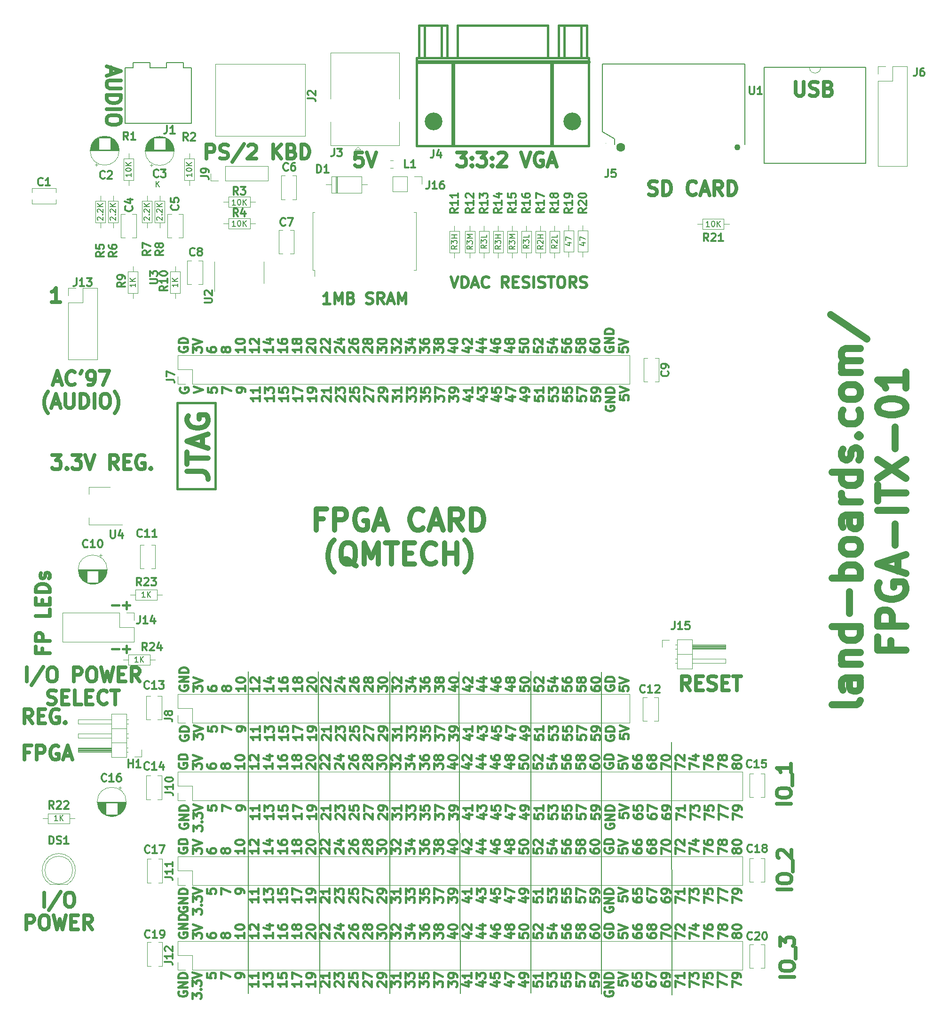
<source format=gto>
G04 #@! TF.GenerationSoftware,KiCad,Pcbnew,(6.0.1)*
G04 #@! TF.CreationDate,2022-08-28T16:14:33-04:00*
G04 #@! TF.ProjectId,FPGA-ITX-01,46504741-2d49-4545-982d-30312e6b6963,1*
G04 #@! TF.SameCoordinates,Original*
G04 #@! TF.FileFunction,Legend,Top*
G04 #@! TF.FilePolarity,Positive*
%FSLAX46Y46*%
G04 Gerber Fmt 4.6, Leading zero omitted, Abs format (unit mm)*
G04 Created by KiCad (PCBNEW (6.0.1)) date 2022-08-28 16:14:33*
%MOMM*%
%LPD*%
G01*
G04 APERTURE LIST*
%ADD10C,0.396875*%
%ADD11C,0.150000*%
%ADD12C,0.381000*%
%ADD13C,0.635000*%
%ADD14C,0.952500*%
%ADD15C,0.500000*%
%ADD16C,1.270000*%
%ADD17C,0.349250*%
%ADD18C,0.120000*%
%ADD19C,0.010000*%
%ADD20C,0.650000*%
%ADD21C,1.100000*%
%ADD22C,1.600000*%
%ADD23C,3.200000*%
G04 APERTURE END LIST*
D10*
X151828500Y-137531928D02*
X153038023Y-137531928D01*
X153793976Y-137531928D02*
X155003500Y-137531928D01*
X154398738Y-138160880D02*
X154398738Y-136902976D01*
D11*
X214528400Y-207391000D02*
X214274400Y-149479000D01*
X227203000Y-149352000D02*
X227203000Y-207264000D01*
X188976000Y-149428200D02*
X189230000Y-207340200D01*
X201803000Y-207340200D02*
X201803000Y-149428200D01*
D12*
X163580000Y-101062000D02*
X170438000Y-101062000D01*
X170438000Y-101062000D02*
X170438000Y-116556000D01*
X170438000Y-116556000D02*
X163580000Y-116556000D01*
X163580000Y-116556000D02*
X163580000Y-101062000D01*
D11*
X252526800Y-162102800D02*
X252603000Y-207594200D01*
X239928400Y-149504400D02*
X239928400Y-207416400D01*
X176377600Y-207391000D02*
X176377600Y-149479000D01*
D10*
X163869688Y-165965507D02*
X163794092Y-166116697D01*
X163794092Y-166343483D01*
X163869688Y-166570269D01*
X164020878Y-166721459D01*
X164172068Y-166797055D01*
X164474449Y-166872650D01*
X164701235Y-166872650D01*
X165003616Y-166797055D01*
X165154807Y-166721459D01*
X165305997Y-166570269D01*
X165381592Y-166343483D01*
X165381592Y-166192293D01*
X165305997Y-165965507D01*
X165230402Y-165889912D01*
X164701235Y-165889912D01*
X164701235Y-166192293D01*
X165381592Y-165209555D02*
X163794092Y-165209555D01*
X163794092Y-164831578D01*
X163869688Y-164604793D01*
X164020878Y-164453602D01*
X164172068Y-164378007D01*
X164474449Y-164302412D01*
X164701235Y-164302412D01*
X165003616Y-164378007D01*
X165154807Y-164453602D01*
X165305997Y-164604793D01*
X165381592Y-164831578D01*
X165381592Y-165209555D01*
X166349967Y-166948245D02*
X166349967Y-165965507D01*
X166954729Y-166494674D01*
X166954729Y-166267888D01*
X167030324Y-166116697D01*
X167105920Y-166041102D01*
X167257110Y-165965507D01*
X167635086Y-165965507D01*
X167786277Y-166041102D01*
X167861872Y-166116697D01*
X167937467Y-166267888D01*
X167937467Y-166721459D01*
X167861872Y-166872650D01*
X167786277Y-166948245D01*
X166349967Y-165511936D02*
X167937467Y-164982769D01*
X166349967Y-164453602D01*
X168905842Y-166116697D02*
X168905842Y-166419078D01*
X168981438Y-166570269D01*
X169057033Y-166645864D01*
X169283818Y-166797055D01*
X169586199Y-166872650D01*
X170190961Y-166872650D01*
X170342152Y-166797055D01*
X170417747Y-166721459D01*
X170493342Y-166570269D01*
X170493342Y-166267888D01*
X170417747Y-166116697D01*
X170342152Y-166041102D01*
X170190961Y-165965507D01*
X169812985Y-165965507D01*
X169661795Y-166041102D01*
X169586199Y-166116697D01*
X169510604Y-166267888D01*
X169510604Y-166570269D01*
X169586199Y-166721459D01*
X169661795Y-166797055D01*
X169812985Y-166872650D01*
X172142074Y-166570269D02*
X172066479Y-166721459D01*
X171990884Y-166797055D01*
X171839693Y-166872650D01*
X171764098Y-166872650D01*
X171612908Y-166797055D01*
X171537313Y-166721459D01*
X171461717Y-166570269D01*
X171461717Y-166267888D01*
X171537313Y-166116697D01*
X171612908Y-166041102D01*
X171764098Y-165965507D01*
X171839693Y-165965507D01*
X171990884Y-166041102D01*
X172066479Y-166116697D01*
X172142074Y-166267888D01*
X172142074Y-166570269D01*
X172217670Y-166721459D01*
X172293265Y-166797055D01*
X172444455Y-166872650D01*
X172746836Y-166872650D01*
X172898027Y-166797055D01*
X172973622Y-166721459D01*
X173049217Y-166570269D01*
X173049217Y-166267888D01*
X172973622Y-166116697D01*
X172898027Y-166041102D01*
X172746836Y-165965507D01*
X172444455Y-165965507D01*
X172293265Y-166041102D01*
X172217670Y-166116697D01*
X172142074Y-166267888D01*
X175605092Y-165965507D02*
X175605092Y-166872650D01*
X175605092Y-166419078D02*
X174017592Y-166419078D01*
X174244378Y-166570269D01*
X174395568Y-166721459D01*
X174471164Y-166872650D01*
X174017592Y-164982769D02*
X174017592Y-164831578D01*
X174093188Y-164680388D01*
X174168783Y-164604793D01*
X174319973Y-164529197D01*
X174622354Y-164453602D01*
X175000330Y-164453602D01*
X175302711Y-164529197D01*
X175453902Y-164604793D01*
X175529497Y-164680388D01*
X175605092Y-164831578D01*
X175605092Y-164982769D01*
X175529497Y-165133959D01*
X175453902Y-165209555D01*
X175302711Y-165285150D01*
X175000330Y-165360745D01*
X174622354Y-165360745D01*
X174319973Y-165285150D01*
X174168783Y-165209555D01*
X174093188Y-165133959D01*
X174017592Y-164982769D01*
X178160967Y-165965507D02*
X178160967Y-166872650D01*
X178160967Y-166419078D02*
X176573467Y-166419078D01*
X176800253Y-166570269D01*
X176951443Y-166721459D01*
X177027039Y-166872650D01*
X176724658Y-165360745D02*
X176649063Y-165285150D01*
X176573467Y-165133959D01*
X176573467Y-164755983D01*
X176649063Y-164604793D01*
X176724658Y-164529197D01*
X176875848Y-164453602D01*
X177027039Y-164453602D01*
X177253824Y-164529197D01*
X178160967Y-165436340D01*
X178160967Y-164453602D01*
X180716842Y-165965507D02*
X180716842Y-166872650D01*
X180716842Y-166419078D02*
X179129342Y-166419078D01*
X179356128Y-166570269D01*
X179507318Y-166721459D01*
X179582914Y-166872650D01*
X179658509Y-164604793D02*
X180716842Y-164604793D01*
X179053747Y-164982769D02*
X180187676Y-165360745D01*
X180187676Y-164378007D01*
X183272717Y-165965507D02*
X183272717Y-166872650D01*
X183272717Y-166419078D02*
X181685217Y-166419078D01*
X181912003Y-166570269D01*
X182063193Y-166721459D01*
X182138789Y-166872650D01*
X181685217Y-164604793D02*
X181685217Y-164907174D01*
X181760813Y-165058364D01*
X181836408Y-165133959D01*
X182063193Y-165285150D01*
X182365574Y-165360745D01*
X182970336Y-165360745D01*
X183121527Y-165285150D01*
X183197122Y-165209555D01*
X183272717Y-165058364D01*
X183272717Y-164755983D01*
X183197122Y-164604793D01*
X183121527Y-164529197D01*
X182970336Y-164453602D01*
X182592360Y-164453602D01*
X182441170Y-164529197D01*
X182365574Y-164604793D01*
X182289979Y-164755983D01*
X182289979Y-165058364D01*
X182365574Y-165209555D01*
X182441170Y-165285150D01*
X182592360Y-165360745D01*
X185828592Y-165965507D02*
X185828592Y-166872650D01*
X185828592Y-166419078D02*
X184241092Y-166419078D01*
X184467878Y-166570269D01*
X184619068Y-166721459D01*
X184694664Y-166872650D01*
X184921449Y-165058364D02*
X184845854Y-165209555D01*
X184770259Y-165285150D01*
X184619068Y-165360745D01*
X184543473Y-165360745D01*
X184392283Y-165285150D01*
X184316688Y-165209555D01*
X184241092Y-165058364D01*
X184241092Y-164755983D01*
X184316688Y-164604793D01*
X184392283Y-164529197D01*
X184543473Y-164453602D01*
X184619068Y-164453602D01*
X184770259Y-164529197D01*
X184845854Y-164604793D01*
X184921449Y-164755983D01*
X184921449Y-165058364D01*
X184997045Y-165209555D01*
X185072640Y-165285150D01*
X185223830Y-165360745D01*
X185526211Y-165360745D01*
X185677402Y-165285150D01*
X185752997Y-165209555D01*
X185828592Y-165058364D01*
X185828592Y-164755983D01*
X185752997Y-164604793D01*
X185677402Y-164529197D01*
X185526211Y-164453602D01*
X185223830Y-164453602D01*
X185072640Y-164529197D01*
X184997045Y-164604793D01*
X184921449Y-164755983D01*
X186948158Y-166872650D02*
X186872563Y-166797055D01*
X186796967Y-166645864D01*
X186796967Y-166267888D01*
X186872563Y-166116697D01*
X186948158Y-166041102D01*
X187099348Y-165965507D01*
X187250539Y-165965507D01*
X187477324Y-166041102D01*
X188384467Y-166948245D01*
X188384467Y-165965507D01*
X186796967Y-164982769D02*
X186796967Y-164831578D01*
X186872563Y-164680388D01*
X186948158Y-164604793D01*
X187099348Y-164529197D01*
X187401729Y-164453602D01*
X187779705Y-164453602D01*
X188082086Y-164529197D01*
X188233277Y-164604793D01*
X188308872Y-164680388D01*
X188384467Y-164831578D01*
X188384467Y-164982769D01*
X188308872Y-165133959D01*
X188233277Y-165209555D01*
X188082086Y-165285150D01*
X187779705Y-165360745D01*
X187401729Y-165360745D01*
X187099348Y-165285150D01*
X186948158Y-165209555D01*
X186872563Y-165133959D01*
X186796967Y-164982769D01*
X189504033Y-166872650D02*
X189428438Y-166797055D01*
X189352842Y-166645864D01*
X189352842Y-166267888D01*
X189428438Y-166116697D01*
X189504033Y-166041102D01*
X189655223Y-165965507D01*
X189806414Y-165965507D01*
X190033199Y-166041102D01*
X190940342Y-166948245D01*
X190940342Y-165965507D01*
X189504033Y-165360745D02*
X189428438Y-165285150D01*
X189352842Y-165133959D01*
X189352842Y-164755983D01*
X189428438Y-164604793D01*
X189504033Y-164529197D01*
X189655223Y-164453602D01*
X189806414Y-164453602D01*
X190033199Y-164529197D01*
X190940342Y-165436340D01*
X190940342Y-164453602D01*
X192059908Y-166872650D02*
X191984313Y-166797055D01*
X191908717Y-166645864D01*
X191908717Y-166267888D01*
X191984313Y-166116697D01*
X192059908Y-166041102D01*
X192211098Y-165965507D01*
X192362289Y-165965507D01*
X192589074Y-166041102D01*
X193496217Y-166948245D01*
X193496217Y-165965507D01*
X192437884Y-164604793D02*
X193496217Y-164604793D01*
X191833122Y-164982769D02*
X192967051Y-165360745D01*
X192967051Y-164378007D01*
X194615783Y-166872650D02*
X194540188Y-166797055D01*
X194464592Y-166645864D01*
X194464592Y-166267888D01*
X194540188Y-166116697D01*
X194615783Y-166041102D01*
X194766973Y-165965507D01*
X194918164Y-165965507D01*
X195144949Y-166041102D01*
X196052092Y-166948245D01*
X196052092Y-165965507D01*
X194464592Y-164604793D02*
X194464592Y-164907174D01*
X194540188Y-165058364D01*
X194615783Y-165133959D01*
X194842568Y-165285150D01*
X195144949Y-165360745D01*
X195749711Y-165360745D01*
X195900902Y-165285150D01*
X195976497Y-165209555D01*
X196052092Y-165058364D01*
X196052092Y-164755983D01*
X195976497Y-164604793D01*
X195900902Y-164529197D01*
X195749711Y-164453602D01*
X195371735Y-164453602D01*
X195220545Y-164529197D01*
X195144949Y-164604793D01*
X195069354Y-164755983D01*
X195069354Y-165058364D01*
X195144949Y-165209555D01*
X195220545Y-165285150D01*
X195371735Y-165360745D01*
X197171658Y-166872650D02*
X197096063Y-166797055D01*
X197020467Y-166645864D01*
X197020467Y-166267888D01*
X197096063Y-166116697D01*
X197171658Y-166041102D01*
X197322848Y-165965507D01*
X197474039Y-165965507D01*
X197700824Y-166041102D01*
X198607967Y-166948245D01*
X198607967Y-165965507D01*
X197700824Y-165058364D02*
X197625229Y-165209555D01*
X197549634Y-165285150D01*
X197398443Y-165360745D01*
X197322848Y-165360745D01*
X197171658Y-165285150D01*
X197096063Y-165209555D01*
X197020467Y-165058364D01*
X197020467Y-164755983D01*
X197096063Y-164604793D01*
X197171658Y-164529197D01*
X197322848Y-164453602D01*
X197398443Y-164453602D01*
X197549634Y-164529197D01*
X197625229Y-164604793D01*
X197700824Y-164755983D01*
X197700824Y-165058364D01*
X197776420Y-165209555D01*
X197852015Y-165285150D01*
X198003205Y-165360745D01*
X198305586Y-165360745D01*
X198456777Y-165285150D01*
X198532372Y-165209555D01*
X198607967Y-165058364D01*
X198607967Y-164755983D01*
X198532372Y-164604793D01*
X198456777Y-164529197D01*
X198305586Y-164453602D01*
X198003205Y-164453602D01*
X197852015Y-164529197D01*
X197776420Y-164604793D01*
X197700824Y-164755983D01*
X199576342Y-166948245D02*
X199576342Y-165965507D01*
X200181104Y-166494674D01*
X200181104Y-166267888D01*
X200256699Y-166116697D01*
X200332295Y-166041102D01*
X200483485Y-165965507D01*
X200861461Y-165965507D01*
X201012652Y-166041102D01*
X201088247Y-166116697D01*
X201163842Y-166267888D01*
X201163842Y-166721459D01*
X201088247Y-166872650D01*
X201012652Y-166948245D01*
X199576342Y-164982769D02*
X199576342Y-164831578D01*
X199651938Y-164680388D01*
X199727533Y-164604793D01*
X199878723Y-164529197D01*
X200181104Y-164453602D01*
X200559080Y-164453602D01*
X200861461Y-164529197D01*
X201012652Y-164604793D01*
X201088247Y-164680388D01*
X201163842Y-164831578D01*
X201163842Y-164982769D01*
X201088247Y-165133959D01*
X201012652Y-165209555D01*
X200861461Y-165285150D01*
X200559080Y-165360745D01*
X200181104Y-165360745D01*
X199878723Y-165285150D01*
X199727533Y-165209555D01*
X199651938Y-165133959D01*
X199576342Y-164982769D01*
X202132217Y-166948245D02*
X202132217Y-165965507D01*
X202736979Y-166494674D01*
X202736979Y-166267888D01*
X202812574Y-166116697D01*
X202888170Y-166041102D01*
X203039360Y-165965507D01*
X203417336Y-165965507D01*
X203568527Y-166041102D01*
X203644122Y-166116697D01*
X203719717Y-166267888D01*
X203719717Y-166721459D01*
X203644122Y-166872650D01*
X203568527Y-166948245D01*
X202283408Y-165360745D02*
X202207813Y-165285150D01*
X202132217Y-165133959D01*
X202132217Y-164755983D01*
X202207813Y-164604793D01*
X202283408Y-164529197D01*
X202434598Y-164453602D01*
X202585789Y-164453602D01*
X202812574Y-164529197D01*
X203719717Y-165436340D01*
X203719717Y-164453602D01*
X204688092Y-166948245D02*
X204688092Y-165965507D01*
X205292854Y-166494674D01*
X205292854Y-166267888D01*
X205368449Y-166116697D01*
X205444045Y-166041102D01*
X205595235Y-165965507D01*
X205973211Y-165965507D01*
X206124402Y-166041102D01*
X206199997Y-166116697D01*
X206275592Y-166267888D01*
X206275592Y-166721459D01*
X206199997Y-166872650D01*
X206124402Y-166948245D01*
X205217259Y-164604793D02*
X206275592Y-164604793D01*
X204612497Y-164982769D02*
X205746426Y-165360745D01*
X205746426Y-164378007D01*
X207243967Y-166948245D02*
X207243967Y-165965507D01*
X207848729Y-166494674D01*
X207848729Y-166267888D01*
X207924324Y-166116697D01*
X207999920Y-166041102D01*
X208151110Y-165965507D01*
X208529086Y-165965507D01*
X208680277Y-166041102D01*
X208755872Y-166116697D01*
X208831467Y-166267888D01*
X208831467Y-166721459D01*
X208755872Y-166872650D01*
X208680277Y-166948245D01*
X207243967Y-164604793D02*
X207243967Y-164907174D01*
X207319563Y-165058364D01*
X207395158Y-165133959D01*
X207621943Y-165285150D01*
X207924324Y-165360745D01*
X208529086Y-165360745D01*
X208680277Y-165285150D01*
X208755872Y-165209555D01*
X208831467Y-165058364D01*
X208831467Y-164755983D01*
X208755872Y-164604793D01*
X208680277Y-164529197D01*
X208529086Y-164453602D01*
X208151110Y-164453602D01*
X207999920Y-164529197D01*
X207924324Y-164604793D01*
X207848729Y-164755983D01*
X207848729Y-165058364D01*
X207924324Y-165209555D01*
X207999920Y-165285150D01*
X208151110Y-165360745D01*
X209799842Y-166948245D02*
X209799842Y-165965507D01*
X210404604Y-166494674D01*
X210404604Y-166267888D01*
X210480199Y-166116697D01*
X210555795Y-166041102D01*
X210706985Y-165965507D01*
X211084961Y-165965507D01*
X211236152Y-166041102D01*
X211311747Y-166116697D01*
X211387342Y-166267888D01*
X211387342Y-166721459D01*
X211311747Y-166872650D01*
X211236152Y-166948245D01*
X210480199Y-165058364D02*
X210404604Y-165209555D01*
X210329009Y-165285150D01*
X210177818Y-165360745D01*
X210102223Y-165360745D01*
X209951033Y-165285150D01*
X209875438Y-165209555D01*
X209799842Y-165058364D01*
X209799842Y-164755983D01*
X209875438Y-164604793D01*
X209951033Y-164529197D01*
X210102223Y-164453602D01*
X210177818Y-164453602D01*
X210329009Y-164529197D01*
X210404604Y-164604793D01*
X210480199Y-164755983D01*
X210480199Y-165058364D01*
X210555795Y-165209555D01*
X210631390Y-165285150D01*
X210782580Y-165360745D01*
X211084961Y-165360745D01*
X211236152Y-165285150D01*
X211311747Y-165209555D01*
X211387342Y-165058364D01*
X211387342Y-164755983D01*
X211311747Y-164604793D01*
X211236152Y-164529197D01*
X211084961Y-164453602D01*
X210782580Y-164453602D01*
X210631390Y-164529197D01*
X210555795Y-164604793D01*
X210480199Y-164755983D01*
X212884884Y-166116697D02*
X213943217Y-166116697D01*
X212280122Y-166494674D02*
X213414051Y-166872650D01*
X213414051Y-165889912D01*
X212355717Y-164982769D02*
X212355717Y-164831578D01*
X212431313Y-164680388D01*
X212506908Y-164604793D01*
X212658098Y-164529197D01*
X212960479Y-164453602D01*
X213338455Y-164453602D01*
X213640836Y-164529197D01*
X213792027Y-164604793D01*
X213867622Y-164680388D01*
X213943217Y-164831578D01*
X213943217Y-164982769D01*
X213867622Y-165133959D01*
X213792027Y-165209555D01*
X213640836Y-165285150D01*
X213338455Y-165360745D01*
X212960479Y-165360745D01*
X212658098Y-165285150D01*
X212506908Y-165209555D01*
X212431313Y-165133959D01*
X212355717Y-164982769D01*
X215440759Y-166116697D02*
X216499092Y-166116697D01*
X214835997Y-166494674D02*
X215969926Y-166872650D01*
X215969926Y-165889912D01*
X215062783Y-165360745D02*
X214987188Y-165285150D01*
X214911592Y-165133959D01*
X214911592Y-164755983D01*
X214987188Y-164604793D01*
X215062783Y-164529197D01*
X215213973Y-164453602D01*
X215365164Y-164453602D01*
X215591949Y-164529197D01*
X216499092Y-165436340D01*
X216499092Y-164453602D01*
X217996634Y-166116697D02*
X219054967Y-166116697D01*
X217391872Y-166494674D02*
X218525801Y-166872650D01*
X218525801Y-165889912D01*
X217996634Y-164604793D02*
X219054967Y-164604793D01*
X217391872Y-164982769D02*
X218525801Y-165360745D01*
X218525801Y-164378007D01*
X220552509Y-166116697D02*
X221610842Y-166116697D01*
X219947747Y-166494674D02*
X221081676Y-166872650D01*
X221081676Y-165889912D01*
X220023342Y-164604793D02*
X220023342Y-164907174D01*
X220098938Y-165058364D01*
X220174533Y-165133959D01*
X220401318Y-165285150D01*
X220703699Y-165360745D01*
X221308461Y-165360745D01*
X221459652Y-165285150D01*
X221535247Y-165209555D01*
X221610842Y-165058364D01*
X221610842Y-164755983D01*
X221535247Y-164604793D01*
X221459652Y-164529197D01*
X221308461Y-164453602D01*
X220930485Y-164453602D01*
X220779295Y-164529197D01*
X220703699Y-164604793D01*
X220628104Y-164755983D01*
X220628104Y-165058364D01*
X220703699Y-165209555D01*
X220779295Y-165285150D01*
X220930485Y-165360745D01*
X223108384Y-166116697D02*
X224166717Y-166116697D01*
X222503622Y-166494674D02*
X223637551Y-166872650D01*
X223637551Y-165889912D01*
X223259574Y-165058364D02*
X223183979Y-165209555D01*
X223108384Y-165285150D01*
X222957193Y-165360745D01*
X222881598Y-165360745D01*
X222730408Y-165285150D01*
X222654813Y-165209555D01*
X222579217Y-165058364D01*
X222579217Y-164755983D01*
X222654813Y-164604793D01*
X222730408Y-164529197D01*
X222881598Y-164453602D01*
X222957193Y-164453602D01*
X223108384Y-164529197D01*
X223183979Y-164604793D01*
X223259574Y-164755983D01*
X223259574Y-165058364D01*
X223335170Y-165209555D01*
X223410765Y-165285150D01*
X223561955Y-165360745D01*
X223864336Y-165360745D01*
X224015527Y-165285150D01*
X224091122Y-165209555D01*
X224166717Y-165058364D01*
X224166717Y-164755983D01*
X224091122Y-164604793D01*
X224015527Y-164529197D01*
X223864336Y-164453602D01*
X223561955Y-164453602D01*
X223410765Y-164529197D01*
X223335170Y-164604793D01*
X223259574Y-164755983D01*
X225135092Y-166041102D02*
X225135092Y-166797055D01*
X225891045Y-166872650D01*
X225815449Y-166797055D01*
X225739854Y-166645864D01*
X225739854Y-166267888D01*
X225815449Y-166116697D01*
X225891045Y-166041102D01*
X226042235Y-165965507D01*
X226420211Y-165965507D01*
X226571402Y-166041102D01*
X226646997Y-166116697D01*
X226722592Y-166267888D01*
X226722592Y-166645864D01*
X226646997Y-166797055D01*
X226571402Y-166872650D01*
X225135092Y-164982769D02*
X225135092Y-164831578D01*
X225210688Y-164680388D01*
X225286283Y-164604793D01*
X225437473Y-164529197D01*
X225739854Y-164453602D01*
X226117830Y-164453602D01*
X226420211Y-164529197D01*
X226571402Y-164604793D01*
X226646997Y-164680388D01*
X226722592Y-164831578D01*
X226722592Y-164982769D01*
X226646997Y-165133959D01*
X226571402Y-165209555D01*
X226420211Y-165285150D01*
X226117830Y-165360745D01*
X225739854Y-165360745D01*
X225437473Y-165285150D01*
X225286283Y-165209555D01*
X225210688Y-165133959D01*
X225135092Y-164982769D01*
X227690967Y-166041102D02*
X227690967Y-166797055D01*
X228446920Y-166872650D01*
X228371324Y-166797055D01*
X228295729Y-166645864D01*
X228295729Y-166267888D01*
X228371324Y-166116697D01*
X228446920Y-166041102D01*
X228598110Y-165965507D01*
X228976086Y-165965507D01*
X229127277Y-166041102D01*
X229202872Y-166116697D01*
X229278467Y-166267888D01*
X229278467Y-166645864D01*
X229202872Y-166797055D01*
X229127277Y-166872650D01*
X227842158Y-165360745D02*
X227766563Y-165285150D01*
X227690967Y-165133959D01*
X227690967Y-164755983D01*
X227766563Y-164604793D01*
X227842158Y-164529197D01*
X227993348Y-164453602D01*
X228144539Y-164453602D01*
X228371324Y-164529197D01*
X229278467Y-165436340D01*
X229278467Y-164453602D01*
X230246842Y-166041102D02*
X230246842Y-166797055D01*
X231002795Y-166872650D01*
X230927199Y-166797055D01*
X230851604Y-166645864D01*
X230851604Y-166267888D01*
X230927199Y-166116697D01*
X231002795Y-166041102D01*
X231153985Y-165965507D01*
X231531961Y-165965507D01*
X231683152Y-166041102D01*
X231758747Y-166116697D01*
X231834342Y-166267888D01*
X231834342Y-166645864D01*
X231758747Y-166797055D01*
X231683152Y-166872650D01*
X230776009Y-164604793D02*
X231834342Y-164604793D01*
X230171247Y-164982769D02*
X231305176Y-165360745D01*
X231305176Y-164378007D01*
X232802717Y-166041102D02*
X232802717Y-166797055D01*
X233558670Y-166872650D01*
X233483074Y-166797055D01*
X233407479Y-166645864D01*
X233407479Y-166267888D01*
X233483074Y-166116697D01*
X233558670Y-166041102D01*
X233709860Y-165965507D01*
X234087836Y-165965507D01*
X234239027Y-166041102D01*
X234314622Y-166116697D01*
X234390217Y-166267888D01*
X234390217Y-166645864D01*
X234314622Y-166797055D01*
X234239027Y-166872650D01*
X232802717Y-164604793D02*
X232802717Y-164907174D01*
X232878313Y-165058364D01*
X232953908Y-165133959D01*
X233180693Y-165285150D01*
X233483074Y-165360745D01*
X234087836Y-165360745D01*
X234239027Y-165285150D01*
X234314622Y-165209555D01*
X234390217Y-165058364D01*
X234390217Y-164755983D01*
X234314622Y-164604793D01*
X234239027Y-164529197D01*
X234087836Y-164453602D01*
X233709860Y-164453602D01*
X233558670Y-164529197D01*
X233483074Y-164604793D01*
X233407479Y-164755983D01*
X233407479Y-165058364D01*
X233483074Y-165209555D01*
X233558670Y-165285150D01*
X233709860Y-165360745D01*
X235358592Y-166041102D02*
X235358592Y-166797055D01*
X236114545Y-166872650D01*
X236038949Y-166797055D01*
X235963354Y-166645864D01*
X235963354Y-166267888D01*
X236038949Y-166116697D01*
X236114545Y-166041102D01*
X236265735Y-165965507D01*
X236643711Y-165965507D01*
X236794902Y-166041102D01*
X236870497Y-166116697D01*
X236946092Y-166267888D01*
X236946092Y-166645864D01*
X236870497Y-166797055D01*
X236794902Y-166872650D01*
X236038949Y-165058364D02*
X235963354Y-165209555D01*
X235887759Y-165285150D01*
X235736568Y-165360745D01*
X235660973Y-165360745D01*
X235509783Y-165285150D01*
X235434188Y-165209555D01*
X235358592Y-165058364D01*
X235358592Y-164755983D01*
X235434188Y-164604793D01*
X235509783Y-164529197D01*
X235660973Y-164453602D01*
X235736568Y-164453602D01*
X235887759Y-164529197D01*
X235963354Y-164604793D01*
X236038949Y-164755983D01*
X236038949Y-165058364D01*
X236114545Y-165209555D01*
X236190140Y-165285150D01*
X236341330Y-165360745D01*
X236643711Y-165360745D01*
X236794902Y-165285150D01*
X236870497Y-165209555D01*
X236946092Y-165058364D01*
X236946092Y-164755983D01*
X236870497Y-164604793D01*
X236794902Y-164529197D01*
X236643711Y-164453602D01*
X236341330Y-164453602D01*
X236190140Y-164529197D01*
X236114545Y-164604793D01*
X236038949Y-164755983D01*
X237914467Y-166116697D02*
X237914467Y-166419078D01*
X237990063Y-166570269D01*
X238065658Y-166645864D01*
X238292443Y-166797055D01*
X238594824Y-166872650D01*
X239199586Y-166872650D01*
X239350777Y-166797055D01*
X239426372Y-166721459D01*
X239501967Y-166570269D01*
X239501967Y-166267888D01*
X239426372Y-166116697D01*
X239350777Y-166041102D01*
X239199586Y-165965507D01*
X238821610Y-165965507D01*
X238670420Y-166041102D01*
X238594824Y-166116697D01*
X238519229Y-166267888D01*
X238519229Y-166570269D01*
X238594824Y-166721459D01*
X238670420Y-166797055D01*
X238821610Y-166872650D01*
X237914467Y-164982769D02*
X237914467Y-164831578D01*
X237990063Y-164680388D01*
X238065658Y-164604793D01*
X238216848Y-164529197D01*
X238519229Y-164453602D01*
X238897205Y-164453602D01*
X239199586Y-164529197D01*
X239350777Y-164604793D01*
X239426372Y-164680388D01*
X239501967Y-164831578D01*
X239501967Y-164982769D01*
X239426372Y-165133959D01*
X239350777Y-165209555D01*
X239199586Y-165285150D01*
X238897205Y-165360745D01*
X238519229Y-165360745D01*
X238216848Y-165285150D01*
X238065658Y-165209555D01*
X237990063Y-165133959D01*
X237914467Y-164982769D01*
X240545938Y-165965507D02*
X240470342Y-166116697D01*
X240470342Y-166343483D01*
X240545938Y-166570269D01*
X240697128Y-166721459D01*
X240848318Y-166797055D01*
X241150699Y-166872650D01*
X241377485Y-166872650D01*
X241679866Y-166797055D01*
X241831057Y-166721459D01*
X241982247Y-166570269D01*
X242057842Y-166343483D01*
X242057842Y-166192293D01*
X241982247Y-165965507D01*
X241906652Y-165889912D01*
X241377485Y-165889912D01*
X241377485Y-166192293D01*
X242057842Y-165209555D02*
X240470342Y-165209555D01*
X240470342Y-164831578D01*
X240545938Y-164604793D01*
X240697128Y-164453602D01*
X240848318Y-164378007D01*
X241150699Y-164302412D01*
X241377485Y-164302412D01*
X241679866Y-164378007D01*
X241831057Y-164453602D01*
X241982247Y-164604793D01*
X242057842Y-164831578D01*
X242057842Y-165209555D01*
X243026217Y-166041102D02*
X243026217Y-166797055D01*
X243782170Y-166872650D01*
X243706574Y-166797055D01*
X243630979Y-166645864D01*
X243630979Y-166267888D01*
X243706574Y-166116697D01*
X243782170Y-166041102D01*
X243933360Y-165965507D01*
X244311336Y-165965507D01*
X244462527Y-166041102D01*
X244538122Y-166116697D01*
X244613717Y-166267888D01*
X244613717Y-166645864D01*
X244538122Y-166797055D01*
X244462527Y-166872650D01*
X243026217Y-165511936D02*
X244613717Y-164982769D01*
X243026217Y-164453602D01*
X245582092Y-166116697D02*
X245582092Y-166419078D01*
X245657688Y-166570269D01*
X245733283Y-166645864D01*
X245960068Y-166797055D01*
X246262449Y-166872650D01*
X246867211Y-166872650D01*
X247018402Y-166797055D01*
X247093997Y-166721459D01*
X247169592Y-166570269D01*
X247169592Y-166267888D01*
X247093997Y-166116697D01*
X247018402Y-166041102D01*
X246867211Y-165965507D01*
X246489235Y-165965507D01*
X246338045Y-166041102D01*
X246262449Y-166116697D01*
X246186854Y-166267888D01*
X246186854Y-166570269D01*
X246262449Y-166721459D01*
X246338045Y-166797055D01*
X246489235Y-166872650D01*
X245582092Y-164604793D02*
X245582092Y-164907174D01*
X245657688Y-165058364D01*
X245733283Y-165133959D01*
X245960068Y-165285150D01*
X246262449Y-165360745D01*
X246867211Y-165360745D01*
X247018402Y-165285150D01*
X247093997Y-165209555D01*
X247169592Y-165058364D01*
X247169592Y-164755983D01*
X247093997Y-164604793D01*
X247018402Y-164529197D01*
X246867211Y-164453602D01*
X246489235Y-164453602D01*
X246338045Y-164529197D01*
X246262449Y-164604793D01*
X246186854Y-164755983D01*
X246186854Y-165058364D01*
X246262449Y-165209555D01*
X246338045Y-165285150D01*
X246489235Y-165360745D01*
X248137967Y-166116697D02*
X248137967Y-166419078D01*
X248213563Y-166570269D01*
X248289158Y-166645864D01*
X248515943Y-166797055D01*
X248818324Y-166872650D01*
X249423086Y-166872650D01*
X249574277Y-166797055D01*
X249649872Y-166721459D01*
X249725467Y-166570269D01*
X249725467Y-166267888D01*
X249649872Y-166116697D01*
X249574277Y-166041102D01*
X249423086Y-165965507D01*
X249045110Y-165965507D01*
X248893920Y-166041102D01*
X248818324Y-166116697D01*
X248742729Y-166267888D01*
X248742729Y-166570269D01*
X248818324Y-166721459D01*
X248893920Y-166797055D01*
X249045110Y-166872650D01*
X248818324Y-165058364D02*
X248742729Y-165209555D01*
X248667134Y-165285150D01*
X248515943Y-165360745D01*
X248440348Y-165360745D01*
X248289158Y-165285150D01*
X248213563Y-165209555D01*
X248137967Y-165058364D01*
X248137967Y-164755983D01*
X248213563Y-164604793D01*
X248289158Y-164529197D01*
X248440348Y-164453602D01*
X248515943Y-164453602D01*
X248667134Y-164529197D01*
X248742729Y-164604793D01*
X248818324Y-164755983D01*
X248818324Y-165058364D01*
X248893920Y-165209555D01*
X248969515Y-165285150D01*
X249120705Y-165360745D01*
X249423086Y-165360745D01*
X249574277Y-165285150D01*
X249649872Y-165209555D01*
X249725467Y-165058364D01*
X249725467Y-164755983D01*
X249649872Y-164604793D01*
X249574277Y-164529197D01*
X249423086Y-164453602D01*
X249120705Y-164453602D01*
X248969515Y-164529197D01*
X248893920Y-164604793D01*
X248818324Y-164755983D01*
X250693842Y-166948245D02*
X250693842Y-165889912D01*
X252281342Y-166570269D01*
X250693842Y-164982769D02*
X250693842Y-164831578D01*
X250769438Y-164680388D01*
X250845033Y-164604793D01*
X250996223Y-164529197D01*
X251298604Y-164453602D01*
X251676580Y-164453602D01*
X251978961Y-164529197D01*
X252130152Y-164604793D01*
X252205747Y-164680388D01*
X252281342Y-164831578D01*
X252281342Y-164982769D01*
X252205747Y-165133959D01*
X252130152Y-165209555D01*
X251978961Y-165285150D01*
X251676580Y-165360745D01*
X251298604Y-165360745D01*
X250996223Y-165285150D01*
X250845033Y-165209555D01*
X250769438Y-165133959D01*
X250693842Y-164982769D01*
X253249717Y-166948245D02*
X253249717Y-165889912D01*
X254837217Y-166570269D01*
X253400908Y-165360745D02*
X253325313Y-165285150D01*
X253249717Y-165133959D01*
X253249717Y-164755983D01*
X253325313Y-164604793D01*
X253400908Y-164529197D01*
X253552098Y-164453602D01*
X253703289Y-164453602D01*
X253930074Y-164529197D01*
X254837217Y-165436340D01*
X254837217Y-164453602D01*
X255805592Y-166948245D02*
X255805592Y-165889912D01*
X257393092Y-166570269D01*
X256334759Y-164604793D02*
X257393092Y-164604793D01*
X255729997Y-164982769D02*
X256863926Y-165360745D01*
X256863926Y-164378007D01*
X258361467Y-166948245D02*
X258361467Y-165889912D01*
X259948967Y-166570269D01*
X258361467Y-164604793D02*
X258361467Y-164907174D01*
X258437063Y-165058364D01*
X258512658Y-165133959D01*
X258739443Y-165285150D01*
X259041824Y-165360745D01*
X259646586Y-165360745D01*
X259797777Y-165285150D01*
X259873372Y-165209555D01*
X259948967Y-165058364D01*
X259948967Y-164755983D01*
X259873372Y-164604793D01*
X259797777Y-164529197D01*
X259646586Y-164453602D01*
X259268610Y-164453602D01*
X259117420Y-164529197D01*
X259041824Y-164604793D01*
X258966229Y-164755983D01*
X258966229Y-165058364D01*
X259041824Y-165209555D01*
X259117420Y-165285150D01*
X259268610Y-165360745D01*
X260917342Y-166948245D02*
X260917342Y-165889912D01*
X262504842Y-166570269D01*
X261597699Y-165058364D02*
X261522104Y-165209555D01*
X261446509Y-165285150D01*
X261295318Y-165360745D01*
X261219723Y-165360745D01*
X261068533Y-165285150D01*
X260992938Y-165209555D01*
X260917342Y-165058364D01*
X260917342Y-164755983D01*
X260992938Y-164604793D01*
X261068533Y-164529197D01*
X261219723Y-164453602D01*
X261295318Y-164453602D01*
X261446509Y-164529197D01*
X261522104Y-164604793D01*
X261597699Y-164755983D01*
X261597699Y-165058364D01*
X261673295Y-165209555D01*
X261748890Y-165285150D01*
X261900080Y-165360745D01*
X262202461Y-165360745D01*
X262353652Y-165285150D01*
X262429247Y-165209555D01*
X262504842Y-165058364D01*
X262504842Y-164755983D01*
X262429247Y-164604793D01*
X262353652Y-164529197D01*
X262202461Y-164453602D01*
X261900080Y-164453602D01*
X261748890Y-164529197D01*
X261673295Y-164604793D01*
X261597699Y-164755983D01*
X264153574Y-166570269D02*
X264077979Y-166721459D01*
X264002384Y-166797055D01*
X263851193Y-166872650D01*
X263775598Y-166872650D01*
X263624408Y-166797055D01*
X263548813Y-166721459D01*
X263473217Y-166570269D01*
X263473217Y-166267888D01*
X263548813Y-166116697D01*
X263624408Y-166041102D01*
X263775598Y-165965507D01*
X263851193Y-165965507D01*
X264002384Y-166041102D01*
X264077979Y-166116697D01*
X264153574Y-166267888D01*
X264153574Y-166570269D01*
X264229170Y-166721459D01*
X264304765Y-166797055D01*
X264455955Y-166872650D01*
X264758336Y-166872650D01*
X264909527Y-166797055D01*
X264985122Y-166721459D01*
X265060717Y-166570269D01*
X265060717Y-166267888D01*
X264985122Y-166116697D01*
X264909527Y-166041102D01*
X264758336Y-165965507D01*
X264455955Y-165965507D01*
X264304765Y-166041102D01*
X264229170Y-166116697D01*
X264153574Y-166267888D01*
X263473217Y-164982769D02*
X263473217Y-164831578D01*
X263548813Y-164680388D01*
X263624408Y-164604793D01*
X263775598Y-164529197D01*
X264077979Y-164453602D01*
X264455955Y-164453602D01*
X264758336Y-164529197D01*
X264909527Y-164604793D01*
X264985122Y-164680388D01*
X265060717Y-164831578D01*
X265060717Y-164982769D01*
X264985122Y-165133959D01*
X264909527Y-165209555D01*
X264758336Y-165285150D01*
X264455955Y-165360745D01*
X264077979Y-165360745D01*
X263775598Y-165285150D01*
X263624408Y-165209555D01*
X263548813Y-165133959D01*
X263473217Y-164982769D01*
D13*
X151595666Y-40764523D02*
X151595666Y-41974047D01*
X150869952Y-40522619D02*
X153409952Y-41369285D01*
X150869952Y-42215952D01*
X153409952Y-43062619D02*
X151353761Y-43062619D01*
X151111857Y-43183571D01*
X150990904Y-43304523D01*
X150869952Y-43546428D01*
X150869952Y-44030238D01*
X150990904Y-44272142D01*
X151111857Y-44393095D01*
X151353761Y-44514047D01*
X153409952Y-44514047D01*
X150869952Y-45723571D02*
X153409952Y-45723571D01*
X153409952Y-46328333D01*
X153289000Y-46691190D01*
X153047095Y-46933095D01*
X152805190Y-47054047D01*
X152321380Y-47175000D01*
X151958523Y-47175000D01*
X151474714Y-47054047D01*
X151232809Y-46933095D01*
X150990904Y-46691190D01*
X150869952Y-46328333D01*
X150869952Y-45723571D01*
X150869952Y-48263571D02*
X153409952Y-48263571D01*
X153409952Y-49956904D02*
X153409952Y-50440714D01*
X153289000Y-50682619D01*
X153047095Y-50924523D01*
X152563285Y-51045476D01*
X151716619Y-51045476D01*
X151232809Y-50924523D01*
X150990904Y-50682619D01*
X150869952Y-50440714D01*
X150869952Y-49956904D01*
X150990904Y-49715000D01*
X151232809Y-49473095D01*
X151716619Y-49352142D01*
X152563285Y-49352142D01*
X153047095Y-49473095D01*
X153289000Y-49715000D01*
X153409952Y-49956904D01*
X274148247Y-188648219D02*
X271608247Y-188648219D01*
X271608247Y-186954885D02*
X271608247Y-186471076D01*
X271729200Y-186229171D01*
X271971104Y-185987266D01*
X272454914Y-185866314D01*
X273301580Y-185866314D01*
X273785390Y-185987266D01*
X274027295Y-186229171D01*
X274148247Y-186471076D01*
X274148247Y-186954885D01*
X274027295Y-187196790D01*
X273785390Y-187438695D01*
X273301580Y-187559647D01*
X272454914Y-187559647D01*
X271971104Y-187438695D01*
X271729200Y-187196790D01*
X271608247Y-186954885D01*
X274390152Y-185382504D02*
X274390152Y-183447266D01*
X271850152Y-182963457D02*
X271729200Y-182842504D01*
X271608247Y-182600600D01*
X271608247Y-181995838D01*
X271729200Y-181753933D01*
X271850152Y-181632980D01*
X272092057Y-181512028D01*
X272333961Y-181512028D01*
X272696819Y-181632980D01*
X274148247Y-183084409D01*
X274148247Y-181512028D01*
D14*
X165303571Y-113381000D02*
X168025000Y-113381000D01*
X168569285Y-113562428D01*
X168932142Y-113925285D01*
X169113571Y-114469571D01*
X169113571Y-114832428D01*
X165303571Y-112111000D02*
X165303571Y-109933857D01*
X169113571Y-111022428D02*
X165303571Y-111022428D01*
X168025000Y-108845285D02*
X168025000Y-107031000D01*
X169113571Y-109208142D02*
X165303571Y-107938142D01*
X169113571Y-106668142D01*
X165485000Y-103402428D02*
X165303571Y-103765285D01*
X165303571Y-104309571D01*
X165485000Y-104853857D01*
X165847857Y-105216714D01*
X166210714Y-105398142D01*
X166936428Y-105579571D01*
X167480714Y-105579571D01*
X168206428Y-105398142D01*
X168569285Y-105216714D01*
X168932142Y-104853857D01*
X169113571Y-104309571D01*
X169113571Y-103946714D01*
X168932142Y-103402428D01*
X168750714Y-103221000D01*
X167480714Y-103221000D01*
X167480714Y-103946714D01*
D10*
X163874688Y-196445507D02*
X163799092Y-196596697D01*
X163799092Y-196823483D01*
X163874688Y-197050269D01*
X164025878Y-197201459D01*
X164177068Y-197277055D01*
X164479449Y-197352650D01*
X164706235Y-197352650D01*
X165008616Y-197277055D01*
X165159807Y-197201459D01*
X165310997Y-197050269D01*
X165386592Y-196823483D01*
X165386592Y-196672293D01*
X165310997Y-196445507D01*
X165235402Y-196369912D01*
X164706235Y-196369912D01*
X164706235Y-196672293D01*
X165386592Y-195689555D02*
X163799092Y-195689555D01*
X165386592Y-194782412D01*
X163799092Y-194782412D01*
X165386592Y-194026459D02*
X163799092Y-194026459D01*
X163799092Y-193648483D01*
X163874688Y-193421697D01*
X164025878Y-193270507D01*
X164177068Y-193194912D01*
X164479449Y-193119316D01*
X164706235Y-193119316D01*
X165008616Y-193194912D01*
X165159807Y-193270507D01*
X165310997Y-193421697D01*
X165386592Y-193648483D01*
X165386592Y-194026459D01*
X166354967Y-197428245D02*
X166354967Y-196445507D01*
X166959729Y-196974674D01*
X166959729Y-196747888D01*
X167035324Y-196596697D01*
X167110920Y-196521102D01*
X167262110Y-196445507D01*
X167640086Y-196445507D01*
X167791277Y-196521102D01*
X167866872Y-196596697D01*
X167942467Y-196747888D01*
X167942467Y-197201459D01*
X167866872Y-197352650D01*
X167791277Y-197428245D01*
X166354967Y-195991936D02*
X167942467Y-195462769D01*
X166354967Y-194933602D01*
X168910842Y-196596697D02*
X168910842Y-196899078D01*
X168986438Y-197050269D01*
X169062033Y-197125864D01*
X169288818Y-197277055D01*
X169591199Y-197352650D01*
X170195961Y-197352650D01*
X170347152Y-197277055D01*
X170422747Y-197201459D01*
X170498342Y-197050269D01*
X170498342Y-196747888D01*
X170422747Y-196596697D01*
X170347152Y-196521102D01*
X170195961Y-196445507D01*
X169817985Y-196445507D01*
X169666795Y-196521102D01*
X169591199Y-196596697D01*
X169515604Y-196747888D01*
X169515604Y-197050269D01*
X169591199Y-197201459D01*
X169666795Y-197277055D01*
X169817985Y-197352650D01*
X172147074Y-197050269D02*
X172071479Y-197201459D01*
X171995884Y-197277055D01*
X171844693Y-197352650D01*
X171769098Y-197352650D01*
X171617908Y-197277055D01*
X171542313Y-197201459D01*
X171466717Y-197050269D01*
X171466717Y-196747888D01*
X171542313Y-196596697D01*
X171617908Y-196521102D01*
X171769098Y-196445507D01*
X171844693Y-196445507D01*
X171995884Y-196521102D01*
X172071479Y-196596697D01*
X172147074Y-196747888D01*
X172147074Y-197050269D01*
X172222670Y-197201459D01*
X172298265Y-197277055D01*
X172449455Y-197352650D01*
X172751836Y-197352650D01*
X172903027Y-197277055D01*
X172978622Y-197201459D01*
X173054217Y-197050269D01*
X173054217Y-196747888D01*
X172978622Y-196596697D01*
X172903027Y-196521102D01*
X172751836Y-196445507D01*
X172449455Y-196445507D01*
X172298265Y-196521102D01*
X172222670Y-196596697D01*
X172147074Y-196747888D01*
X175610092Y-196445507D02*
X175610092Y-197352650D01*
X175610092Y-196899078D02*
X174022592Y-196899078D01*
X174249378Y-197050269D01*
X174400568Y-197201459D01*
X174476164Y-197352650D01*
X174022592Y-195462769D02*
X174022592Y-195311578D01*
X174098188Y-195160388D01*
X174173783Y-195084793D01*
X174324973Y-195009197D01*
X174627354Y-194933602D01*
X175005330Y-194933602D01*
X175307711Y-195009197D01*
X175458902Y-195084793D01*
X175534497Y-195160388D01*
X175610092Y-195311578D01*
X175610092Y-195462769D01*
X175534497Y-195613959D01*
X175458902Y-195689555D01*
X175307711Y-195765150D01*
X175005330Y-195840745D01*
X174627354Y-195840745D01*
X174324973Y-195765150D01*
X174173783Y-195689555D01*
X174098188Y-195613959D01*
X174022592Y-195462769D01*
X178165967Y-196445507D02*
X178165967Y-197352650D01*
X178165967Y-196899078D02*
X176578467Y-196899078D01*
X176805253Y-197050269D01*
X176956443Y-197201459D01*
X177032039Y-197352650D01*
X176729658Y-195840745D02*
X176654063Y-195765150D01*
X176578467Y-195613959D01*
X176578467Y-195235983D01*
X176654063Y-195084793D01*
X176729658Y-195009197D01*
X176880848Y-194933602D01*
X177032039Y-194933602D01*
X177258824Y-195009197D01*
X178165967Y-195916340D01*
X178165967Y-194933602D01*
X180721842Y-196445507D02*
X180721842Y-197352650D01*
X180721842Y-196899078D02*
X179134342Y-196899078D01*
X179361128Y-197050269D01*
X179512318Y-197201459D01*
X179587914Y-197352650D01*
X179663509Y-195084793D02*
X180721842Y-195084793D01*
X179058747Y-195462769D02*
X180192676Y-195840745D01*
X180192676Y-194858007D01*
X183277717Y-196445507D02*
X183277717Y-197352650D01*
X183277717Y-196899078D02*
X181690217Y-196899078D01*
X181917003Y-197050269D01*
X182068193Y-197201459D01*
X182143789Y-197352650D01*
X181690217Y-195084793D02*
X181690217Y-195387174D01*
X181765813Y-195538364D01*
X181841408Y-195613959D01*
X182068193Y-195765150D01*
X182370574Y-195840745D01*
X182975336Y-195840745D01*
X183126527Y-195765150D01*
X183202122Y-195689555D01*
X183277717Y-195538364D01*
X183277717Y-195235983D01*
X183202122Y-195084793D01*
X183126527Y-195009197D01*
X182975336Y-194933602D01*
X182597360Y-194933602D01*
X182446170Y-195009197D01*
X182370574Y-195084793D01*
X182294979Y-195235983D01*
X182294979Y-195538364D01*
X182370574Y-195689555D01*
X182446170Y-195765150D01*
X182597360Y-195840745D01*
X185833592Y-196445507D02*
X185833592Y-197352650D01*
X185833592Y-196899078D02*
X184246092Y-196899078D01*
X184472878Y-197050269D01*
X184624068Y-197201459D01*
X184699664Y-197352650D01*
X184926449Y-195538364D02*
X184850854Y-195689555D01*
X184775259Y-195765150D01*
X184624068Y-195840745D01*
X184548473Y-195840745D01*
X184397283Y-195765150D01*
X184321688Y-195689555D01*
X184246092Y-195538364D01*
X184246092Y-195235983D01*
X184321688Y-195084793D01*
X184397283Y-195009197D01*
X184548473Y-194933602D01*
X184624068Y-194933602D01*
X184775259Y-195009197D01*
X184850854Y-195084793D01*
X184926449Y-195235983D01*
X184926449Y-195538364D01*
X185002045Y-195689555D01*
X185077640Y-195765150D01*
X185228830Y-195840745D01*
X185531211Y-195840745D01*
X185682402Y-195765150D01*
X185757997Y-195689555D01*
X185833592Y-195538364D01*
X185833592Y-195235983D01*
X185757997Y-195084793D01*
X185682402Y-195009197D01*
X185531211Y-194933602D01*
X185228830Y-194933602D01*
X185077640Y-195009197D01*
X185002045Y-195084793D01*
X184926449Y-195235983D01*
X186953158Y-197352650D02*
X186877563Y-197277055D01*
X186801967Y-197125864D01*
X186801967Y-196747888D01*
X186877563Y-196596697D01*
X186953158Y-196521102D01*
X187104348Y-196445507D01*
X187255539Y-196445507D01*
X187482324Y-196521102D01*
X188389467Y-197428245D01*
X188389467Y-196445507D01*
X186801967Y-195462769D02*
X186801967Y-195311578D01*
X186877563Y-195160388D01*
X186953158Y-195084793D01*
X187104348Y-195009197D01*
X187406729Y-194933602D01*
X187784705Y-194933602D01*
X188087086Y-195009197D01*
X188238277Y-195084793D01*
X188313872Y-195160388D01*
X188389467Y-195311578D01*
X188389467Y-195462769D01*
X188313872Y-195613959D01*
X188238277Y-195689555D01*
X188087086Y-195765150D01*
X187784705Y-195840745D01*
X187406729Y-195840745D01*
X187104348Y-195765150D01*
X186953158Y-195689555D01*
X186877563Y-195613959D01*
X186801967Y-195462769D01*
X189509033Y-197352650D02*
X189433438Y-197277055D01*
X189357842Y-197125864D01*
X189357842Y-196747888D01*
X189433438Y-196596697D01*
X189509033Y-196521102D01*
X189660223Y-196445507D01*
X189811414Y-196445507D01*
X190038199Y-196521102D01*
X190945342Y-197428245D01*
X190945342Y-196445507D01*
X189509033Y-195840745D02*
X189433438Y-195765150D01*
X189357842Y-195613959D01*
X189357842Y-195235983D01*
X189433438Y-195084793D01*
X189509033Y-195009197D01*
X189660223Y-194933602D01*
X189811414Y-194933602D01*
X190038199Y-195009197D01*
X190945342Y-195916340D01*
X190945342Y-194933602D01*
X192064908Y-197352650D02*
X191989313Y-197277055D01*
X191913717Y-197125864D01*
X191913717Y-196747888D01*
X191989313Y-196596697D01*
X192064908Y-196521102D01*
X192216098Y-196445507D01*
X192367289Y-196445507D01*
X192594074Y-196521102D01*
X193501217Y-197428245D01*
X193501217Y-196445507D01*
X192442884Y-195084793D02*
X193501217Y-195084793D01*
X191838122Y-195462769D02*
X192972051Y-195840745D01*
X192972051Y-194858007D01*
X194620783Y-197352650D02*
X194545188Y-197277055D01*
X194469592Y-197125864D01*
X194469592Y-196747888D01*
X194545188Y-196596697D01*
X194620783Y-196521102D01*
X194771973Y-196445507D01*
X194923164Y-196445507D01*
X195149949Y-196521102D01*
X196057092Y-197428245D01*
X196057092Y-196445507D01*
X194469592Y-195084793D02*
X194469592Y-195387174D01*
X194545188Y-195538364D01*
X194620783Y-195613959D01*
X194847568Y-195765150D01*
X195149949Y-195840745D01*
X195754711Y-195840745D01*
X195905902Y-195765150D01*
X195981497Y-195689555D01*
X196057092Y-195538364D01*
X196057092Y-195235983D01*
X195981497Y-195084793D01*
X195905902Y-195009197D01*
X195754711Y-194933602D01*
X195376735Y-194933602D01*
X195225545Y-195009197D01*
X195149949Y-195084793D01*
X195074354Y-195235983D01*
X195074354Y-195538364D01*
X195149949Y-195689555D01*
X195225545Y-195765150D01*
X195376735Y-195840745D01*
X197176658Y-197352650D02*
X197101063Y-197277055D01*
X197025467Y-197125864D01*
X197025467Y-196747888D01*
X197101063Y-196596697D01*
X197176658Y-196521102D01*
X197327848Y-196445507D01*
X197479039Y-196445507D01*
X197705824Y-196521102D01*
X198612967Y-197428245D01*
X198612967Y-196445507D01*
X197705824Y-195538364D02*
X197630229Y-195689555D01*
X197554634Y-195765150D01*
X197403443Y-195840745D01*
X197327848Y-195840745D01*
X197176658Y-195765150D01*
X197101063Y-195689555D01*
X197025467Y-195538364D01*
X197025467Y-195235983D01*
X197101063Y-195084793D01*
X197176658Y-195009197D01*
X197327848Y-194933602D01*
X197403443Y-194933602D01*
X197554634Y-195009197D01*
X197630229Y-195084793D01*
X197705824Y-195235983D01*
X197705824Y-195538364D01*
X197781420Y-195689555D01*
X197857015Y-195765150D01*
X198008205Y-195840745D01*
X198310586Y-195840745D01*
X198461777Y-195765150D01*
X198537372Y-195689555D01*
X198612967Y-195538364D01*
X198612967Y-195235983D01*
X198537372Y-195084793D01*
X198461777Y-195009197D01*
X198310586Y-194933602D01*
X198008205Y-194933602D01*
X197857015Y-195009197D01*
X197781420Y-195084793D01*
X197705824Y-195235983D01*
X199581342Y-197428245D02*
X199581342Y-196445507D01*
X200186104Y-196974674D01*
X200186104Y-196747888D01*
X200261699Y-196596697D01*
X200337295Y-196521102D01*
X200488485Y-196445507D01*
X200866461Y-196445507D01*
X201017652Y-196521102D01*
X201093247Y-196596697D01*
X201168842Y-196747888D01*
X201168842Y-197201459D01*
X201093247Y-197352650D01*
X201017652Y-197428245D01*
X199581342Y-195462769D02*
X199581342Y-195311578D01*
X199656938Y-195160388D01*
X199732533Y-195084793D01*
X199883723Y-195009197D01*
X200186104Y-194933602D01*
X200564080Y-194933602D01*
X200866461Y-195009197D01*
X201017652Y-195084793D01*
X201093247Y-195160388D01*
X201168842Y-195311578D01*
X201168842Y-195462769D01*
X201093247Y-195613959D01*
X201017652Y-195689555D01*
X200866461Y-195765150D01*
X200564080Y-195840745D01*
X200186104Y-195840745D01*
X199883723Y-195765150D01*
X199732533Y-195689555D01*
X199656938Y-195613959D01*
X199581342Y-195462769D01*
X202137217Y-197428245D02*
X202137217Y-196445507D01*
X202741979Y-196974674D01*
X202741979Y-196747888D01*
X202817574Y-196596697D01*
X202893170Y-196521102D01*
X203044360Y-196445507D01*
X203422336Y-196445507D01*
X203573527Y-196521102D01*
X203649122Y-196596697D01*
X203724717Y-196747888D01*
X203724717Y-197201459D01*
X203649122Y-197352650D01*
X203573527Y-197428245D01*
X202288408Y-195840745D02*
X202212813Y-195765150D01*
X202137217Y-195613959D01*
X202137217Y-195235983D01*
X202212813Y-195084793D01*
X202288408Y-195009197D01*
X202439598Y-194933602D01*
X202590789Y-194933602D01*
X202817574Y-195009197D01*
X203724717Y-195916340D01*
X203724717Y-194933602D01*
X204693092Y-197428245D02*
X204693092Y-196445507D01*
X205297854Y-196974674D01*
X205297854Y-196747888D01*
X205373449Y-196596697D01*
X205449045Y-196521102D01*
X205600235Y-196445507D01*
X205978211Y-196445507D01*
X206129402Y-196521102D01*
X206204997Y-196596697D01*
X206280592Y-196747888D01*
X206280592Y-197201459D01*
X206204997Y-197352650D01*
X206129402Y-197428245D01*
X205222259Y-195084793D02*
X206280592Y-195084793D01*
X204617497Y-195462769D02*
X205751426Y-195840745D01*
X205751426Y-194858007D01*
X207248967Y-197428245D02*
X207248967Y-196445507D01*
X207853729Y-196974674D01*
X207853729Y-196747888D01*
X207929324Y-196596697D01*
X208004920Y-196521102D01*
X208156110Y-196445507D01*
X208534086Y-196445507D01*
X208685277Y-196521102D01*
X208760872Y-196596697D01*
X208836467Y-196747888D01*
X208836467Y-197201459D01*
X208760872Y-197352650D01*
X208685277Y-197428245D01*
X207248967Y-195084793D02*
X207248967Y-195387174D01*
X207324563Y-195538364D01*
X207400158Y-195613959D01*
X207626943Y-195765150D01*
X207929324Y-195840745D01*
X208534086Y-195840745D01*
X208685277Y-195765150D01*
X208760872Y-195689555D01*
X208836467Y-195538364D01*
X208836467Y-195235983D01*
X208760872Y-195084793D01*
X208685277Y-195009197D01*
X208534086Y-194933602D01*
X208156110Y-194933602D01*
X208004920Y-195009197D01*
X207929324Y-195084793D01*
X207853729Y-195235983D01*
X207853729Y-195538364D01*
X207929324Y-195689555D01*
X208004920Y-195765150D01*
X208156110Y-195840745D01*
X209804842Y-197428245D02*
X209804842Y-196445507D01*
X210409604Y-196974674D01*
X210409604Y-196747888D01*
X210485199Y-196596697D01*
X210560795Y-196521102D01*
X210711985Y-196445507D01*
X211089961Y-196445507D01*
X211241152Y-196521102D01*
X211316747Y-196596697D01*
X211392342Y-196747888D01*
X211392342Y-197201459D01*
X211316747Y-197352650D01*
X211241152Y-197428245D01*
X210485199Y-195538364D02*
X210409604Y-195689555D01*
X210334009Y-195765150D01*
X210182818Y-195840745D01*
X210107223Y-195840745D01*
X209956033Y-195765150D01*
X209880438Y-195689555D01*
X209804842Y-195538364D01*
X209804842Y-195235983D01*
X209880438Y-195084793D01*
X209956033Y-195009197D01*
X210107223Y-194933602D01*
X210182818Y-194933602D01*
X210334009Y-195009197D01*
X210409604Y-195084793D01*
X210485199Y-195235983D01*
X210485199Y-195538364D01*
X210560795Y-195689555D01*
X210636390Y-195765150D01*
X210787580Y-195840745D01*
X211089961Y-195840745D01*
X211241152Y-195765150D01*
X211316747Y-195689555D01*
X211392342Y-195538364D01*
X211392342Y-195235983D01*
X211316747Y-195084793D01*
X211241152Y-195009197D01*
X211089961Y-194933602D01*
X210787580Y-194933602D01*
X210636390Y-195009197D01*
X210560795Y-195084793D01*
X210485199Y-195235983D01*
X212889884Y-196596697D02*
X213948217Y-196596697D01*
X212285122Y-196974674D02*
X213419051Y-197352650D01*
X213419051Y-196369912D01*
X212360717Y-195462769D02*
X212360717Y-195311578D01*
X212436313Y-195160388D01*
X212511908Y-195084793D01*
X212663098Y-195009197D01*
X212965479Y-194933602D01*
X213343455Y-194933602D01*
X213645836Y-195009197D01*
X213797027Y-195084793D01*
X213872622Y-195160388D01*
X213948217Y-195311578D01*
X213948217Y-195462769D01*
X213872622Y-195613959D01*
X213797027Y-195689555D01*
X213645836Y-195765150D01*
X213343455Y-195840745D01*
X212965479Y-195840745D01*
X212663098Y-195765150D01*
X212511908Y-195689555D01*
X212436313Y-195613959D01*
X212360717Y-195462769D01*
X215445759Y-196596697D02*
X216504092Y-196596697D01*
X214840997Y-196974674D02*
X215974926Y-197352650D01*
X215974926Y-196369912D01*
X215067783Y-195840745D02*
X214992188Y-195765150D01*
X214916592Y-195613959D01*
X214916592Y-195235983D01*
X214992188Y-195084793D01*
X215067783Y-195009197D01*
X215218973Y-194933602D01*
X215370164Y-194933602D01*
X215596949Y-195009197D01*
X216504092Y-195916340D01*
X216504092Y-194933602D01*
X218001634Y-196596697D02*
X219059967Y-196596697D01*
X217396872Y-196974674D02*
X218530801Y-197352650D01*
X218530801Y-196369912D01*
X218001634Y-195084793D02*
X219059967Y-195084793D01*
X217396872Y-195462769D02*
X218530801Y-195840745D01*
X218530801Y-194858007D01*
X220557509Y-196596697D02*
X221615842Y-196596697D01*
X219952747Y-196974674D02*
X221086676Y-197352650D01*
X221086676Y-196369912D01*
X220028342Y-195084793D02*
X220028342Y-195387174D01*
X220103938Y-195538364D01*
X220179533Y-195613959D01*
X220406318Y-195765150D01*
X220708699Y-195840745D01*
X221313461Y-195840745D01*
X221464652Y-195765150D01*
X221540247Y-195689555D01*
X221615842Y-195538364D01*
X221615842Y-195235983D01*
X221540247Y-195084793D01*
X221464652Y-195009197D01*
X221313461Y-194933602D01*
X220935485Y-194933602D01*
X220784295Y-195009197D01*
X220708699Y-195084793D01*
X220633104Y-195235983D01*
X220633104Y-195538364D01*
X220708699Y-195689555D01*
X220784295Y-195765150D01*
X220935485Y-195840745D01*
X223113384Y-196596697D02*
X224171717Y-196596697D01*
X222508622Y-196974674D02*
X223642551Y-197352650D01*
X223642551Y-196369912D01*
X223264574Y-195538364D02*
X223188979Y-195689555D01*
X223113384Y-195765150D01*
X222962193Y-195840745D01*
X222886598Y-195840745D01*
X222735408Y-195765150D01*
X222659813Y-195689555D01*
X222584217Y-195538364D01*
X222584217Y-195235983D01*
X222659813Y-195084793D01*
X222735408Y-195009197D01*
X222886598Y-194933602D01*
X222962193Y-194933602D01*
X223113384Y-195009197D01*
X223188979Y-195084793D01*
X223264574Y-195235983D01*
X223264574Y-195538364D01*
X223340170Y-195689555D01*
X223415765Y-195765150D01*
X223566955Y-195840745D01*
X223869336Y-195840745D01*
X224020527Y-195765150D01*
X224096122Y-195689555D01*
X224171717Y-195538364D01*
X224171717Y-195235983D01*
X224096122Y-195084793D01*
X224020527Y-195009197D01*
X223869336Y-194933602D01*
X223566955Y-194933602D01*
X223415765Y-195009197D01*
X223340170Y-195084793D01*
X223264574Y-195235983D01*
X225140092Y-196521102D02*
X225140092Y-197277055D01*
X225896045Y-197352650D01*
X225820449Y-197277055D01*
X225744854Y-197125864D01*
X225744854Y-196747888D01*
X225820449Y-196596697D01*
X225896045Y-196521102D01*
X226047235Y-196445507D01*
X226425211Y-196445507D01*
X226576402Y-196521102D01*
X226651997Y-196596697D01*
X226727592Y-196747888D01*
X226727592Y-197125864D01*
X226651997Y-197277055D01*
X226576402Y-197352650D01*
X225140092Y-195462769D02*
X225140092Y-195311578D01*
X225215688Y-195160388D01*
X225291283Y-195084793D01*
X225442473Y-195009197D01*
X225744854Y-194933602D01*
X226122830Y-194933602D01*
X226425211Y-195009197D01*
X226576402Y-195084793D01*
X226651997Y-195160388D01*
X226727592Y-195311578D01*
X226727592Y-195462769D01*
X226651997Y-195613959D01*
X226576402Y-195689555D01*
X226425211Y-195765150D01*
X226122830Y-195840745D01*
X225744854Y-195840745D01*
X225442473Y-195765150D01*
X225291283Y-195689555D01*
X225215688Y-195613959D01*
X225140092Y-195462769D01*
X227695967Y-196521102D02*
X227695967Y-197277055D01*
X228451920Y-197352650D01*
X228376324Y-197277055D01*
X228300729Y-197125864D01*
X228300729Y-196747888D01*
X228376324Y-196596697D01*
X228451920Y-196521102D01*
X228603110Y-196445507D01*
X228981086Y-196445507D01*
X229132277Y-196521102D01*
X229207872Y-196596697D01*
X229283467Y-196747888D01*
X229283467Y-197125864D01*
X229207872Y-197277055D01*
X229132277Y-197352650D01*
X227847158Y-195840745D02*
X227771563Y-195765150D01*
X227695967Y-195613959D01*
X227695967Y-195235983D01*
X227771563Y-195084793D01*
X227847158Y-195009197D01*
X227998348Y-194933602D01*
X228149539Y-194933602D01*
X228376324Y-195009197D01*
X229283467Y-195916340D01*
X229283467Y-194933602D01*
X230251842Y-196521102D02*
X230251842Y-197277055D01*
X231007795Y-197352650D01*
X230932199Y-197277055D01*
X230856604Y-197125864D01*
X230856604Y-196747888D01*
X230932199Y-196596697D01*
X231007795Y-196521102D01*
X231158985Y-196445507D01*
X231536961Y-196445507D01*
X231688152Y-196521102D01*
X231763747Y-196596697D01*
X231839342Y-196747888D01*
X231839342Y-197125864D01*
X231763747Y-197277055D01*
X231688152Y-197352650D01*
X230781009Y-195084793D02*
X231839342Y-195084793D01*
X230176247Y-195462769D02*
X231310176Y-195840745D01*
X231310176Y-194858007D01*
X232807717Y-196521102D02*
X232807717Y-197277055D01*
X233563670Y-197352650D01*
X233488074Y-197277055D01*
X233412479Y-197125864D01*
X233412479Y-196747888D01*
X233488074Y-196596697D01*
X233563670Y-196521102D01*
X233714860Y-196445507D01*
X234092836Y-196445507D01*
X234244027Y-196521102D01*
X234319622Y-196596697D01*
X234395217Y-196747888D01*
X234395217Y-197125864D01*
X234319622Y-197277055D01*
X234244027Y-197352650D01*
X232807717Y-195084793D02*
X232807717Y-195387174D01*
X232883313Y-195538364D01*
X232958908Y-195613959D01*
X233185693Y-195765150D01*
X233488074Y-195840745D01*
X234092836Y-195840745D01*
X234244027Y-195765150D01*
X234319622Y-195689555D01*
X234395217Y-195538364D01*
X234395217Y-195235983D01*
X234319622Y-195084793D01*
X234244027Y-195009197D01*
X234092836Y-194933602D01*
X233714860Y-194933602D01*
X233563670Y-195009197D01*
X233488074Y-195084793D01*
X233412479Y-195235983D01*
X233412479Y-195538364D01*
X233488074Y-195689555D01*
X233563670Y-195765150D01*
X233714860Y-195840745D01*
X235363592Y-196521102D02*
X235363592Y-197277055D01*
X236119545Y-197352650D01*
X236043949Y-197277055D01*
X235968354Y-197125864D01*
X235968354Y-196747888D01*
X236043949Y-196596697D01*
X236119545Y-196521102D01*
X236270735Y-196445507D01*
X236648711Y-196445507D01*
X236799902Y-196521102D01*
X236875497Y-196596697D01*
X236951092Y-196747888D01*
X236951092Y-197125864D01*
X236875497Y-197277055D01*
X236799902Y-197352650D01*
X236043949Y-195538364D02*
X235968354Y-195689555D01*
X235892759Y-195765150D01*
X235741568Y-195840745D01*
X235665973Y-195840745D01*
X235514783Y-195765150D01*
X235439188Y-195689555D01*
X235363592Y-195538364D01*
X235363592Y-195235983D01*
X235439188Y-195084793D01*
X235514783Y-195009197D01*
X235665973Y-194933602D01*
X235741568Y-194933602D01*
X235892759Y-195009197D01*
X235968354Y-195084793D01*
X236043949Y-195235983D01*
X236043949Y-195538364D01*
X236119545Y-195689555D01*
X236195140Y-195765150D01*
X236346330Y-195840745D01*
X236648711Y-195840745D01*
X236799902Y-195765150D01*
X236875497Y-195689555D01*
X236951092Y-195538364D01*
X236951092Y-195235983D01*
X236875497Y-195084793D01*
X236799902Y-195009197D01*
X236648711Y-194933602D01*
X236346330Y-194933602D01*
X236195140Y-195009197D01*
X236119545Y-195084793D01*
X236043949Y-195235983D01*
X237919467Y-196596697D02*
X237919467Y-196899078D01*
X237995063Y-197050269D01*
X238070658Y-197125864D01*
X238297443Y-197277055D01*
X238599824Y-197352650D01*
X239204586Y-197352650D01*
X239355777Y-197277055D01*
X239431372Y-197201459D01*
X239506967Y-197050269D01*
X239506967Y-196747888D01*
X239431372Y-196596697D01*
X239355777Y-196521102D01*
X239204586Y-196445507D01*
X238826610Y-196445507D01*
X238675420Y-196521102D01*
X238599824Y-196596697D01*
X238524229Y-196747888D01*
X238524229Y-197050269D01*
X238599824Y-197201459D01*
X238675420Y-197277055D01*
X238826610Y-197352650D01*
X237919467Y-195462769D02*
X237919467Y-195311578D01*
X237995063Y-195160388D01*
X238070658Y-195084793D01*
X238221848Y-195009197D01*
X238524229Y-194933602D01*
X238902205Y-194933602D01*
X239204586Y-195009197D01*
X239355777Y-195084793D01*
X239431372Y-195160388D01*
X239506967Y-195311578D01*
X239506967Y-195462769D01*
X239431372Y-195613959D01*
X239355777Y-195689555D01*
X239204586Y-195765150D01*
X238902205Y-195840745D01*
X238524229Y-195840745D01*
X238221848Y-195765150D01*
X238070658Y-195689555D01*
X237995063Y-195613959D01*
X237919467Y-195462769D01*
X240550938Y-196445507D02*
X240475342Y-196596697D01*
X240475342Y-196823483D01*
X240550938Y-197050269D01*
X240702128Y-197201459D01*
X240853318Y-197277055D01*
X241155699Y-197352650D01*
X241382485Y-197352650D01*
X241684866Y-197277055D01*
X241836057Y-197201459D01*
X241987247Y-197050269D01*
X242062842Y-196823483D01*
X242062842Y-196672293D01*
X241987247Y-196445507D01*
X241911652Y-196369912D01*
X241382485Y-196369912D01*
X241382485Y-196672293D01*
X242062842Y-195689555D02*
X240475342Y-195689555D01*
X240475342Y-195311578D01*
X240550938Y-195084793D01*
X240702128Y-194933602D01*
X240853318Y-194858007D01*
X241155699Y-194782412D01*
X241382485Y-194782412D01*
X241684866Y-194858007D01*
X241836057Y-194933602D01*
X241987247Y-195084793D01*
X242062842Y-195311578D01*
X242062842Y-195689555D01*
X243031217Y-196521102D02*
X243031217Y-197277055D01*
X243787170Y-197352650D01*
X243711574Y-197277055D01*
X243635979Y-197125864D01*
X243635979Y-196747888D01*
X243711574Y-196596697D01*
X243787170Y-196521102D01*
X243938360Y-196445507D01*
X244316336Y-196445507D01*
X244467527Y-196521102D01*
X244543122Y-196596697D01*
X244618717Y-196747888D01*
X244618717Y-197125864D01*
X244543122Y-197277055D01*
X244467527Y-197352650D01*
X243031217Y-195991936D02*
X244618717Y-195462769D01*
X243031217Y-194933602D01*
X245587092Y-196596697D02*
X245587092Y-196899078D01*
X245662688Y-197050269D01*
X245738283Y-197125864D01*
X245965068Y-197277055D01*
X246267449Y-197352650D01*
X246872211Y-197352650D01*
X247023402Y-197277055D01*
X247098997Y-197201459D01*
X247174592Y-197050269D01*
X247174592Y-196747888D01*
X247098997Y-196596697D01*
X247023402Y-196521102D01*
X246872211Y-196445507D01*
X246494235Y-196445507D01*
X246343045Y-196521102D01*
X246267449Y-196596697D01*
X246191854Y-196747888D01*
X246191854Y-197050269D01*
X246267449Y-197201459D01*
X246343045Y-197277055D01*
X246494235Y-197352650D01*
X245587092Y-195084793D02*
X245587092Y-195387174D01*
X245662688Y-195538364D01*
X245738283Y-195613959D01*
X245965068Y-195765150D01*
X246267449Y-195840745D01*
X246872211Y-195840745D01*
X247023402Y-195765150D01*
X247098997Y-195689555D01*
X247174592Y-195538364D01*
X247174592Y-195235983D01*
X247098997Y-195084793D01*
X247023402Y-195009197D01*
X246872211Y-194933602D01*
X246494235Y-194933602D01*
X246343045Y-195009197D01*
X246267449Y-195084793D01*
X246191854Y-195235983D01*
X246191854Y-195538364D01*
X246267449Y-195689555D01*
X246343045Y-195765150D01*
X246494235Y-195840745D01*
X248142967Y-196596697D02*
X248142967Y-196899078D01*
X248218563Y-197050269D01*
X248294158Y-197125864D01*
X248520943Y-197277055D01*
X248823324Y-197352650D01*
X249428086Y-197352650D01*
X249579277Y-197277055D01*
X249654872Y-197201459D01*
X249730467Y-197050269D01*
X249730467Y-196747888D01*
X249654872Y-196596697D01*
X249579277Y-196521102D01*
X249428086Y-196445507D01*
X249050110Y-196445507D01*
X248898920Y-196521102D01*
X248823324Y-196596697D01*
X248747729Y-196747888D01*
X248747729Y-197050269D01*
X248823324Y-197201459D01*
X248898920Y-197277055D01*
X249050110Y-197352650D01*
X248823324Y-195538364D02*
X248747729Y-195689555D01*
X248672134Y-195765150D01*
X248520943Y-195840745D01*
X248445348Y-195840745D01*
X248294158Y-195765150D01*
X248218563Y-195689555D01*
X248142967Y-195538364D01*
X248142967Y-195235983D01*
X248218563Y-195084793D01*
X248294158Y-195009197D01*
X248445348Y-194933602D01*
X248520943Y-194933602D01*
X248672134Y-195009197D01*
X248747729Y-195084793D01*
X248823324Y-195235983D01*
X248823324Y-195538364D01*
X248898920Y-195689555D01*
X248974515Y-195765150D01*
X249125705Y-195840745D01*
X249428086Y-195840745D01*
X249579277Y-195765150D01*
X249654872Y-195689555D01*
X249730467Y-195538364D01*
X249730467Y-195235983D01*
X249654872Y-195084793D01*
X249579277Y-195009197D01*
X249428086Y-194933602D01*
X249125705Y-194933602D01*
X248974515Y-195009197D01*
X248898920Y-195084793D01*
X248823324Y-195235983D01*
X250698842Y-197428245D02*
X250698842Y-196369912D01*
X252286342Y-197050269D01*
X250698842Y-195462769D02*
X250698842Y-195311578D01*
X250774438Y-195160388D01*
X250850033Y-195084793D01*
X251001223Y-195009197D01*
X251303604Y-194933602D01*
X251681580Y-194933602D01*
X251983961Y-195009197D01*
X252135152Y-195084793D01*
X252210747Y-195160388D01*
X252286342Y-195311578D01*
X252286342Y-195462769D01*
X252210747Y-195613959D01*
X252135152Y-195689555D01*
X251983961Y-195765150D01*
X251681580Y-195840745D01*
X251303604Y-195840745D01*
X251001223Y-195765150D01*
X250850033Y-195689555D01*
X250774438Y-195613959D01*
X250698842Y-195462769D01*
X253254717Y-197428245D02*
X253254717Y-196369912D01*
X254842217Y-197050269D01*
X253405908Y-195840745D02*
X253330313Y-195765150D01*
X253254717Y-195613959D01*
X253254717Y-195235983D01*
X253330313Y-195084793D01*
X253405908Y-195009197D01*
X253557098Y-194933602D01*
X253708289Y-194933602D01*
X253935074Y-195009197D01*
X254842217Y-195916340D01*
X254842217Y-194933602D01*
X255810592Y-197428245D02*
X255810592Y-196369912D01*
X257398092Y-197050269D01*
X256339759Y-195084793D02*
X257398092Y-195084793D01*
X255734997Y-195462769D02*
X256868926Y-195840745D01*
X256868926Y-194858007D01*
X258366467Y-197428245D02*
X258366467Y-196369912D01*
X259953967Y-197050269D01*
X258366467Y-195084793D02*
X258366467Y-195387174D01*
X258442063Y-195538364D01*
X258517658Y-195613959D01*
X258744443Y-195765150D01*
X259046824Y-195840745D01*
X259651586Y-195840745D01*
X259802777Y-195765150D01*
X259878372Y-195689555D01*
X259953967Y-195538364D01*
X259953967Y-195235983D01*
X259878372Y-195084793D01*
X259802777Y-195009197D01*
X259651586Y-194933602D01*
X259273610Y-194933602D01*
X259122420Y-195009197D01*
X259046824Y-195084793D01*
X258971229Y-195235983D01*
X258971229Y-195538364D01*
X259046824Y-195689555D01*
X259122420Y-195765150D01*
X259273610Y-195840745D01*
X260922342Y-197428245D02*
X260922342Y-196369912D01*
X262509842Y-197050269D01*
X261602699Y-195538364D02*
X261527104Y-195689555D01*
X261451509Y-195765150D01*
X261300318Y-195840745D01*
X261224723Y-195840745D01*
X261073533Y-195765150D01*
X260997938Y-195689555D01*
X260922342Y-195538364D01*
X260922342Y-195235983D01*
X260997938Y-195084793D01*
X261073533Y-195009197D01*
X261224723Y-194933602D01*
X261300318Y-194933602D01*
X261451509Y-195009197D01*
X261527104Y-195084793D01*
X261602699Y-195235983D01*
X261602699Y-195538364D01*
X261678295Y-195689555D01*
X261753890Y-195765150D01*
X261905080Y-195840745D01*
X262207461Y-195840745D01*
X262358652Y-195765150D01*
X262434247Y-195689555D01*
X262509842Y-195538364D01*
X262509842Y-195235983D01*
X262434247Y-195084793D01*
X262358652Y-195009197D01*
X262207461Y-194933602D01*
X261905080Y-194933602D01*
X261753890Y-195009197D01*
X261678295Y-195084793D01*
X261602699Y-195235983D01*
X264158574Y-197050269D02*
X264082979Y-197201459D01*
X264007384Y-197277055D01*
X263856193Y-197352650D01*
X263780598Y-197352650D01*
X263629408Y-197277055D01*
X263553813Y-197201459D01*
X263478217Y-197050269D01*
X263478217Y-196747888D01*
X263553813Y-196596697D01*
X263629408Y-196521102D01*
X263780598Y-196445507D01*
X263856193Y-196445507D01*
X264007384Y-196521102D01*
X264082979Y-196596697D01*
X264158574Y-196747888D01*
X264158574Y-197050269D01*
X264234170Y-197201459D01*
X264309765Y-197277055D01*
X264460955Y-197352650D01*
X264763336Y-197352650D01*
X264914527Y-197277055D01*
X264990122Y-197201459D01*
X265065717Y-197050269D01*
X265065717Y-196747888D01*
X264990122Y-196596697D01*
X264914527Y-196521102D01*
X264763336Y-196445507D01*
X264460955Y-196445507D01*
X264309765Y-196521102D01*
X264234170Y-196596697D01*
X264158574Y-196747888D01*
X263478217Y-195462769D02*
X263478217Y-195311578D01*
X263553813Y-195160388D01*
X263629408Y-195084793D01*
X263780598Y-195009197D01*
X264082979Y-194933602D01*
X264460955Y-194933602D01*
X264763336Y-195009197D01*
X264914527Y-195084793D01*
X264990122Y-195160388D01*
X265065717Y-195311578D01*
X265065717Y-195462769D01*
X264990122Y-195613959D01*
X264914527Y-195689555D01*
X264763336Y-195765150D01*
X264460955Y-195840745D01*
X264082979Y-195840745D01*
X263780598Y-195765150D01*
X263629408Y-195689555D01*
X263553813Y-195613959D01*
X263478217Y-195462769D01*
D14*
X189832342Y-121933607D02*
X188562342Y-121933607D01*
X188562342Y-123929321D02*
X188562342Y-120119321D01*
X190376628Y-120119321D01*
X191828057Y-123929321D02*
X191828057Y-120119321D01*
X193279485Y-120119321D01*
X193642342Y-120300750D01*
X193823771Y-120482178D01*
X194005200Y-120845035D01*
X194005200Y-121389321D01*
X193823771Y-121752178D01*
X193642342Y-121933607D01*
X193279485Y-122115035D01*
X191828057Y-122115035D01*
X197633771Y-120300750D02*
X197270914Y-120119321D01*
X196726628Y-120119321D01*
X196182342Y-120300750D01*
X195819485Y-120663607D01*
X195638057Y-121026464D01*
X195456628Y-121752178D01*
X195456628Y-122296464D01*
X195638057Y-123022178D01*
X195819485Y-123385035D01*
X196182342Y-123747892D01*
X196726628Y-123929321D01*
X197089485Y-123929321D01*
X197633771Y-123747892D01*
X197815200Y-123566464D01*
X197815200Y-122296464D01*
X197089485Y-122296464D01*
X199266628Y-122840750D02*
X201080914Y-122840750D01*
X198903771Y-123929321D02*
X200173771Y-120119321D01*
X201443771Y-123929321D01*
X207793771Y-123566464D02*
X207612342Y-123747892D01*
X207068057Y-123929321D01*
X206705200Y-123929321D01*
X206160914Y-123747892D01*
X205798057Y-123385035D01*
X205616628Y-123022178D01*
X205435200Y-122296464D01*
X205435200Y-121752178D01*
X205616628Y-121026464D01*
X205798057Y-120663607D01*
X206160914Y-120300750D01*
X206705200Y-120119321D01*
X207068057Y-120119321D01*
X207612342Y-120300750D01*
X207793771Y-120482178D01*
X209245200Y-122840750D02*
X211059485Y-122840750D01*
X208882342Y-123929321D02*
X210152342Y-120119321D01*
X211422342Y-123929321D01*
X214869485Y-123929321D02*
X213599485Y-122115035D01*
X212692342Y-123929321D02*
X212692342Y-120119321D01*
X214143771Y-120119321D01*
X214506628Y-120300750D01*
X214688057Y-120482178D01*
X214869485Y-120845035D01*
X214869485Y-121389321D01*
X214688057Y-121752178D01*
X214506628Y-121933607D01*
X214143771Y-122115035D01*
X212692342Y-122115035D01*
X216502342Y-123929321D02*
X216502342Y-120119321D01*
X217409485Y-120119321D01*
X217953771Y-120300750D01*
X218316628Y-120663607D01*
X218498057Y-121026464D01*
X218679485Y-121752178D01*
X218679485Y-122296464D01*
X218498057Y-123022178D01*
X218316628Y-123385035D01*
X217953771Y-123747892D01*
X217409485Y-123929321D01*
X216502342Y-123929321D01*
X191737342Y-131514850D02*
X191555914Y-131333421D01*
X191193057Y-130789135D01*
X191011628Y-130426278D01*
X190830200Y-129881992D01*
X190648771Y-128974850D01*
X190648771Y-128249135D01*
X190830200Y-127341992D01*
X191011628Y-126797707D01*
X191193057Y-126434850D01*
X191555914Y-125890564D01*
X191737342Y-125709135D01*
X195728771Y-130426278D02*
X195365914Y-130244850D01*
X195003057Y-129881992D01*
X194458771Y-129337707D01*
X194095914Y-129156278D01*
X193733057Y-129156278D01*
X193914485Y-130063421D02*
X193551628Y-129881992D01*
X193188771Y-129519135D01*
X193007342Y-128793421D01*
X193007342Y-127523421D01*
X193188771Y-126797707D01*
X193551628Y-126434850D01*
X193914485Y-126253421D01*
X194640200Y-126253421D01*
X195003057Y-126434850D01*
X195365914Y-126797707D01*
X195547342Y-127523421D01*
X195547342Y-128793421D01*
X195365914Y-129519135D01*
X195003057Y-129881992D01*
X194640200Y-130063421D01*
X193914485Y-130063421D01*
X197180200Y-130063421D02*
X197180200Y-126253421D01*
X198450200Y-128974850D01*
X199720200Y-126253421D01*
X199720200Y-130063421D01*
X200990200Y-126253421D02*
X203167342Y-126253421D01*
X202078771Y-130063421D02*
X202078771Y-126253421D01*
X204437342Y-128067707D02*
X205707342Y-128067707D01*
X206251628Y-130063421D02*
X204437342Y-130063421D01*
X204437342Y-126253421D01*
X206251628Y-126253421D01*
X210061628Y-129700564D02*
X209880200Y-129881992D01*
X209335914Y-130063421D01*
X208973057Y-130063421D01*
X208428771Y-129881992D01*
X208065914Y-129519135D01*
X207884485Y-129156278D01*
X207703057Y-128430564D01*
X207703057Y-127886278D01*
X207884485Y-127160564D01*
X208065914Y-126797707D01*
X208428771Y-126434850D01*
X208973057Y-126253421D01*
X209335914Y-126253421D01*
X209880200Y-126434850D01*
X210061628Y-126616278D01*
X211694485Y-130063421D02*
X211694485Y-126253421D01*
X211694485Y-128067707D02*
X213871628Y-128067707D01*
X213871628Y-130063421D02*
X213871628Y-126253421D01*
X215323057Y-131514850D02*
X215504485Y-131333421D01*
X215867342Y-130789135D01*
X216048771Y-130426278D01*
X216230200Y-129881992D01*
X216411628Y-128974850D01*
X216411628Y-128249135D01*
X216230200Y-127341992D01*
X216048771Y-126797707D01*
X215867342Y-126434850D01*
X215504485Y-125890564D01*
X215323057Y-125709135D01*
D13*
X213983845Y-56012792D02*
X215556225Y-56012792D01*
X214709559Y-56980411D01*
X215072416Y-56980411D01*
X215314321Y-57101364D01*
X215435273Y-57222316D01*
X215556225Y-57464221D01*
X215556225Y-58068983D01*
X215435273Y-58310887D01*
X215314321Y-58431840D01*
X215072416Y-58552792D01*
X214346702Y-58552792D01*
X214104797Y-58431840D01*
X213983845Y-58310887D01*
X216644797Y-58310887D02*
X216765749Y-58431840D01*
X216644797Y-58552792D01*
X216523845Y-58431840D01*
X216644797Y-58310887D01*
X216644797Y-58552792D01*
X216644797Y-56980411D02*
X216765749Y-57101364D01*
X216644797Y-57222316D01*
X216523845Y-57101364D01*
X216644797Y-56980411D01*
X216644797Y-57222316D01*
X217612416Y-56012792D02*
X219184797Y-56012792D01*
X218338130Y-56980411D01*
X218700987Y-56980411D01*
X218942892Y-57101364D01*
X219063845Y-57222316D01*
X219184797Y-57464221D01*
X219184797Y-58068983D01*
X219063845Y-58310887D01*
X218942892Y-58431840D01*
X218700987Y-58552792D01*
X217975273Y-58552792D01*
X217733368Y-58431840D01*
X217612416Y-58310887D01*
X220273368Y-58310887D02*
X220394321Y-58431840D01*
X220273368Y-58552792D01*
X220152416Y-58431840D01*
X220273368Y-58310887D01*
X220273368Y-58552792D01*
X220273368Y-56980411D02*
X220394321Y-57101364D01*
X220273368Y-57222316D01*
X220152416Y-57101364D01*
X220273368Y-56980411D01*
X220273368Y-57222316D01*
X221361940Y-56254697D02*
X221482892Y-56133745D01*
X221724797Y-56012792D01*
X222329559Y-56012792D01*
X222571464Y-56133745D01*
X222692416Y-56254697D01*
X222813368Y-56496602D01*
X222813368Y-56738506D01*
X222692416Y-57101364D01*
X221240987Y-58552792D01*
X222813368Y-58552792D01*
X225474321Y-56012792D02*
X226320987Y-58552792D01*
X227167654Y-56012792D01*
X229344797Y-56133745D02*
X229102892Y-56012792D01*
X228740035Y-56012792D01*
X228377178Y-56133745D01*
X228135273Y-56375649D01*
X228014321Y-56617554D01*
X227893368Y-57101364D01*
X227893368Y-57464221D01*
X228014321Y-57948030D01*
X228135273Y-58189935D01*
X228377178Y-58431840D01*
X228740035Y-58552792D01*
X228981940Y-58552792D01*
X229344797Y-58431840D01*
X229465749Y-58310887D01*
X229465749Y-57464221D01*
X228981940Y-57464221D01*
X230433368Y-57827078D02*
X231642892Y-57827078D01*
X230191464Y-58552792D02*
X231038130Y-56012792D01*
X231884797Y-58552792D01*
D10*
X163844288Y-206984940D02*
X163768692Y-207136130D01*
X163768692Y-207362916D01*
X163844288Y-207589702D01*
X163995478Y-207740892D01*
X164146668Y-207816487D01*
X164449049Y-207892083D01*
X164675835Y-207892083D01*
X164978216Y-207816487D01*
X165129407Y-207740892D01*
X165280597Y-207589702D01*
X165356192Y-207362916D01*
X165356192Y-207211725D01*
X165280597Y-206984940D01*
X165205002Y-206909344D01*
X164675835Y-206909344D01*
X164675835Y-207211725D01*
X165356192Y-206228987D02*
X163768692Y-206228987D01*
X165356192Y-205321844D01*
X163768692Y-205321844D01*
X165356192Y-204565892D02*
X163768692Y-204565892D01*
X163768692Y-204187916D01*
X163844288Y-203961130D01*
X163995478Y-203809940D01*
X164146668Y-203734344D01*
X164449049Y-203658749D01*
X164675835Y-203658749D01*
X164978216Y-203734344D01*
X165129407Y-203809940D01*
X165280597Y-203961130D01*
X165356192Y-204187916D01*
X165356192Y-204565892D01*
X166324567Y-208270059D02*
X166324567Y-207287321D01*
X166929329Y-207816487D01*
X166929329Y-207589702D01*
X167004924Y-207438511D01*
X167080520Y-207362916D01*
X167231710Y-207287321D01*
X167609686Y-207287321D01*
X167760877Y-207362916D01*
X167836472Y-207438511D01*
X167912067Y-207589702D01*
X167912067Y-208043273D01*
X167836472Y-208194463D01*
X167760877Y-208270059D01*
X167760877Y-206606963D02*
X167836472Y-206531368D01*
X167912067Y-206606963D01*
X167836472Y-206682559D01*
X167760877Y-206606963D01*
X167912067Y-206606963D01*
X166324567Y-206002202D02*
X166324567Y-205019463D01*
X166929329Y-205548630D01*
X166929329Y-205321844D01*
X167004924Y-205170654D01*
X167080520Y-205095059D01*
X167231710Y-205019463D01*
X167609686Y-205019463D01*
X167760877Y-205095059D01*
X167836472Y-205170654D01*
X167912067Y-205321844D01*
X167912067Y-205775416D01*
X167836472Y-205926606D01*
X167760877Y-206002202D01*
X166324567Y-204565892D02*
X167912067Y-204036725D01*
X166324567Y-203507559D01*
X168880442Y-203734344D02*
X168880442Y-204490297D01*
X169636395Y-204565892D01*
X169560799Y-204490297D01*
X169485204Y-204339106D01*
X169485204Y-203961130D01*
X169560799Y-203809940D01*
X169636395Y-203734344D01*
X169787585Y-203658749D01*
X170165561Y-203658749D01*
X170316752Y-203734344D01*
X170392347Y-203809940D01*
X170467942Y-203961130D01*
X170467942Y-204339106D01*
X170392347Y-204490297D01*
X170316752Y-204565892D01*
X171436317Y-204641487D02*
X171436317Y-203583154D01*
X173023817Y-204263511D01*
X175579692Y-204414702D02*
X175579692Y-204112321D01*
X175504097Y-203961130D01*
X175428502Y-203885535D01*
X175201716Y-203734344D01*
X174899335Y-203658749D01*
X174294573Y-203658749D01*
X174143383Y-203734344D01*
X174067788Y-203809940D01*
X173992192Y-203961130D01*
X173992192Y-204263511D01*
X174067788Y-204414702D01*
X174143383Y-204490297D01*
X174294573Y-204565892D01*
X174672549Y-204565892D01*
X174823740Y-204490297D01*
X174899335Y-204414702D01*
X174974930Y-204263511D01*
X174974930Y-203961130D01*
X174899335Y-203809940D01*
X174823740Y-203734344D01*
X174672549Y-203658749D01*
X178135567Y-205170654D02*
X178135567Y-206077797D01*
X178135567Y-205624225D02*
X176548067Y-205624225D01*
X176774853Y-205775416D01*
X176926043Y-205926606D01*
X177001639Y-206077797D01*
X178135567Y-203658749D02*
X178135567Y-204565892D01*
X178135567Y-204112321D02*
X176548067Y-204112321D01*
X176774853Y-204263511D01*
X176926043Y-204414702D01*
X177001639Y-204565892D01*
X180691442Y-205170654D02*
X180691442Y-206077797D01*
X180691442Y-205624225D02*
X179103942Y-205624225D01*
X179330728Y-205775416D01*
X179481918Y-205926606D01*
X179557514Y-206077797D01*
X179103942Y-204641487D02*
X179103942Y-203658749D01*
X179708704Y-204187916D01*
X179708704Y-203961130D01*
X179784299Y-203809940D01*
X179859895Y-203734344D01*
X180011085Y-203658749D01*
X180389061Y-203658749D01*
X180540252Y-203734344D01*
X180615847Y-203809940D01*
X180691442Y-203961130D01*
X180691442Y-204414702D01*
X180615847Y-204565892D01*
X180540252Y-204641487D01*
X183247317Y-205170654D02*
X183247317Y-206077797D01*
X183247317Y-205624225D02*
X181659817Y-205624225D01*
X181886603Y-205775416D01*
X182037793Y-205926606D01*
X182113389Y-206077797D01*
X181659817Y-203734344D02*
X181659817Y-204490297D01*
X182415770Y-204565892D01*
X182340174Y-204490297D01*
X182264579Y-204339106D01*
X182264579Y-203961130D01*
X182340174Y-203809940D01*
X182415770Y-203734344D01*
X182566960Y-203658749D01*
X182944936Y-203658749D01*
X183096127Y-203734344D01*
X183171722Y-203809940D01*
X183247317Y-203961130D01*
X183247317Y-204339106D01*
X183171722Y-204490297D01*
X183096127Y-204565892D01*
X185803192Y-205170654D02*
X185803192Y-206077797D01*
X185803192Y-205624225D02*
X184215692Y-205624225D01*
X184442478Y-205775416D01*
X184593668Y-205926606D01*
X184669264Y-206077797D01*
X184215692Y-204641487D02*
X184215692Y-203583154D01*
X185803192Y-204263511D01*
X188359067Y-205170654D02*
X188359067Y-206077797D01*
X188359067Y-205624225D02*
X186771567Y-205624225D01*
X186998353Y-205775416D01*
X187149543Y-205926606D01*
X187225139Y-206077797D01*
X188359067Y-204414702D02*
X188359067Y-204112321D01*
X188283472Y-203961130D01*
X188207877Y-203885535D01*
X187981091Y-203734344D01*
X187678710Y-203658749D01*
X187073948Y-203658749D01*
X186922758Y-203734344D01*
X186847163Y-203809940D01*
X186771567Y-203961130D01*
X186771567Y-204263511D01*
X186847163Y-204414702D01*
X186922758Y-204490297D01*
X187073948Y-204565892D01*
X187451924Y-204565892D01*
X187603115Y-204490297D01*
X187678710Y-204414702D01*
X187754305Y-204263511D01*
X187754305Y-203961130D01*
X187678710Y-203809940D01*
X187603115Y-203734344D01*
X187451924Y-203658749D01*
X189478633Y-206077797D02*
X189403038Y-206002202D01*
X189327442Y-205851011D01*
X189327442Y-205473035D01*
X189403038Y-205321844D01*
X189478633Y-205246249D01*
X189629823Y-205170654D01*
X189781014Y-205170654D01*
X190007799Y-205246249D01*
X190914942Y-206153392D01*
X190914942Y-205170654D01*
X190914942Y-203658749D02*
X190914942Y-204565892D01*
X190914942Y-204112321D02*
X189327442Y-204112321D01*
X189554228Y-204263511D01*
X189705418Y-204414702D01*
X189781014Y-204565892D01*
X192034508Y-206077797D02*
X191958913Y-206002202D01*
X191883317Y-205851011D01*
X191883317Y-205473035D01*
X191958913Y-205321844D01*
X192034508Y-205246249D01*
X192185698Y-205170654D01*
X192336889Y-205170654D01*
X192563674Y-205246249D01*
X193470817Y-206153392D01*
X193470817Y-205170654D01*
X191883317Y-204641487D02*
X191883317Y-203658749D01*
X192488079Y-204187916D01*
X192488079Y-203961130D01*
X192563674Y-203809940D01*
X192639270Y-203734344D01*
X192790460Y-203658749D01*
X193168436Y-203658749D01*
X193319627Y-203734344D01*
X193395222Y-203809940D01*
X193470817Y-203961130D01*
X193470817Y-204414702D01*
X193395222Y-204565892D01*
X193319627Y-204641487D01*
X194590383Y-206077797D02*
X194514788Y-206002202D01*
X194439192Y-205851011D01*
X194439192Y-205473035D01*
X194514788Y-205321844D01*
X194590383Y-205246249D01*
X194741573Y-205170654D01*
X194892764Y-205170654D01*
X195119549Y-205246249D01*
X196026692Y-206153392D01*
X196026692Y-205170654D01*
X194439192Y-203734344D02*
X194439192Y-204490297D01*
X195195145Y-204565892D01*
X195119549Y-204490297D01*
X195043954Y-204339106D01*
X195043954Y-203961130D01*
X195119549Y-203809940D01*
X195195145Y-203734344D01*
X195346335Y-203658749D01*
X195724311Y-203658749D01*
X195875502Y-203734344D01*
X195951097Y-203809940D01*
X196026692Y-203961130D01*
X196026692Y-204339106D01*
X195951097Y-204490297D01*
X195875502Y-204565892D01*
X197146258Y-206077797D02*
X197070663Y-206002202D01*
X196995067Y-205851011D01*
X196995067Y-205473035D01*
X197070663Y-205321844D01*
X197146258Y-205246249D01*
X197297448Y-205170654D01*
X197448639Y-205170654D01*
X197675424Y-205246249D01*
X198582567Y-206153392D01*
X198582567Y-205170654D01*
X196995067Y-204641487D02*
X196995067Y-203583154D01*
X198582567Y-204263511D01*
X199702133Y-206077797D02*
X199626538Y-206002202D01*
X199550942Y-205851011D01*
X199550942Y-205473035D01*
X199626538Y-205321844D01*
X199702133Y-205246249D01*
X199853323Y-205170654D01*
X200004514Y-205170654D01*
X200231299Y-205246249D01*
X201138442Y-206153392D01*
X201138442Y-205170654D01*
X201138442Y-204414702D02*
X201138442Y-204112321D01*
X201062847Y-203961130D01*
X200987252Y-203885535D01*
X200760466Y-203734344D01*
X200458085Y-203658749D01*
X199853323Y-203658749D01*
X199702133Y-203734344D01*
X199626538Y-203809940D01*
X199550942Y-203961130D01*
X199550942Y-204263511D01*
X199626538Y-204414702D01*
X199702133Y-204490297D01*
X199853323Y-204565892D01*
X200231299Y-204565892D01*
X200382490Y-204490297D01*
X200458085Y-204414702D01*
X200533680Y-204263511D01*
X200533680Y-203961130D01*
X200458085Y-203809940D01*
X200382490Y-203734344D01*
X200231299Y-203658749D01*
X202106817Y-206153392D02*
X202106817Y-205170654D01*
X202711579Y-205699821D01*
X202711579Y-205473035D01*
X202787174Y-205321844D01*
X202862770Y-205246249D01*
X203013960Y-205170654D01*
X203391936Y-205170654D01*
X203543127Y-205246249D01*
X203618722Y-205321844D01*
X203694317Y-205473035D01*
X203694317Y-205926606D01*
X203618722Y-206077797D01*
X203543127Y-206153392D01*
X203694317Y-203658749D02*
X203694317Y-204565892D01*
X203694317Y-204112321D02*
X202106817Y-204112321D01*
X202333603Y-204263511D01*
X202484793Y-204414702D01*
X202560389Y-204565892D01*
X204662692Y-206153392D02*
X204662692Y-205170654D01*
X205267454Y-205699821D01*
X205267454Y-205473035D01*
X205343049Y-205321844D01*
X205418645Y-205246249D01*
X205569835Y-205170654D01*
X205947811Y-205170654D01*
X206099002Y-205246249D01*
X206174597Y-205321844D01*
X206250192Y-205473035D01*
X206250192Y-205926606D01*
X206174597Y-206077797D01*
X206099002Y-206153392D01*
X204662692Y-204641487D02*
X204662692Y-203658749D01*
X205267454Y-204187916D01*
X205267454Y-203961130D01*
X205343049Y-203809940D01*
X205418645Y-203734344D01*
X205569835Y-203658749D01*
X205947811Y-203658749D01*
X206099002Y-203734344D01*
X206174597Y-203809940D01*
X206250192Y-203961130D01*
X206250192Y-204414702D01*
X206174597Y-204565892D01*
X206099002Y-204641487D01*
X207218567Y-206153392D02*
X207218567Y-205170654D01*
X207823329Y-205699821D01*
X207823329Y-205473035D01*
X207898924Y-205321844D01*
X207974520Y-205246249D01*
X208125710Y-205170654D01*
X208503686Y-205170654D01*
X208654877Y-205246249D01*
X208730472Y-205321844D01*
X208806067Y-205473035D01*
X208806067Y-205926606D01*
X208730472Y-206077797D01*
X208654877Y-206153392D01*
X207218567Y-203734344D02*
X207218567Y-204490297D01*
X207974520Y-204565892D01*
X207898924Y-204490297D01*
X207823329Y-204339106D01*
X207823329Y-203961130D01*
X207898924Y-203809940D01*
X207974520Y-203734344D01*
X208125710Y-203658749D01*
X208503686Y-203658749D01*
X208654877Y-203734344D01*
X208730472Y-203809940D01*
X208806067Y-203961130D01*
X208806067Y-204339106D01*
X208730472Y-204490297D01*
X208654877Y-204565892D01*
X209774442Y-206153392D02*
X209774442Y-205170654D01*
X210379204Y-205699821D01*
X210379204Y-205473035D01*
X210454799Y-205321844D01*
X210530395Y-205246249D01*
X210681585Y-205170654D01*
X211059561Y-205170654D01*
X211210752Y-205246249D01*
X211286347Y-205321844D01*
X211361942Y-205473035D01*
X211361942Y-205926606D01*
X211286347Y-206077797D01*
X211210752Y-206153392D01*
X209774442Y-204641487D02*
X209774442Y-203583154D01*
X211361942Y-204263511D01*
X212330317Y-206153392D02*
X212330317Y-205170654D01*
X212935079Y-205699821D01*
X212935079Y-205473035D01*
X213010674Y-205321844D01*
X213086270Y-205246249D01*
X213237460Y-205170654D01*
X213615436Y-205170654D01*
X213766627Y-205246249D01*
X213842222Y-205321844D01*
X213917817Y-205473035D01*
X213917817Y-205926606D01*
X213842222Y-206077797D01*
X213766627Y-206153392D01*
X213917817Y-204414702D02*
X213917817Y-204112321D01*
X213842222Y-203961130D01*
X213766627Y-203885535D01*
X213539841Y-203734344D01*
X213237460Y-203658749D01*
X212632698Y-203658749D01*
X212481508Y-203734344D01*
X212405913Y-203809940D01*
X212330317Y-203961130D01*
X212330317Y-204263511D01*
X212405913Y-204414702D01*
X212481508Y-204490297D01*
X212632698Y-204565892D01*
X213010674Y-204565892D01*
X213161865Y-204490297D01*
X213237460Y-204414702D01*
X213313055Y-204263511D01*
X213313055Y-203961130D01*
X213237460Y-203809940D01*
X213161865Y-203734344D01*
X213010674Y-203658749D01*
X215415359Y-205321844D02*
X216473692Y-205321844D01*
X214810597Y-205699821D02*
X215944526Y-206077797D01*
X215944526Y-205095059D01*
X216473692Y-203658749D02*
X216473692Y-204565892D01*
X216473692Y-204112321D02*
X214886192Y-204112321D01*
X215112978Y-204263511D01*
X215264168Y-204414702D01*
X215339764Y-204565892D01*
X217971234Y-205321844D02*
X219029567Y-205321844D01*
X217366472Y-205699821D02*
X218500401Y-206077797D01*
X218500401Y-205095059D01*
X217442067Y-204641487D02*
X217442067Y-203658749D01*
X218046829Y-204187916D01*
X218046829Y-203961130D01*
X218122424Y-203809940D01*
X218198020Y-203734344D01*
X218349210Y-203658749D01*
X218727186Y-203658749D01*
X218878377Y-203734344D01*
X218953972Y-203809940D01*
X219029567Y-203961130D01*
X219029567Y-204414702D01*
X218953972Y-204565892D01*
X218878377Y-204641487D01*
X220527109Y-205321844D02*
X221585442Y-205321844D01*
X219922347Y-205699821D02*
X221056276Y-206077797D01*
X221056276Y-205095059D01*
X219997942Y-203734344D02*
X219997942Y-204490297D01*
X220753895Y-204565892D01*
X220678299Y-204490297D01*
X220602704Y-204339106D01*
X220602704Y-203961130D01*
X220678299Y-203809940D01*
X220753895Y-203734344D01*
X220905085Y-203658749D01*
X221283061Y-203658749D01*
X221434252Y-203734344D01*
X221509847Y-203809940D01*
X221585442Y-203961130D01*
X221585442Y-204339106D01*
X221509847Y-204490297D01*
X221434252Y-204565892D01*
X223082984Y-205321844D02*
X224141317Y-205321844D01*
X222478222Y-205699821D02*
X223612151Y-206077797D01*
X223612151Y-205095059D01*
X222553817Y-204641487D02*
X222553817Y-203583154D01*
X224141317Y-204263511D01*
X225638859Y-205321844D02*
X226697192Y-205321844D01*
X225034097Y-205699821D02*
X226168026Y-206077797D01*
X226168026Y-205095059D01*
X226697192Y-204414702D02*
X226697192Y-204112321D01*
X226621597Y-203961130D01*
X226546002Y-203885535D01*
X226319216Y-203734344D01*
X226016835Y-203658749D01*
X225412073Y-203658749D01*
X225260883Y-203734344D01*
X225185288Y-203809940D01*
X225109692Y-203961130D01*
X225109692Y-204263511D01*
X225185288Y-204414702D01*
X225260883Y-204490297D01*
X225412073Y-204565892D01*
X225790049Y-204565892D01*
X225941240Y-204490297D01*
X226016835Y-204414702D01*
X226092430Y-204263511D01*
X226092430Y-203961130D01*
X226016835Y-203809940D01*
X225941240Y-203734344D01*
X225790049Y-203658749D01*
X227665567Y-205246249D02*
X227665567Y-206002202D01*
X228421520Y-206077797D01*
X228345924Y-206002202D01*
X228270329Y-205851011D01*
X228270329Y-205473035D01*
X228345924Y-205321844D01*
X228421520Y-205246249D01*
X228572710Y-205170654D01*
X228950686Y-205170654D01*
X229101877Y-205246249D01*
X229177472Y-205321844D01*
X229253067Y-205473035D01*
X229253067Y-205851011D01*
X229177472Y-206002202D01*
X229101877Y-206077797D01*
X229253067Y-203658749D02*
X229253067Y-204565892D01*
X229253067Y-204112321D02*
X227665567Y-204112321D01*
X227892353Y-204263511D01*
X228043543Y-204414702D01*
X228119139Y-204565892D01*
X230221442Y-205246249D02*
X230221442Y-206002202D01*
X230977395Y-206077797D01*
X230901799Y-206002202D01*
X230826204Y-205851011D01*
X230826204Y-205473035D01*
X230901799Y-205321844D01*
X230977395Y-205246249D01*
X231128585Y-205170654D01*
X231506561Y-205170654D01*
X231657752Y-205246249D01*
X231733347Y-205321844D01*
X231808942Y-205473035D01*
X231808942Y-205851011D01*
X231733347Y-206002202D01*
X231657752Y-206077797D01*
X230221442Y-204641487D02*
X230221442Y-203658749D01*
X230826204Y-204187916D01*
X230826204Y-203961130D01*
X230901799Y-203809940D01*
X230977395Y-203734344D01*
X231128585Y-203658749D01*
X231506561Y-203658749D01*
X231657752Y-203734344D01*
X231733347Y-203809940D01*
X231808942Y-203961130D01*
X231808942Y-204414702D01*
X231733347Y-204565892D01*
X231657752Y-204641487D01*
X232777317Y-205246249D02*
X232777317Y-206002202D01*
X233533270Y-206077797D01*
X233457674Y-206002202D01*
X233382079Y-205851011D01*
X233382079Y-205473035D01*
X233457674Y-205321844D01*
X233533270Y-205246249D01*
X233684460Y-205170654D01*
X234062436Y-205170654D01*
X234213627Y-205246249D01*
X234289222Y-205321844D01*
X234364817Y-205473035D01*
X234364817Y-205851011D01*
X234289222Y-206002202D01*
X234213627Y-206077797D01*
X232777317Y-203734344D02*
X232777317Y-204490297D01*
X233533270Y-204565892D01*
X233457674Y-204490297D01*
X233382079Y-204339106D01*
X233382079Y-203961130D01*
X233457674Y-203809940D01*
X233533270Y-203734344D01*
X233684460Y-203658749D01*
X234062436Y-203658749D01*
X234213627Y-203734344D01*
X234289222Y-203809940D01*
X234364817Y-203961130D01*
X234364817Y-204339106D01*
X234289222Y-204490297D01*
X234213627Y-204565892D01*
X235333192Y-205246249D02*
X235333192Y-206002202D01*
X236089145Y-206077797D01*
X236013549Y-206002202D01*
X235937954Y-205851011D01*
X235937954Y-205473035D01*
X236013549Y-205321844D01*
X236089145Y-205246249D01*
X236240335Y-205170654D01*
X236618311Y-205170654D01*
X236769502Y-205246249D01*
X236845097Y-205321844D01*
X236920692Y-205473035D01*
X236920692Y-205851011D01*
X236845097Y-206002202D01*
X236769502Y-206077797D01*
X235333192Y-204641487D02*
X235333192Y-203583154D01*
X236920692Y-204263511D01*
X237889067Y-205246249D02*
X237889067Y-206002202D01*
X238645020Y-206077797D01*
X238569424Y-206002202D01*
X238493829Y-205851011D01*
X238493829Y-205473035D01*
X238569424Y-205321844D01*
X238645020Y-205246249D01*
X238796210Y-205170654D01*
X239174186Y-205170654D01*
X239325377Y-205246249D01*
X239400972Y-205321844D01*
X239476567Y-205473035D01*
X239476567Y-205851011D01*
X239400972Y-206002202D01*
X239325377Y-206077797D01*
X239476567Y-204414702D02*
X239476567Y-204112321D01*
X239400972Y-203961130D01*
X239325377Y-203885535D01*
X239098591Y-203734344D01*
X238796210Y-203658749D01*
X238191448Y-203658749D01*
X238040258Y-203734344D01*
X237964663Y-203809940D01*
X237889067Y-203961130D01*
X237889067Y-204263511D01*
X237964663Y-204414702D01*
X238040258Y-204490297D01*
X238191448Y-204565892D01*
X238569424Y-204565892D01*
X238720615Y-204490297D01*
X238796210Y-204414702D01*
X238871805Y-204263511D01*
X238871805Y-203961130D01*
X238796210Y-203809940D01*
X238720615Y-203734344D01*
X238569424Y-203658749D01*
X240520538Y-206984940D02*
X240444942Y-207136130D01*
X240444942Y-207362916D01*
X240520538Y-207589702D01*
X240671728Y-207740892D01*
X240822918Y-207816487D01*
X241125299Y-207892083D01*
X241352085Y-207892083D01*
X241654466Y-207816487D01*
X241805657Y-207740892D01*
X241956847Y-207589702D01*
X242032442Y-207362916D01*
X242032442Y-207211725D01*
X241956847Y-206984940D01*
X241881252Y-206909344D01*
X241352085Y-206909344D01*
X241352085Y-207211725D01*
X242032442Y-206228987D02*
X240444942Y-206228987D01*
X242032442Y-205321844D01*
X240444942Y-205321844D01*
X242032442Y-204565892D02*
X240444942Y-204565892D01*
X240444942Y-204187916D01*
X240520538Y-203961130D01*
X240671728Y-203809940D01*
X240822918Y-203734344D01*
X241125299Y-203658749D01*
X241352085Y-203658749D01*
X241654466Y-203734344D01*
X241805657Y-203809940D01*
X241956847Y-203961130D01*
X242032442Y-204187916D01*
X242032442Y-204565892D01*
X243000817Y-205095059D02*
X243000817Y-205851011D01*
X243756770Y-205926606D01*
X243681174Y-205851011D01*
X243605579Y-205699821D01*
X243605579Y-205321844D01*
X243681174Y-205170654D01*
X243756770Y-205095059D01*
X243907960Y-205019463D01*
X244285936Y-205019463D01*
X244437127Y-205095059D01*
X244512722Y-205170654D01*
X244588317Y-205321844D01*
X244588317Y-205699821D01*
X244512722Y-205851011D01*
X244437127Y-205926606D01*
X243000817Y-204565892D02*
X244588317Y-204036725D01*
X243000817Y-203507559D01*
X245556692Y-205321844D02*
X245556692Y-205624225D01*
X245632288Y-205775416D01*
X245707883Y-205851011D01*
X245934668Y-206002202D01*
X246237049Y-206077797D01*
X246841811Y-206077797D01*
X246993002Y-206002202D01*
X247068597Y-205926606D01*
X247144192Y-205775416D01*
X247144192Y-205473035D01*
X247068597Y-205321844D01*
X246993002Y-205246249D01*
X246841811Y-205170654D01*
X246463835Y-205170654D01*
X246312645Y-205246249D01*
X246237049Y-205321844D01*
X246161454Y-205473035D01*
X246161454Y-205775416D01*
X246237049Y-205926606D01*
X246312645Y-206002202D01*
X246463835Y-206077797D01*
X245556692Y-203734344D02*
X245556692Y-204490297D01*
X246312645Y-204565892D01*
X246237049Y-204490297D01*
X246161454Y-204339106D01*
X246161454Y-203961130D01*
X246237049Y-203809940D01*
X246312645Y-203734344D01*
X246463835Y-203658749D01*
X246841811Y-203658749D01*
X246993002Y-203734344D01*
X247068597Y-203809940D01*
X247144192Y-203961130D01*
X247144192Y-204339106D01*
X247068597Y-204490297D01*
X246993002Y-204565892D01*
X248112567Y-205321844D02*
X248112567Y-205624225D01*
X248188163Y-205775416D01*
X248263758Y-205851011D01*
X248490543Y-206002202D01*
X248792924Y-206077797D01*
X249397686Y-206077797D01*
X249548877Y-206002202D01*
X249624472Y-205926606D01*
X249700067Y-205775416D01*
X249700067Y-205473035D01*
X249624472Y-205321844D01*
X249548877Y-205246249D01*
X249397686Y-205170654D01*
X249019710Y-205170654D01*
X248868520Y-205246249D01*
X248792924Y-205321844D01*
X248717329Y-205473035D01*
X248717329Y-205775416D01*
X248792924Y-205926606D01*
X248868520Y-206002202D01*
X249019710Y-206077797D01*
X248112567Y-204641487D02*
X248112567Y-203583154D01*
X249700067Y-204263511D01*
X250668442Y-205321844D02*
X250668442Y-205624225D01*
X250744038Y-205775416D01*
X250819633Y-205851011D01*
X251046418Y-206002202D01*
X251348799Y-206077797D01*
X251953561Y-206077797D01*
X252104752Y-206002202D01*
X252180347Y-205926606D01*
X252255942Y-205775416D01*
X252255942Y-205473035D01*
X252180347Y-205321844D01*
X252104752Y-205246249D01*
X251953561Y-205170654D01*
X251575585Y-205170654D01*
X251424395Y-205246249D01*
X251348799Y-205321844D01*
X251273204Y-205473035D01*
X251273204Y-205775416D01*
X251348799Y-205926606D01*
X251424395Y-206002202D01*
X251575585Y-206077797D01*
X252255942Y-204414702D02*
X252255942Y-204112321D01*
X252180347Y-203961130D01*
X252104752Y-203885535D01*
X251877966Y-203734344D01*
X251575585Y-203658749D01*
X250970823Y-203658749D01*
X250819633Y-203734344D01*
X250744038Y-203809940D01*
X250668442Y-203961130D01*
X250668442Y-204263511D01*
X250744038Y-204414702D01*
X250819633Y-204490297D01*
X250970823Y-204565892D01*
X251348799Y-204565892D01*
X251499990Y-204490297D01*
X251575585Y-204414702D01*
X251651180Y-204263511D01*
X251651180Y-203961130D01*
X251575585Y-203809940D01*
X251499990Y-203734344D01*
X251348799Y-203658749D01*
X253224317Y-206153392D02*
X253224317Y-205095059D01*
X254811817Y-205775416D01*
X254811817Y-203658749D02*
X254811817Y-204565892D01*
X254811817Y-204112321D02*
X253224317Y-204112321D01*
X253451103Y-204263511D01*
X253602293Y-204414702D01*
X253677889Y-204565892D01*
X255780192Y-206153392D02*
X255780192Y-205095059D01*
X257367692Y-205775416D01*
X255780192Y-204641487D02*
X255780192Y-203658749D01*
X256384954Y-204187916D01*
X256384954Y-203961130D01*
X256460549Y-203809940D01*
X256536145Y-203734344D01*
X256687335Y-203658749D01*
X257065311Y-203658749D01*
X257216502Y-203734344D01*
X257292097Y-203809940D01*
X257367692Y-203961130D01*
X257367692Y-204414702D01*
X257292097Y-204565892D01*
X257216502Y-204641487D01*
X258336067Y-206153392D02*
X258336067Y-205095059D01*
X259923567Y-205775416D01*
X258336067Y-203734344D02*
X258336067Y-204490297D01*
X259092020Y-204565892D01*
X259016424Y-204490297D01*
X258940829Y-204339106D01*
X258940829Y-203961130D01*
X259016424Y-203809940D01*
X259092020Y-203734344D01*
X259243210Y-203658749D01*
X259621186Y-203658749D01*
X259772377Y-203734344D01*
X259847972Y-203809940D01*
X259923567Y-203961130D01*
X259923567Y-204339106D01*
X259847972Y-204490297D01*
X259772377Y-204565892D01*
X260891942Y-206153392D02*
X260891942Y-205095059D01*
X262479442Y-205775416D01*
X260891942Y-204641487D02*
X260891942Y-203583154D01*
X262479442Y-204263511D01*
X263447817Y-206153392D02*
X263447817Y-205095059D01*
X265035317Y-205775416D01*
X265035317Y-204414702D02*
X265035317Y-204112321D01*
X264959722Y-203961130D01*
X264884127Y-203885535D01*
X264657341Y-203734344D01*
X264354960Y-203658749D01*
X263750198Y-203658749D01*
X263599008Y-203734344D01*
X263523413Y-203809940D01*
X263447817Y-203961130D01*
X263447817Y-204263511D01*
X263523413Y-204414702D01*
X263599008Y-204490297D01*
X263750198Y-204565892D01*
X264128174Y-204565892D01*
X264279365Y-204490297D01*
X264354960Y-204414702D01*
X264430555Y-204263511D01*
X264430555Y-203961130D01*
X264354960Y-203809940D01*
X264279365Y-203734344D01*
X264128174Y-203658749D01*
X164064188Y-98395944D02*
X163988592Y-98547135D01*
X163988592Y-98773921D01*
X164064188Y-99000706D01*
X164215378Y-99151897D01*
X164366568Y-99227492D01*
X164668949Y-99303087D01*
X164895735Y-99303087D01*
X165198116Y-99227492D01*
X165349307Y-99151897D01*
X165500497Y-99000706D01*
X165576092Y-98773921D01*
X165576092Y-98622730D01*
X165500497Y-98395944D01*
X165424902Y-98320349D01*
X164895735Y-98320349D01*
X164895735Y-98622730D01*
X166544467Y-99227492D02*
X168131967Y-98698325D01*
X166544467Y-98169159D01*
X169100342Y-98395944D02*
X169100342Y-99151897D01*
X169856295Y-99227492D01*
X169780699Y-99151897D01*
X169705104Y-99000706D01*
X169705104Y-98622730D01*
X169780699Y-98471540D01*
X169856295Y-98395944D01*
X170007485Y-98320349D01*
X170385461Y-98320349D01*
X170536652Y-98395944D01*
X170612247Y-98471540D01*
X170687842Y-98622730D01*
X170687842Y-99000706D01*
X170612247Y-99151897D01*
X170536652Y-99227492D01*
X171656217Y-99303087D02*
X171656217Y-98244754D01*
X173243717Y-98925111D01*
X175799592Y-99076302D02*
X175799592Y-98773921D01*
X175723997Y-98622730D01*
X175648402Y-98547135D01*
X175421616Y-98395944D01*
X175119235Y-98320349D01*
X174514473Y-98320349D01*
X174363283Y-98395944D01*
X174287688Y-98471540D01*
X174212092Y-98622730D01*
X174212092Y-98925111D01*
X174287688Y-99076302D01*
X174363283Y-99151897D01*
X174514473Y-99227492D01*
X174892449Y-99227492D01*
X175043640Y-99151897D01*
X175119235Y-99076302D01*
X175194830Y-98925111D01*
X175194830Y-98622730D01*
X175119235Y-98471540D01*
X175043640Y-98395944D01*
X174892449Y-98320349D01*
X178355467Y-99832254D02*
X178355467Y-100739397D01*
X178355467Y-100285825D02*
X176767967Y-100285825D01*
X176994753Y-100437016D01*
X177145943Y-100588206D01*
X177221539Y-100739397D01*
X178355467Y-98320349D02*
X178355467Y-99227492D01*
X178355467Y-98773921D02*
X176767967Y-98773921D01*
X176994753Y-98925111D01*
X177145943Y-99076302D01*
X177221539Y-99227492D01*
X180911342Y-99832254D02*
X180911342Y-100739397D01*
X180911342Y-100285825D02*
X179323842Y-100285825D01*
X179550628Y-100437016D01*
X179701818Y-100588206D01*
X179777414Y-100739397D01*
X179323842Y-99303087D02*
X179323842Y-98320349D01*
X179928604Y-98849516D01*
X179928604Y-98622730D01*
X180004199Y-98471540D01*
X180079795Y-98395944D01*
X180230985Y-98320349D01*
X180608961Y-98320349D01*
X180760152Y-98395944D01*
X180835747Y-98471540D01*
X180911342Y-98622730D01*
X180911342Y-99076302D01*
X180835747Y-99227492D01*
X180760152Y-99303087D01*
X183467217Y-99832254D02*
X183467217Y-100739397D01*
X183467217Y-100285825D02*
X181879717Y-100285825D01*
X182106503Y-100437016D01*
X182257693Y-100588206D01*
X182333289Y-100739397D01*
X181879717Y-98395944D02*
X181879717Y-99151897D01*
X182635670Y-99227492D01*
X182560074Y-99151897D01*
X182484479Y-99000706D01*
X182484479Y-98622730D01*
X182560074Y-98471540D01*
X182635670Y-98395944D01*
X182786860Y-98320349D01*
X183164836Y-98320349D01*
X183316027Y-98395944D01*
X183391622Y-98471540D01*
X183467217Y-98622730D01*
X183467217Y-99000706D01*
X183391622Y-99151897D01*
X183316027Y-99227492D01*
X186023092Y-99832254D02*
X186023092Y-100739397D01*
X186023092Y-100285825D02*
X184435592Y-100285825D01*
X184662378Y-100437016D01*
X184813568Y-100588206D01*
X184889164Y-100739397D01*
X184435592Y-99303087D02*
X184435592Y-98244754D01*
X186023092Y-98925111D01*
X188578967Y-99832254D02*
X188578967Y-100739397D01*
X188578967Y-100285825D02*
X186991467Y-100285825D01*
X187218253Y-100437016D01*
X187369443Y-100588206D01*
X187445039Y-100739397D01*
X188578967Y-99076302D02*
X188578967Y-98773921D01*
X188503372Y-98622730D01*
X188427777Y-98547135D01*
X188200991Y-98395944D01*
X187898610Y-98320349D01*
X187293848Y-98320349D01*
X187142658Y-98395944D01*
X187067063Y-98471540D01*
X186991467Y-98622730D01*
X186991467Y-98925111D01*
X187067063Y-99076302D01*
X187142658Y-99151897D01*
X187293848Y-99227492D01*
X187671824Y-99227492D01*
X187823015Y-99151897D01*
X187898610Y-99076302D01*
X187974205Y-98925111D01*
X187974205Y-98622730D01*
X187898610Y-98471540D01*
X187823015Y-98395944D01*
X187671824Y-98320349D01*
X189698533Y-100739397D02*
X189622938Y-100663802D01*
X189547342Y-100512611D01*
X189547342Y-100134635D01*
X189622938Y-99983444D01*
X189698533Y-99907849D01*
X189849723Y-99832254D01*
X190000914Y-99832254D01*
X190227699Y-99907849D01*
X191134842Y-100814992D01*
X191134842Y-99832254D01*
X191134842Y-98320349D02*
X191134842Y-99227492D01*
X191134842Y-98773921D02*
X189547342Y-98773921D01*
X189774128Y-98925111D01*
X189925318Y-99076302D01*
X190000914Y-99227492D01*
X192254408Y-100739397D02*
X192178813Y-100663802D01*
X192103217Y-100512611D01*
X192103217Y-100134635D01*
X192178813Y-99983444D01*
X192254408Y-99907849D01*
X192405598Y-99832254D01*
X192556789Y-99832254D01*
X192783574Y-99907849D01*
X193690717Y-100814992D01*
X193690717Y-99832254D01*
X192103217Y-99303087D02*
X192103217Y-98320349D01*
X192707979Y-98849516D01*
X192707979Y-98622730D01*
X192783574Y-98471540D01*
X192859170Y-98395944D01*
X193010360Y-98320349D01*
X193388336Y-98320349D01*
X193539527Y-98395944D01*
X193615122Y-98471540D01*
X193690717Y-98622730D01*
X193690717Y-99076302D01*
X193615122Y-99227492D01*
X193539527Y-99303087D01*
X194810283Y-100739397D02*
X194734688Y-100663802D01*
X194659092Y-100512611D01*
X194659092Y-100134635D01*
X194734688Y-99983444D01*
X194810283Y-99907849D01*
X194961473Y-99832254D01*
X195112664Y-99832254D01*
X195339449Y-99907849D01*
X196246592Y-100814992D01*
X196246592Y-99832254D01*
X194659092Y-98395944D02*
X194659092Y-99151897D01*
X195415045Y-99227492D01*
X195339449Y-99151897D01*
X195263854Y-99000706D01*
X195263854Y-98622730D01*
X195339449Y-98471540D01*
X195415045Y-98395944D01*
X195566235Y-98320349D01*
X195944211Y-98320349D01*
X196095402Y-98395944D01*
X196170997Y-98471540D01*
X196246592Y-98622730D01*
X196246592Y-99000706D01*
X196170997Y-99151897D01*
X196095402Y-99227492D01*
X197366158Y-100739397D02*
X197290563Y-100663802D01*
X197214967Y-100512611D01*
X197214967Y-100134635D01*
X197290563Y-99983444D01*
X197366158Y-99907849D01*
X197517348Y-99832254D01*
X197668539Y-99832254D01*
X197895324Y-99907849D01*
X198802467Y-100814992D01*
X198802467Y-99832254D01*
X197214967Y-99303087D02*
X197214967Y-98244754D01*
X198802467Y-98925111D01*
X199922033Y-100739397D02*
X199846438Y-100663802D01*
X199770842Y-100512611D01*
X199770842Y-100134635D01*
X199846438Y-99983444D01*
X199922033Y-99907849D01*
X200073223Y-99832254D01*
X200224414Y-99832254D01*
X200451199Y-99907849D01*
X201358342Y-100814992D01*
X201358342Y-99832254D01*
X201358342Y-99076302D02*
X201358342Y-98773921D01*
X201282747Y-98622730D01*
X201207152Y-98547135D01*
X200980366Y-98395944D01*
X200677985Y-98320349D01*
X200073223Y-98320349D01*
X199922033Y-98395944D01*
X199846438Y-98471540D01*
X199770842Y-98622730D01*
X199770842Y-98925111D01*
X199846438Y-99076302D01*
X199922033Y-99151897D01*
X200073223Y-99227492D01*
X200451199Y-99227492D01*
X200602390Y-99151897D01*
X200677985Y-99076302D01*
X200753580Y-98925111D01*
X200753580Y-98622730D01*
X200677985Y-98471540D01*
X200602390Y-98395944D01*
X200451199Y-98320349D01*
X202326717Y-100814992D02*
X202326717Y-99832254D01*
X202931479Y-100361421D01*
X202931479Y-100134635D01*
X203007074Y-99983444D01*
X203082670Y-99907849D01*
X203233860Y-99832254D01*
X203611836Y-99832254D01*
X203763027Y-99907849D01*
X203838622Y-99983444D01*
X203914217Y-100134635D01*
X203914217Y-100588206D01*
X203838622Y-100739397D01*
X203763027Y-100814992D01*
X203914217Y-98320349D02*
X203914217Y-99227492D01*
X203914217Y-98773921D02*
X202326717Y-98773921D01*
X202553503Y-98925111D01*
X202704693Y-99076302D01*
X202780289Y-99227492D01*
X204882592Y-100814992D02*
X204882592Y-99832254D01*
X205487354Y-100361421D01*
X205487354Y-100134635D01*
X205562949Y-99983444D01*
X205638545Y-99907849D01*
X205789735Y-99832254D01*
X206167711Y-99832254D01*
X206318902Y-99907849D01*
X206394497Y-99983444D01*
X206470092Y-100134635D01*
X206470092Y-100588206D01*
X206394497Y-100739397D01*
X206318902Y-100814992D01*
X204882592Y-99303087D02*
X204882592Y-98320349D01*
X205487354Y-98849516D01*
X205487354Y-98622730D01*
X205562949Y-98471540D01*
X205638545Y-98395944D01*
X205789735Y-98320349D01*
X206167711Y-98320349D01*
X206318902Y-98395944D01*
X206394497Y-98471540D01*
X206470092Y-98622730D01*
X206470092Y-99076302D01*
X206394497Y-99227492D01*
X206318902Y-99303087D01*
X207438467Y-100814992D02*
X207438467Y-99832254D01*
X208043229Y-100361421D01*
X208043229Y-100134635D01*
X208118824Y-99983444D01*
X208194420Y-99907849D01*
X208345610Y-99832254D01*
X208723586Y-99832254D01*
X208874777Y-99907849D01*
X208950372Y-99983444D01*
X209025967Y-100134635D01*
X209025967Y-100588206D01*
X208950372Y-100739397D01*
X208874777Y-100814992D01*
X207438467Y-98395944D02*
X207438467Y-99151897D01*
X208194420Y-99227492D01*
X208118824Y-99151897D01*
X208043229Y-99000706D01*
X208043229Y-98622730D01*
X208118824Y-98471540D01*
X208194420Y-98395944D01*
X208345610Y-98320349D01*
X208723586Y-98320349D01*
X208874777Y-98395944D01*
X208950372Y-98471540D01*
X209025967Y-98622730D01*
X209025967Y-99000706D01*
X208950372Y-99151897D01*
X208874777Y-99227492D01*
X209994342Y-100814992D02*
X209994342Y-99832254D01*
X210599104Y-100361421D01*
X210599104Y-100134635D01*
X210674699Y-99983444D01*
X210750295Y-99907849D01*
X210901485Y-99832254D01*
X211279461Y-99832254D01*
X211430652Y-99907849D01*
X211506247Y-99983444D01*
X211581842Y-100134635D01*
X211581842Y-100588206D01*
X211506247Y-100739397D01*
X211430652Y-100814992D01*
X209994342Y-99303087D02*
X209994342Y-98244754D01*
X211581842Y-98925111D01*
X212550217Y-100814992D02*
X212550217Y-99832254D01*
X213154979Y-100361421D01*
X213154979Y-100134635D01*
X213230574Y-99983444D01*
X213306170Y-99907849D01*
X213457360Y-99832254D01*
X213835336Y-99832254D01*
X213986527Y-99907849D01*
X214062122Y-99983444D01*
X214137717Y-100134635D01*
X214137717Y-100588206D01*
X214062122Y-100739397D01*
X213986527Y-100814992D01*
X214137717Y-99076302D02*
X214137717Y-98773921D01*
X214062122Y-98622730D01*
X213986527Y-98547135D01*
X213759741Y-98395944D01*
X213457360Y-98320349D01*
X212852598Y-98320349D01*
X212701408Y-98395944D01*
X212625813Y-98471540D01*
X212550217Y-98622730D01*
X212550217Y-98925111D01*
X212625813Y-99076302D01*
X212701408Y-99151897D01*
X212852598Y-99227492D01*
X213230574Y-99227492D01*
X213381765Y-99151897D01*
X213457360Y-99076302D01*
X213532955Y-98925111D01*
X213532955Y-98622730D01*
X213457360Y-98471540D01*
X213381765Y-98395944D01*
X213230574Y-98320349D01*
X215635259Y-99983444D02*
X216693592Y-99983444D01*
X215030497Y-100361421D02*
X216164426Y-100739397D01*
X216164426Y-99756659D01*
X216693592Y-98320349D02*
X216693592Y-99227492D01*
X216693592Y-98773921D02*
X215106092Y-98773921D01*
X215332878Y-98925111D01*
X215484068Y-99076302D01*
X215559664Y-99227492D01*
X218191134Y-99983444D02*
X219249467Y-99983444D01*
X217586372Y-100361421D02*
X218720301Y-100739397D01*
X218720301Y-99756659D01*
X217661967Y-99303087D02*
X217661967Y-98320349D01*
X218266729Y-98849516D01*
X218266729Y-98622730D01*
X218342324Y-98471540D01*
X218417920Y-98395944D01*
X218569110Y-98320349D01*
X218947086Y-98320349D01*
X219098277Y-98395944D01*
X219173872Y-98471540D01*
X219249467Y-98622730D01*
X219249467Y-99076302D01*
X219173872Y-99227492D01*
X219098277Y-99303087D01*
X220747009Y-99983444D02*
X221805342Y-99983444D01*
X220142247Y-100361421D02*
X221276176Y-100739397D01*
X221276176Y-99756659D01*
X220217842Y-98395944D02*
X220217842Y-99151897D01*
X220973795Y-99227492D01*
X220898199Y-99151897D01*
X220822604Y-99000706D01*
X220822604Y-98622730D01*
X220898199Y-98471540D01*
X220973795Y-98395944D01*
X221124985Y-98320349D01*
X221502961Y-98320349D01*
X221654152Y-98395944D01*
X221729747Y-98471540D01*
X221805342Y-98622730D01*
X221805342Y-99000706D01*
X221729747Y-99151897D01*
X221654152Y-99227492D01*
X223302884Y-99983444D02*
X224361217Y-99983444D01*
X222698122Y-100361421D02*
X223832051Y-100739397D01*
X223832051Y-99756659D01*
X222773717Y-99303087D02*
X222773717Y-98244754D01*
X224361217Y-98925111D01*
X225858759Y-99983444D02*
X226917092Y-99983444D01*
X225253997Y-100361421D02*
X226387926Y-100739397D01*
X226387926Y-99756659D01*
X226917092Y-99076302D02*
X226917092Y-98773921D01*
X226841497Y-98622730D01*
X226765902Y-98547135D01*
X226539116Y-98395944D01*
X226236735Y-98320349D01*
X225631973Y-98320349D01*
X225480783Y-98395944D01*
X225405188Y-98471540D01*
X225329592Y-98622730D01*
X225329592Y-98925111D01*
X225405188Y-99076302D01*
X225480783Y-99151897D01*
X225631973Y-99227492D01*
X226009949Y-99227492D01*
X226161140Y-99151897D01*
X226236735Y-99076302D01*
X226312330Y-98925111D01*
X226312330Y-98622730D01*
X226236735Y-98471540D01*
X226161140Y-98395944D01*
X226009949Y-98320349D01*
X227885467Y-99907849D02*
X227885467Y-100663802D01*
X228641420Y-100739397D01*
X228565824Y-100663802D01*
X228490229Y-100512611D01*
X228490229Y-100134635D01*
X228565824Y-99983444D01*
X228641420Y-99907849D01*
X228792610Y-99832254D01*
X229170586Y-99832254D01*
X229321777Y-99907849D01*
X229397372Y-99983444D01*
X229472967Y-100134635D01*
X229472967Y-100512611D01*
X229397372Y-100663802D01*
X229321777Y-100739397D01*
X229472967Y-98320349D02*
X229472967Y-99227492D01*
X229472967Y-98773921D02*
X227885467Y-98773921D01*
X228112253Y-98925111D01*
X228263443Y-99076302D01*
X228339039Y-99227492D01*
X230441342Y-99907849D02*
X230441342Y-100663802D01*
X231197295Y-100739397D01*
X231121699Y-100663802D01*
X231046104Y-100512611D01*
X231046104Y-100134635D01*
X231121699Y-99983444D01*
X231197295Y-99907849D01*
X231348485Y-99832254D01*
X231726461Y-99832254D01*
X231877652Y-99907849D01*
X231953247Y-99983444D01*
X232028842Y-100134635D01*
X232028842Y-100512611D01*
X231953247Y-100663802D01*
X231877652Y-100739397D01*
X230441342Y-99303087D02*
X230441342Y-98320349D01*
X231046104Y-98849516D01*
X231046104Y-98622730D01*
X231121699Y-98471540D01*
X231197295Y-98395944D01*
X231348485Y-98320349D01*
X231726461Y-98320349D01*
X231877652Y-98395944D01*
X231953247Y-98471540D01*
X232028842Y-98622730D01*
X232028842Y-99076302D01*
X231953247Y-99227492D01*
X231877652Y-99303087D01*
X232997217Y-99907849D02*
X232997217Y-100663802D01*
X233753170Y-100739397D01*
X233677574Y-100663802D01*
X233601979Y-100512611D01*
X233601979Y-100134635D01*
X233677574Y-99983444D01*
X233753170Y-99907849D01*
X233904360Y-99832254D01*
X234282336Y-99832254D01*
X234433527Y-99907849D01*
X234509122Y-99983444D01*
X234584717Y-100134635D01*
X234584717Y-100512611D01*
X234509122Y-100663802D01*
X234433527Y-100739397D01*
X232997217Y-98395944D02*
X232997217Y-99151897D01*
X233753170Y-99227492D01*
X233677574Y-99151897D01*
X233601979Y-99000706D01*
X233601979Y-98622730D01*
X233677574Y-98471540D01*
X233753170Y-98395944D01*
X233904360Y-98320349D01*
X234282336Y-98320349D01*
X234433527Y-98395944D01*
X234509122Y-98471540D01*
X234584717Y-98622730D01*
X234584717Y-99000706D01*
X234509122Y-99151897D01*
X234433527Y-99227492D01*
X235553092Y-99907849D02*
X235553092Y-100663802D01*
X236309045Y-100739397D01*
X236233449Y-100663802D01*
X236157854Y-100512611D01*
X236157854Y-100134635D01*
X236233449Y-99983444D01*
X236309045Y-99907849D01*
X236460235Y-99832254D01*
X236838211Y-99832254D01*
X236989402Y-99907849D01*
X237064997Y-99983444D01*
X237140592Y-100134635D01*
X237140592Y-100512611D01*
X237064997Y-100663802D01*
X236989402Y-100739397D01*
X235553092Y-99303087D02*
X235553092Y-98244754D01*
X237140592Y-98925111D01*
X238108967Y-99907849D02*
X238108967Y-100663802D01*
X238864920Y-100739397D01*
X238789324Y-100663802D01*
X238713729Y-100512611D01*
X238713729Y-100134635D01*
X238789324Y-99983444D01*
X238864920Y-99907849D01*
X239016110Y-99832254D01*
X239394086Y-99832254D01*
X239545277Y-99907849D01*
X239620872Y-99983444D01*
X239696467Y-100134635D01*
X239696467Y-100512611D01*
X239620872Y-100663802D01*
X239545277Y-100739397D01*
X239696467Y-99076302D02*
X239696467Y-98773921D01*
X239620872Y-98622730D01*
X239545277Y-98547135D01*
X239318491Y-98395944D01*
X239016110Y-98320349D01*
X238411348Y-98320349D01*
X238260158Y-98395944D01*
X238184563Y-98471540D01*
X238108967Y-98622730D01*
X238108967Y-98925111D01*
X238184563Y-99076302D01*
X238260158Y-99151897D01*
X238411348Y-99227492D01*
X238789324Y-99227492D01*
X238940515Y-99151897D01*
X239016110Y-99076302D01*
X239091705Y-98925111D01*
X239091705Y-98622730D01*
X239016110Y-98471540D01*
X238940515Y-98395944D01*
X238789324Y-98320349D01*
X240740438Y-101646540D02*
X240664842Y-101797730D01*
X240664842Y-102024516D01*
X240740438Y-102251302D01*
X240891628Y-102402492D01*
X241042818Y-102478087D01*
X241345199Y-102553683D01*
X241571985Y-102553683D01*
X241874366Y-102478087D01*
X242025557Y-102402492D01*
X242176747Y-102251302D01*
X242252342Y-102024516D01*
X242252342Y-101873325D01*
X242176747Y-101646540D01*
X242101152Y-101570944D01*
X241571985Y-101570944D01*
X241571985Y-101873325D01*
X242252342Y-100890587D02*
X240664842Y-100890587D01*
X242252342Y-99983444D01*
X240664842Y-99983444D01*
X242252342Y-99227492D02*
X240664842Y-99227492D01*
X240664842Y-98849516D01*
X240740438Y-98622730D01*
X240891628Y-98471540D01*
X241042818Y-98395944D01*
X241345199Y-98320349D01*
X241571985Y-98320349D01*
X241874366Y-98395944D01*
X242025557Y-98471540D01*
X242176747Y-98622730D01*
X242252342Y-98849516D01*
X242252342Y-99227492D01*
X243220717Y-99756659D02*
X243220717Y-100512611D01*
X243976670Y-100588206D01*
X243901074Y-100512611D01*
X243825479Y-100361421D01*
X243825479Y-99983444D01*
X243901074Y-99832254D01*
X243976670Y-99756659D01*
X244127860Y-99681063D01*
X244505836Y-99681063D01*
X244657027Y-99756659D01*
X244732622Y-99832254D01*
X244808217Y-99983444D01*
X244808217Y-100361421D01*
X244732622Y-100512611D01*
X244657027Y-100588206D01*
X243220717Y-99227492D02*
X244808217Y-98698325D01*
X243220717Y-98169159D01*
X163869688Y-181205507D02*
X163794092Y-181356697D01*
X163794092Y-181583483D01*
X163869688Y-181810269D01*
X164020878Y-181961459D01*
X164172068Y-182037055D01*
X164474449Y-182112650D01*
X164701235Y-182112650D01*
X165003616Y-182037055D01*
X165154807Y-181961459D01*
X165305997Y-181810269D01*
X165381592Y-181583483D01*
X165381592Y-181432293D01*
X165305997Y-181205507D01*
X165230402Y-181129912D01*
X164701235Y-181129912D01*
X164701235Y-181432293D01*
X165381592Y-180449555D02*
X163794092Y-180449555D01*
X163794092Y-180071578D01*
X163869688Y-179844793D01*
X164020878Y-179693602D01*
X164172068Y-179618007D01*
X164474449Y-179542412D01*
X164701235Y-179542412D01*
X165003616Y-179618007D01*
X165154807Y-179693602D01*
X165305997Y-179844793D01*
X165381592Y-180071578D01*
X165381592Y-180449555D01*
X166349967Y-182188245D02*
X166349967Y-181205507D01*
X166954729Y-181734674D01*
X166954729Y-181507888D01*
X167030324Y-181356697D01*
X167105920Y-181281102D01*
X167257110Y-181205507D01*
X167635086Y-181205507D01*
X167786277Y-181281102D01*
X167861872Y-181356697D01*
X167937467Y-181507888D01*
X167937467Y-181961459D01*
X167861872Y-182112650D01*
X167786277Y-182188245D01*
X166349967Y-180751936D02*
X167937467Y-180222769D01*
X166349967Y-179693602D01*
X168905842Y-181356697D02*
X168905842Y-181659078D01*
X168981438Y-181810269D01*
X169057033Y-181885864D01*
X169283818Y-182037055D01*
X169586199Y-182112650D01*
X170190961Y-182112650D01*
X170342152Y-182037055D01*
X170417747Y-181961459D01*
X170493342Y-181810269D01*
X170493342Y-181507888D01*
X170417747Y-181356697D01*
X170342152Y-181281102D01*
X170190961Y-181205507D01*
X169812985Y-181205507D01*
X169661795Y-181281102D01*
X169586199Y-181356697D01*
X169510604Y-181507888D01*
X169510604Y-181810269D01*
X169586199Y-181961459D01*
X169661795Y-182037055D01*
X169812985Y-182112650D01*
X172142074Y-181810269D02*
X172066479Y-181961459D01*
X171990884Y-182037055D01*
X171839693Y-182112650D01*
X171764098Y-182112650D01*
X171612908Y-182037055D01*
X171537313Y-181961459D01*
X171461717Y-181810269D01*
X171461717Y-181507888D01*
X171537313Y-181356697D01*
X171612908Y-181281102D01*
X171764098Y-181205507D01*
X171839693Y-181205507D01*
X171990884Y-181281102D01*
X172066479Y-181356697D01*
X172142074Y-181507888D01*
X172142074Y-181810269D01*
X172217670Y-181961459D01*
X172293265Y-182037055D01*
X172444455Y-182112650D01*
X172746836Y-182112650D01*
X172898027Y-182037055D01*
X172973622Y-181961459D01*
X173049217Y-181810269D01*
X173049217Y-181507888D01*
X172973622Y-181356697D01*
X172898027Y-181281102D01*
X172746836Y-181205507D01*
X172444455Y-181205507D01*
X172293265Y-181281102D01*
X172217670Y-181356697D01*
X172142074Y-181507888D01*
X175605092Y-181205507D02*
X175605092Y-182112650D01*
X175605092Y-181659078D02*
X174017592Y-181659078D01*
X174244378Y-181810269D01*
X174395568Y-181961459D01*
X174471164Y-182112650D01*
X174017592Y-180222769D02*
X174017592Y-180071578D01*
X174093188Y-179920388D01*
X174168783Y-179844793D01*
X174319973Y-179769197D01*
X174622354Y-179693602D01*
X175000330Y-179693602D01*
X175302711Y-179769197D01*
X175453902Y-179844793D01*
X175529497Y-179920388D01*
X175605092Y-180071578D01*
X175605092Y-180222769D01*
X175529497Y-180373959D01*
X175453902Y-180449555D01*
X175302711Y-180525150D01*
X175000330Y-180600745D01*
X174622354Y-180600745D01*
X174319973Y-180525150D01*
X174168783Y-180449555D01*
X174093188Y-180373959D01*
X174017592Y-180222769D01*
X178160967Y-181205507D02*
X178160967Y-182112650D01*
X178160967Y-181659078D02*
X176573467Y-181659078D01*
X176800253Y-181810269D01*
X176951443Y-181961459D01*
X177027039Y-182112650D01*
X176724658Y-180600745D02*
X176649063Y-180525150D01*
X176573467Y-180373959D01*
X176573467Y-179995983D01*
X176649063Y-179844793D01*
X176724658Y-179769197D01*
X176875848Y-179693602D01*
X177027039Y-179693602D01*
X177253824Y-179769197D01*
X178160967Y-180676340D01*
X178160967Y-179693602D01*
X180716842Y-181205507D02*
X180716842Y-182112650D01*
X180716842Y-181659078D02*
X179129342Y-181659078D01*
X179356128Y-181810269D01*
X179507318Y-181961459D01*
X179582914Y-182112650D01*
X179658509Y-179844793D02*
X180716842Y-179844793D01*
X179053747Y-180222769D02*
X180187676Y-180600745D01*
X180187676Y-179618007D01*
X183272717Y-181205507D02*
X183272717Y-182112650D01*
X183272717Y-181659078D02*
X181685217Y-181659078D01*
X181912003Y-181810269D01*
X182063193Y-181961459D01*
X182138789Y-182112650D01*
X181685217Y-179844793D02*
X181685217Y-180147174D01*
X181760813Y-180298364D01*
X181836408Y-180373959D01*
X182063193Y-180525150D01*
X182365574Y-180600745D01*
X182970336Y-180600745D01*
X183121527Y-180525150D01*
X183197122Y-180449555D01*
X183272717Y-180298364D01*
X183272717Y-179995983D01*
X183197122Y-179844793D01*
X183121527Y-179769197D01*
X182970336Y-179693602D01*
X182592360Y-179693602D01*
X182441170Y-179769197D01*
X182365574Y-179844793D01*
X182289979Y-179995983D01*
X182289979Y-180298364D01*
X182365574Y-180449555D01*
X182441170Y-180525150D01*
X182592360Y-180600745D01*
X185828592Y-181205507D02*
X185828592Y-182112650D01*
X185828592Y-181659078D02*
X184241092Y-181659078D01*
X184467878Y-181810269D01*
X184619068Y-181961459D01*
X184694664Y-182112650D01*
X184921449Y-180298364D02*
X184845854Y-180449555D01*
X184770259Y-180525150D01*
X184619068Y-180600745D01*
X184543473Y-180600745D01*
X184392283Y-180525150D01*
X184316688Y-180449555D01*
X184241092Y-180298364D01*
X184241092Y-179995983D01*
X184316688Y-179844793D01*
X184392283Y-179769197D01*
X184543473Y-179693602D01*
X184619068Y-179693602D01*
X184770259Y-179769197D01*
X184845854Y-179844793D01*
X184921449Y-179995983D01*
X184921449Y-180298364D01*
X184997045Y-180449555D01*
X185072640Y-180525150D01*
X185223830Y-180600745D01*
X185526211Y-180600745D01*
X185677402Y-180525150D01*
X185752997Y-180449555D01*
X185828592Y-180298364D01*
X185828592Y-179995983D01*
X185752997Y-179844793D01*
X185677402Y-179769197D01*
X185526211Y-179693602D01*
X185223830Y-179693602D01*
X185072640Y-179769197D01*
X184997045Y-179844793D01*
X184921449Y-179995983D01*
X186948158Y-182112650D02*
X186872563Y-182037055D01*
X186796967Y-181885864D01*
X186796967Y-181507888D01*
X186872563Y-181356697D01*
X186948158Y-181281102D01*
X187099348Y-181205507D01*
X187250539Y-181205507D01*
X187477324Y-181281102D01*
X188384467Y-182188245D01*
X188384467Y-181205507D01*
X186796967Y-180222769D02*
X186796967Y-180071578D01*
X186872563Y-179920388D01*
X186948158Y-179844793D01*
X187099348Y-179769197D01*
X187401729Y-179693602D01*
X187779705Y-179693602D01*
X188082086Y-179769197D01*
X188233277Y-179844793D01*
X188308872Y-179920388D01*
X188384467Y-180071578D01*
X188384467Y-180222769D01*
X188308872Y-180373959D01*
X188233277Y-180449555D01*
X188082086Y-180525150D01*
X187779705Y-180600745D01*
X187401729Y-180600745D01*
X187099348Y-180525150D01*
X186948158Y-180449555D01*
X186872563Y-180373959D01*
X186796967Y-180222769D01*
X189504033Y-182112650D02*
X189428438Y-182037055D01*
X189352842Y-181885864D01*
X189352842Y-181507888D01*
X189428438Y-181356697D01*
X189504033Y-181281102D01*
X189655223Y-181205507D01*
X189806414Y-181205507D01*
X190033199Y-181281102D01*
X190940342Y-182188245D01*
X190940342Y-181205507D01*
X189504033Y-180600745D02*
X189428438Y-180525150D01*
X189352842Y-180373959D01*
X189352842Y-179995983D01*
X189428438Y-179844793D01*
X189504033Y-179769197D01*
X189655223Y-179693602D01*
X189806414Y-179693602D01*
X190033199Y-179769197D01*
X190940342Y-180676340D01*
X190940342Y-179693602D01*
X192059908Y-182112650D02*
X191984313Y-182037055D01*
X191908717Y-181885864D01*
X191908717Y-181507888D01*
X191984313Y-181356697D01*
X192059908Y-181281102D01*
X192211098Y-181205507D01*
X192362289Y-181205507D01*
X192589074Y-181281102D01*
X193496217Y-182188245D01*
X193496217Y-181205507D01*
X192437884Y-179844793D02*
X193496217Y-179844793D01*
X191833122Y-180222769D02*
X192967051Y-180600745D01*
X192967051Y-179618007D01*
X194615783Y-182112650D02*
X194540188Y-182037055D01*
X194464592Y-181885864D01*
X194464592Y-181507888D01*
X194540188Y-181356697D01*
X194615783Y-181281102D01*
X194766973Y-181205507D01*
X194918164Y-181205507D01*
X195144949Y-181281102D01*
X196052092Y-182188245D01*
X196052092Y-181205507D01*
X194464592Y-179844793D02*
X194464592Y-180147174D01*
X194540188Y-180298364D01*
X194615783Y-180373959D01*
X194842568Y-180525150D01*
X195144949Y-180600745D01*
X195749711Y-180600745D01*
X195900902Y-180525150D01*
X195976497Y-180449555D01*
X196052092Y-180298364D01*
X196052092Y-179995983D01*
X195976497Y-179844793D01*
X195900902Y-179769197D01*
X195749711Y-179693602D01*
X195371735Y-179693602D01*
X195220545Y-179769197D01*
X195144949Y-179844793D01*
X195069354Y-179995983D01*
X195069354Y-180298364D01*
X195144949Y-180449555D01*
X195220545Y-180525150D01*
X195371735Y-180600745D01*
X197171658Y-182112650D02*
X197096063Y-182037055D01*
X197020467Y-181885864D01*
X197020467Y-181507888D01*
X197096063Y-181356697D01*
X197171658Y-181281102D01*
X197322848Y-181205507D01*
X197474039Y-181205507D01*
X197700824Y-181281102D01*
X198607967Y-182188245D01*
X198607967Y-181205507D01*
X197700824Y-180298364D02*
X197625229Y-180449555D01*
X197549634Y-180525150D01*
X197398443Y-180600745D01*
X197322848Y-180600745D01*
X197171658Y-180525150D01*
X197096063Y-180449555D01*
X197020467Y-180298364D01*
X197020467Y-179995983D01*
X197096063Y-179844793D01*
X197171658Y-179769197D01*
X197322848Y-179693602D01*
X197398443Y-179693602D01*
X197549634Y-179769197D01*
X197625229Y-179844793D01*
X197700824Y-179995983D01*
X197700824Y-180298364D01*
X197776420Y-180449555D01*
X197852015Y-180525150D01*
X198003205Y-180600745D01*
X198305586Y-180600745D01*
X198456777Y-180525150D01*
X198532372Y-180449555D01*
X198607967Y-180298364D01*
X198607967Y-179995983D01*
X198532372Y-179844793D01*
X198456777Y-179769197D01*
X198305586Y-179693602D01*
X198003205Y-179693602D01*
X197852015Y-179769197D01*
X197776420Y-179844793D01*
X197700824Y-179995983D01*
X199576342Y-182188245D02*
X199576342Y-181205507D01*
X200181104Y-181734674D01*
X200181104Y-181507888D01*
X200256699Y-181356697D01*
X200332295Y-181281102D01*
X200483485Y-181205507D01*
X200861461Y-181205507D01*
X201012652Y-181281102D01*
X201088247Y-181356697D01*
X201163842Y-181507888D01*
X201163842Y-181961459D01*
X201088247Y-182112650D01*
X201012652Y-182188245D01*
X199576342Y-180222769D02*
X199576342Y-180071578D01*
X199651938Y-179920388D01*
X199727533Y-179844793D01*
X199878723Y-179769197D01*
X200181104Y-179693602D01*
X200559080Y-179693602D01*
X200861461Y-179769197D01*
X201012652Y-179844793D01*
X201088247Y-179920388D01*
X201163842Y-180071578D01*
X201163842Y-180222769D01*
X201088247Y-180373959D01*
X201012652Y-180449555D01*
X200861461Y-180525150D01*
X200559080Y-180600745D01*
X200181104Y-180600745D01*
X199878723Y-180525150D01*
X199727533Y-180449555D01*
X199651938Y-180373959D01*
X199576342Y-180222769D01*
X202132217Y-182188245D02*
X202132217Y-181205507D01*
X202736979Y-181734674D01*
X202736979Y-181507888D01*
X202812574Y-181356697D01*
X202888170Y-181281102D01*
X203039360Y-181205507D01*
X203417336Y-181205507D01*
X203568527Y-181281102D01*
X203644122Y-181356697D01*
X203719717Y-181507888D01*
X203719717Y-181961459D01*
X203644122Y-182112650D01*
X203568527Y-182188245D01*
X202283408Y-180600745D02*
X202207813Y-180525150D01*
X202132217Y-180373959D01*
X202132217Y-179995983D01*
X202207813Y-179844793D01*
X202283408Y-179769197D01*
X202434598Y-179693602D01*
X202585789Y-179693602D01*
X202812574Y-179769197D01*
X203719717Y-180676340D01*
X203719717Y-179693602D01*
X204688092Y-182188245D02*
X204688092Y-181205507D01*
X205292854Y-181734674D01*
X205292854Y-181507888D01*
X205368449Y-181356697D01*
X205444045Y-181281102D01*
X205595235Y-181205507D01*
X205973211Y-181205507D01*
X206124402Y-181281102D01*
X206199997Y-181356697D01*
X206275592Y-181507888D01*
X206275592Y-181961459D01*
X206199997Y-182112650D01*
X206124402Y-182188245D01*
X205217259Y-179844793D02*
X206275592Y-179844793D01*
X204612497Y-180222769D02*
X205746426Y-180600745D01*
X205746426Y-179618007D01*
X207243967Y-182188245D02*
X207243967Y-181205507D01*
X207848729Y-181734674D01*
X207848729Y-181507888D01*
X207924324Y-181356697D01*
X207999920Y-181281102D01*
X208151110Y-181205507D01*
X208529086Y-181205507D01*
X208680277Y-181281102D01*
X208755872Y-181356697D01*
X208831467Y-181507888D01*
X208831467Y-181961459D01*
X208755872Y-182112650D01*
X208680277Y-182188245D01*
X207243967Y-179844793D02*
X207243967Y-180147174D01*
X207319563Y-180298364D01*
X207395158Y-180373959D01*
X207621943Y-180525150D01*
X207924324Y-180600745D01*
X208529086Y-180600745D01*
X208680277Y-180525150D01*
X208755872Y-180449555D01*
X208831467Y-180298364D01*
X208831467Y-179995983D01*
X208755872Y-179844793D01*
X208680277Y-179769197D01*
X208529086Y-179693602D01*
X208151110Y-179693602D01*
X207999920Y-179769197D01*
X207924324Y-179844793D01*
X207848729Y-179995983D01*
X207848729Y-180298364D01*
X207924324Y-180449555D01*
X207999920Y-180525150D01*
X208151110Y-180600745D01*
X209799842Y-182188245D02*
X209799842Y-181205507D01*
X210404604Y-181734674D01*
X210404604Y-181507888D01*
X210480199Y-181356697D01*
X210555795Y-181281102D01*
X210706985Y-181205507D01*
X211084961Y-181205507D01*
X211236152Y-181281102D01*
X211311747Y-181356697D01*
X211387342Y-181507888D01*
X211387342Y-181961459D01*
X211311747Y-182112650D01*
X211236152Y-182188245D01*
X210480199Y-180298364D02*
X210404604Y-180449555D01*
X210329009Y-180525150D01*
X210177818Y-180600745D01*
X210102223Y-180600745D01*
X209951033Y-180525150D01*
X209875438Y-180449555D01*
X209799842Y-180298364D01*
X209799842Y-179995983D01*
X209875438Y-179844793D01*
X209951033Y-179769197D01*
X210102223Y-179693602D01*
X210177818Y-179693602D01*
X210329009Y-179769197D01*
X210404604Y-179844793D01*
X210480199Y-179995983D01*
X210480199Y-180298364D01*
X210555795Y-180449555D01*
X210631390Y-180525150D01*
X210782580Y-180600745D01*
X211084961Y-180600745D01*
X211236152Y-180525150D01*
X211311747Y-180449555D01*
X211387342Y-180298364D01*
X211387342Y-179995983D01*
X211311747Y-179844793D01*
X211236152Y-179769197D01*
X211084961Y-179693602D01*
X210782580Y-179693602D01*
X210631390Y-179769197D01*
X210555795Y-179844793D01*
X210480199Y-179995983D01*
X212884884Y-181356697D02*
X213943217Y-181356697D01*
X212280122Y-181734674D02*
X213414051Y-182112650D01*
X213414051Y-181129912D01*
X212355717Y-180222769D02*
X212355717Y-180071578D01*
X212431313Y-179920388D01*
X212506908Y-179844793D01*
X212658098Y-179769197D01*
X212960479Y-179693602D01*
X213338455Y-179693602D01*
X213640836Y-179769197D01*
X213792027Y-179844793D01*
X213867622Y-179920388D01*
X213943217Y-180071578D01*
X213943217Y-180222769D01*
X213867622Y-180373959D01*
X213792027Y-180449555D01*
X213640836Y-180525150D01*
X213338455Y-180600745D01*
X212960479Y-180600745D01*
X212658098Y-180525150D01*
X212506908Y-180449555D01*
X212431313Y-180373959D01*
X212355717Y-180222769D01*
X215440759Y-181356697D02*
X216499092Y-181356697D01*
X214835997Y-181734674D02*
X215969926Y-182112650D01*
X215969926Y-181129912D01*
X215062783Y-180600745D02*
X214987188Y-180525150D01*
X214911592Y-180373959D01*
X214911592Y-179995983D01*
X214987188Y-179844793D01*
X215062783Y-179769197D01*
X215213973Y-179693602D01*
X215365164Y-179693602D01*
X215591949Y-179769197D01*
X216499092Y-180676340D01*
X216499092Y-179693602D01*
X217996634Y-181356697D02*
X219054967Y-181356697D01*
X217391872Y-181734674D02*
X218525801Y-182112650D01*
X218525801Y-181129912D01*
X217996634Y-179844793D02*
X219054967Y-179844793D01*
X217391872Y-180222769D02*
X218525801Y-180600745D01*
X218525801Y-179618007D01*
X220552509Y-181356697D02*
X221610842Y-181356697D01*
X219947747Y-181734674D02*
X221081676Y-182112650D01*
X221081676Y-181129912D01*
X220023342Y-179844793D02*
X220023342Y-180147174D01*
X220098938Y-180298364D01*
X220174533Y-180373959D01*
X220401318Y-180525150D01*
X220703699Y-180600745D01*
X221308461Y-180600745D01*
X221459652Y-180525150D01*
X221535247Y-180449555D01*
X221610842Y-180298364D01*
X221610842Y-179995983D01*
X221535247Y-179844793D01*
X221459652Y-179769197D01*
X221308461Y-179693602D01*
X220930485Y-179693602D01*
X220779295Y-179769197D01*
X220703699Y-179844793D01*
X220628104Y-179995983D01*
X220628104Y-180298364D01*
X220703699Y-180449555D01*
X220779295Y-180525150D01*
X220930485Y-180600745D01*
X223108384Y-181356697D02*
X224166717Y-181356697D01*
X222503622Y-181734674D02*
X223637551Y-182112650D01*
X223637551Y-181129912D01*
X223259574Y-180298364D02*
X223183979Y-180449555D01*
X223108384Y-180525150D01*
X222957193Y-180600745D01*
X222881598Y-180600745D01*
X222730408Y-180525150D01*
X222654813Y-180449555D01*
X222579217Y-180298364D01*
X222579217Y-179995983D01*
X222654813Y-179844793D01*
X222730408Y-179769197D01*
X222881598Y-179693602D01*
X222957193Y-179693602D01*
X223108384Y-179769197D01*
X223183979Y-179844793D01*
X223259574Y-179995983D01*
X223259574Y-180298364D01*
X223335170Y-180449555D01*
X223410765Y-180525150D01*
X223561955Y-180600745D01*
X223864336Y-180600745D01*
X224015527Y-180525150D01*
X224091122Y-180449555D01*
X224166717Y-180298364D01*
X224166717Y-179995983D01*
X224091122Y-179844793D01*
X224015527Y-179769197D01*
X223864336Y-179693602D01*
X223561955Y-179693602D01*
X223410765Y-179769197D01*
X223335170Y-179844793D01*
X223259574Y-179995983D01*
X225135092Y-181281102D02*
X225135092Y-182037055D01*
X225891045Y-182112650D01*
X225815449Y-182037055D01*
X225739854Y-181885864D01*
X225739854Y-181507888D01*
X225815449Y-181356697D01*
X225891045Y-181281102D01*
X226042235Y-181205507D01*
X226420211Y-181205507D01*
X226571402Y-181281102D01*
X226646997Y-181356697D01*
X226722592Y-181507888D01*
X226722592Y-181885864D01*
X226646997Y-182037055D01*
X226571402Y-182112650D01*
X225135092Y-180222769D02*
X225135092Y-180071578D01*
X225210688Y-179920388D01*
X225286283Y-179844793D01*
X225437473Y-179769197D01*
X225739854Y-179693602D01*
X226117830Y-179693602D01*
X226420211Y-179769197D01*
X226571402Y-179844793D01*
X226646997Y-179920388D01*
X226722592Y-180071578D01*
X226722592Y-180222769D01*
X226646997Y-180373959D01*
X226571402Y-180449555D01*
X226420211Y-180525150D01*
X226117830Y-180600745D01*
X225739854Y-180600745D01*
X225437473Y-180525150D01*
X225286283Y-180449555D01*
X225210688Y-180373959D01*
X225135092Y-180222769D01*
X227690967Y-181281102D02*
X227690967Y-182037055D01*
X228446920Y-182112650D01*
X228371324Y-182037055D01*
X228295729Y-181885864D01*
X228295729Y-181507888D01*
X228371324Y-181356697D01*
X228446920Y-181281102D01*
X228598110Y-181205507D01*
X228976086Y-181205507D01*
X229127277Y-181281102D01*
X229202872Y-181356697D01*
X229278467Y-181507888D01*
X229278467Y-181885864D01*
X229202872Y-182037055D01*
X229127277Y-182112650D01*
X227842158Y-180600745D02*
X227766563Y-180525150D01*
X227690967Y-180373959D01*
X227690967Y-179995983D01*
X227766563Y-179844793D01*
X227842158Y-179769197D01*
X227993348Y-179693602D01*
X228144539Y-179693602D01*
X228371324Y-179769197D01*
X229278467Y-180676340D01*
X229278467Y-179693602D01*
X230246842Y-181281102D02*
X230246842Y-182037055D01*
X231002795Y-182112650D01*
X230927199Y-182037055D01*
X230851604Y-181885864D01*
X230851604Y-181507888D01*
X230927199Y-181356697D01*
X231002795Y-181281102D01*
X231153985Y-181205507D01*
X231531961Y-181205507D01*
X231683152Y-181281102D01*
X231758747Y-181356697D01*
X231834342Y-181507888D01*
X231834342Y-181885864D01*
X231758747Y-182037055D01*
X231683152Y-182112650D01*
X230776009Y-179844793D02*
X231834342Y-179844793D01*
X230171247Y-180222769D02*
X231305176Y-180600745D01*
X231305176Y-179618007D01*
X232802717Y-181281102D02*
X232802717Y-182037055D01*
X233558670Y-182112650D01*
X233483074Y-182037055D01*
X233407479Y-181885864D01*
X233407479Y-181507888D01*
X233483074Y-181356697D01*
X233558670Y-181281102D01*
X233709860Y-181205507D01*
X234087836Y-181205507D01*
X234239027Y-181281102D01*
X234314622Y-181356697D01*
X234390217Y-181507888D01*
X234390217Y-181885864D01*
X234314622Y-182037055D01*
X234239027Y-182112650D01*
X232802717Y-179844793D02*
X232802717Y-180147174D01*
X232878313Y-180298364D01*
X232953908Y-180373959D01*
X233180693Y-180525150D01*
X233483074Y-180600745D01*
X234087836Y-180600745D01*
X234239027Y-180525150D01*
X234314622Y-180449555D01*
X234390217Y-180298364D01*
X234390217Y-179995983D01*
X234314622Y-179844793D01*
X234239027Y-179769197D01*
X234087836Y-179693602D01*
X233709860Y-179693602D01*
X233558670Y-179769197D01*
X233483074Y-179844793D01*
X233407479Y-179995983D01*
X233407479Y-180298364D01*
X233483074Y-180449555D01*
X233558670Y-180525150D01*
X233709860Y-180600745D01*
X235358592Y-181281102D02*
X235358592Y-182037055D01*
X236114545Y-182112650D01*
X236038949Y-182037055D01*
X235963354Y-181885864D01*
X235963354Y-181507888D01*
X236038949Y-181356697D01*
X236114545Y-181281102D01*
X236265735Y-181205507D01*
X236643711Y-181205507D01*
X236794902Y-181281102D01*
X236870497Y-181356697D01*
X236946092Y-181507888D01*
X236946092Y-181885864D01*
X236870497Y-182037055D01*
X236794902Y-182112650D01*
X236038949Y-180298364D02*
X235963354Y-180449555D01*
X235887759Y-180525150D01*
X235736568Y-180600745D01*
X235660973Y-180600745D01*
X235509783Y-180525150D01*
X235434188Y-180449555D01*
X235358592Y-180298364D01*
X235358592Y-179995983D01*
X235434188Y-179844793D01*
X235509783Y-179769197D01*
X235660973Y-179693602D01*
X235736568Y-179693602D01*
X235887759Y-179769197D01*
X235963354Y-179844793D01*
X236038949Y-179995983D01*
X236038949Y-180298364D01*
X236114545Y-180449555D01*
X236190140Y-180525150D01*
X236341330Y-180600745D01*
X236643711Y-180600745D01*
X236794902Y-180525150D01*
X236870497Y-180449555D01*
X236946092Y-180298364D01*
X236946092Y-179995983D01*
X236870497Y-179844793D01*
X236794902Y-179769197D01*
X236643711Y-179693602D01*
X236341330Y-179693602D01*
X236190140Y-179769197D01*
X236114545Y-179844793D01*
X236038949Y-179995983D01*
X237914467Y-181356697D02*
X237914467Y-181659078D01*
X237990063Y-181810269D01*
X238065658Y-181885864D01*
X238292443Y-182037055D01*
X238594824Y-182112650D01*
X239199586Y-182112650D01*
X239350777Y-182037055D01*
X239426372Y-181961459D01*
X239501967Y-181810269D01*
X239501967Y-181507888D01*
X239426372Y-181356697D01*
X239350777Y-181281102D01*
X239199586Y-181205507D01*
X238821610Y-181205507D01*
X238670420Y-181281102D01*
X238594824Y-181356697D01*
X238519229Y-181507888D01*
X238519229Y-181810269D01*
X238594824Y-181961459D01*
X238670420Y-182037055D01*
X238821610Y-182112650D01*
X237914467Y-180222769D02*
X237914467Y-180071578D01*
X237990063Y-179920388D01*
X238065658Y-179844793D01*
X238216848Y-179769197D01*
X238519229Y-179693602D01*
X238897205Y-179693602D01*
X239199586Y-179769197D01*
X239350777Y-179844793D01*
X239426372Y-179920388D01*
X239501967Y-180071578D01*
X239501967Y-180222769D01*
X239426372Y-180373959D01*
X239350777Y-180449555D01*
X239199586Y-180525150D01*
X238897205Y-180600745D01*
X238519229Y-180600745D01*
X238216848Y-180525150D01*
X238065658Y-180449555D01*
X237990063Y-180373959D01*
X237914467Y-180222769D01*
X240545938Y-181205507D02*
X240470342Y-181356697D01*
X240470342Y-181583483D01*
X240545938Y-181810269D01*
X240697128Y-181961459D01*
X240848318Y-182037055D01*
X241150699Y-182112650D01*
X241377485Y-182112650D01*
X241679866Y-182037055D01*
X241831057Y-181961459D01*
X241982247Y-181810269D01*
X242057842Y-181583483D01*
X242057842Y-181432293D01*
X241982247Y-181205507D01*
X241906652Y-181129912D01*
X241377485Y-181129912D01*
X241377485Y-181432293D01*
X242057842Y-180449555D02*
X240470342Y-180449555D01*
X240470342Y-180071578D01*
X240545938Y-179844793D01*
X240697128Y-179693602D01*
X240848318Y-179618007D01*
X241150699Y-179542412D01*
X241377485Y-179542412D01*
X241679866Y-179618007D01*
X241831057Y-179693602D01*
X241982247Y-179844793D01*
X242057842Y-180071578D01*
X242057842Y-180449555D01*
X243026217Y-181281102D02*
X243026217Y-182037055D01*
X243782170Y-182112650D01*
X243706574Y-182037055D01*
X243630979Y-181885864D01*
X243630979Y-181507888D01*
X243706574Y-181356697D01*
X243782170Y-181281102D01*
X243933360Y-181205507D01*
X244311336Y-181205507D01*
X244462527Y-181281102D01*
X244538122Y-181356697D01*
X244613717Y-181507888D01*
X244613717Y-181885864D01*
X244538122Y-182037055D01*
X244462527Y-182112650D01*
X243026217Y-180751936D02*
X244613717Y-180222769D01*
X243026217Y-179693602D01*
X245582092Y-181356697D02*
X245582092Y-181659078D01*
X245657688Y-181810269D01*
X245733283Y-181885864D01*
X245960068Y-182037055D01*
X246262449Y-182112650D01*
X246867211Y-182112650D01*
X247018402Y-182037055D01*
X247093997Y-181961459D01*
X247169592Y-181810269D01*
X247169592Y-181507888D01*
X247093997Y-181356697D01*
X247018402Y-181281102D01*
X246867211Y-181205507D01*
X246489235Y-181205507D01*
X246338045Y-181281102D01*
X246262449Y-181356697D01*
X246186854Y-181507888D01*
X246186854Y-181810269D01*
X246262449Y-181961459D01*
X246338045Y-182037055D01*
X246489235Y-182112650D01*
X245582092Y-179844793D02*
X245582092Y-180147174D01*
X245657688Y-180298364D01*
X245733283Y-180373959D01*
X245960068Y-180525150D01*
X246262449Y-180600745D01*
X246867211Y-180600745D01*
X247018402Y-180525150D01*
X247093997Y-180449555D01*
X247169592Y-180298364D01*
X247169592Y-179995983D01*
X247093997Y-179844793D01*
X247018402Y-179769197D01*
X246867211Y-179693602D01*
X246489235Y-179693602D01*
X246338045Y-179769197D01*
X246262449Y-179844793D01*
X246186854Y-179995983D01*
X246186854Y-180298364D01*
X246262449Y-180449555D01*
X246338045Y-180525150D01*
X246489235Y-180600745D01*
X248137967Y-181356697D02*
X248137967Y-181659078D01*
X248213563Y-181810269D01*
X248289158Y-181885864D01*
X248515943Y-182037055D01*
X248818324Y-182112650D01*
X249423086Y-182112650D01*
X249574277Y-182037055D01*
X249649872Y-181961459D01*
X249725467Y-181810269D01*
X249725467Y-181507888D01*
X249649872Y-181356697D01*
X249574277Y-181281102D01*
X249423086Y-181205507D01*
X249045110Y-181205507D01*
X248893920Y-181281102D01*
X248818324Y-181356697D01*
X248742729Y-181507888D01*
X248742729Y-181810269D01*
X248818324Y-181961459D01*
X248893920Y-182037055D01*
X249045110Y-182112650D01*
X248818324Y-180298364D02*
X248742729Y-180449555D01*
X248667134Y-180525150D01*
X248515943Y-180600745D01*
X248440348Y-180600745D01*
X248289158Y-180525150D01*
X248213563Y-180449555D01*
X248137967Y-180298364D01*
X248137967Y-179995983D01*
X248213563Y-179844793D01*
X248289158Y-179769197D01*
X248440348Y-179693602D01*
X248515943Y-179693602D01*
X248667134Y-179769197D01*
X248742729Y-179844793D01*
X248818324Y-179995983D01*
X248818324Y-180298364D01*
X248893920Y-180449555D01*
X248969515Y-180525150D01*
X249120705Y-180600745D01*
X249423086Y-180600745D01*
X249574277Y-180525150D01*
X249649872Y-180449555D01*
X249725467Y-180298364D01*
X249725467Y-179995983D01*
X249649872Y-179844793D01*
X249574277Y-179769197D01*
X249423086Y-179693602D01*
X249120705Y-179693602D01*
X248969515Y-179769197D01*
X248893920Y-179844793D01*
X248818324Y-179995983D01*
X250693842Y-182188245D02*
X250693842Y-181129912D01*
X252281342Y-181810269D01*
X250693842Y-180222769D02*
X250693842Y-180071578D01*
X250769438Y-179920388D01*
X250845033Y-179844793D01*
X250996223Y-179769197D01*
X251298604Y-179693602D01*
X251676580Y-179693602D01*
X251978961Y-179769197D01*
X252130152Y-179844793D01*
X252205747Y-179920388D01*
X252281342Y-180071578D01*
X252281342Y-180222769D01*
X252205747Y-180373959D01*
X252130152Y-180449555D01*
X251978961Y-180525150D01*
X251676580Y-180600745D01*
X251298604Y-180600745D01*
X250996223Y-180525150D01*
X250845033Y-180449555D01*
X250769438Y-180373959D01*
X250693842Y-180222769D01*
X253249717Y-182188245D02*
X253249717Y-181129912D01*
X254837217Y-181810269D01*
X253400908Y-180600745D02*
X253325313Y-180525150D01*
X253249717Y-180373959D01*
X253249717Y-179995983D01*
X253325313Y-179844793D01*
X253400908Y-179769197D01*
X253552098Y-179693602D01*
X253703289Y-179693602D01*
X253930074Y-179769197D01*
X254837217Y-180676340D01*
X254837217Y-179693602D01*
X255805592Y-182188245D02*
X255805592Y-181129912D01*
X257393092Y-181810269D01*
X256334759Y-179844793D02*
X257393092Y-179844793D01*
X255729997Y-180222769D02*
X256863926Y-180600745D01*
X256863926Y-179618007D01*
X258361467Y-182188245D02*
X258361467Y-181129912D01*
X259948967Y-181810269D01*
X258361467Y-179844793D02*
X258361467Y-180147174D01*
X258437063Y-180298364D01*
X258512658Y-180373959D01*
X258739443Y-180525150D01*
X259041824Y-180600745D01*
X259646586Y-180600745D01*
X259797777Y-180525150D01*
X259873372Y-180449555D01*
X259948967Y-180298364D01*
X259948967Y-179995983D01*
X259873372Y-179844793D01*
X259797777Y-179769197D01*
X259646586Y-179693602D01*
X259268610Y-179693602D01*
X259117420Y-179769197D01*
X259041824Y-179844793D01*
X258966229Y-179995983D01*
X258966229Y-180298364D01*
X259041824Y-180449555D01*
X259117420Y-180525150D01*
X259268610Y-180600745D01*
X260917342Y-182188245D02*
X260917342Y-181129912D01*
X262504842Y-181810269D01*
X261597699Y-180298364D02*
X261522104Y-180449555D01*
X261446509Y-180525150D01*
X261295318Y-180600745D01*
X261219723Y-180600745D01*
X261068533Y-180525150D01*
X260992938Y-180449555D01*
X260917342Y-180298364D01*
X260917342Y-179995983D01*
X260992938Y-179844793D01*
X261068533Y-179769197D01*
X261219723Y-179693602D01*
X261295318Y-179693602D01*
X261446509Y-179769197D01*
X261522104Y-179844793D01*
X261597699Y-179995983D01*
X261597699Y-180298364D01*
X261673295Y-180449555D01*
X261748890Y-180525150D01*
X261900080Y-180600745D01*
X262202461Y-180600745D01*
X262353652Y-180525150D01*
X262429247Y-180449555D01*
X262504842Y-180298364D01*
X262504842Y-179995983D01*
X262429247Y-179844793D01*
X262353652Y-179769197D01*
X262202461Y-179693602D01*
X261900080Y-179693602D01*
X261748890Y-179769197D01*
X261673295Y-179844793D01*
X261597699Y-179995983D01*
X264153574Y-181810269D02*
X264077979Y-181961459D01*
X264002384Y-182037055D01*
X263851193Y-182112650D01*
X263775598Y-182112650D01*
X263624408Y-182037055D01*
X263548813Y-181961459D01*
X263473217Y-181810269D01*
X263473217Y-181507888D01*
X263548813Y-181356697D01*
X263624408Y-181281102D01*
X263775598Y-181205507D01*
X263851193Y-181205507D01*
X264002384Y-181281102D01*
X264077979Y-181356697D01*
X264153574Y-181507888D01*
X264153574Y-181810269D01*
X264229170Y-181961459D01*
X264304765Y-182037055D01*
X264455955Y-182112650D01*
X264758336Y-182112650D01*
X264909527Y-182037055D01*
X264985122Y-181961459D01*
X265060717Y-181810269D01*
X265060717Y-181507888D01*
X264985122Y-181356697D01*
X264909527Y-181281102D01*
X264758336Y-181205507D01*
X264455955Y-181205507D01*
X264304765Y-181281102D01*
X264229170Y-181356697D01*
X264153574Y-181507888D01*
X263473217Y-180222769D02*
X263473217Y-180071578D01*
X263548813Y-179920388D01*
X263624408Y-179844793D01*
X263775598Y-179769197D01*
X264077979Y-179693602D01*
X264455955Y-179693602D01*
X264758336Y-179769197D01*
X264909527Y-179844793D01*
X264985122Y-179920388D01*
X265060717Y-180071578D01*
X265060717Y-180222769D01*
X264985122Y-180373959D01*
X264909527Y-180449555D01*
X264758336Y-180525150D01*
X264455955Y-180600745D01*
X264077979Y-180600745D01*
X263775598Y-180525150D01*
X263624408Y-180449555D01*
X263548813Y-180373959D01*
X263473217Y-180222769D01*
D13*
X142457714Y-82937047D02*
X141006285Y-82937047D01*
X141732000Y-82937047D02*
X141732000Y-80397047D01*
X141490095Y-80759904D01*
X141248190Y-81001809D01*
X141006285Y-81122761D01*
X139579047Y-191737947D02*
X139579047Y-189197947D01*
X142602857Y-189076995D02*
X140425714Y-192342709D01*
X143933333Y-189197947D02*
X144417142Y-189197947D01*
X144659047Y-189318900D01*
X144900952Y-189560804D01*
X145021904Y-190044614D01*
X145021904Y-190891280D01*
X144900952Y-191375090D01*
X144659047Y-191616995D01*
X144417142Y-191737947D01*
X143933333Y-191737947D01*
X143691428Y-191616995D01*
X143449523Y-191375090D01*
X143328571Y-190891280D01*
X143328571Y-190044614D01*
X143449523Y-189560804D01*
X143691428Y-189318900D01*
X143933333Y-189197947D01*
X136373809Y-195827347D02*
X136373809Y-193287347D01*
X137341428Y-193287347D01*
X137583333Y-193408300D01*
X137704285Y-193529252D01*
X137825238Y-193771157D01*
X137825238Y-194134014D01*
X137704285Y-194375919D01*
X137583333Y-194496871D01*
X137341428Y-194617823D01*
X136373809Y-194617823D01*
X139397619Y-193287347D02*
X139881428Y-193287347D01*
X140123333Y-193408300D01*
X140365238Y-193650204D01*
X140486190Y-194134014D01*
X140486190Y-194980680D01*
X140365238Y-195464490D01*
X140123333Y-195706395D01*
X139881428Y-195827347D01*
X139397619Y-195827347D01*
X139155714Y-195706395D01*
X138913809Y-195464490D01*
X138792857Y-194980680D01*
X138792857Y-194134014D01*
X138913809Y-193650204D01*
X139155714Y-193408300D01*
X139397619Y-193287347D01*
X141332857Y-193287347D02*
X141937619Y-195827347D01*
X142421428Y-194013061D01*
X142905238Y-195827347D01*
X143510000Y-193287347D01*
X144477619Y-194496871D02*
X145324285Y-194496871D01*
X145687142Y-195827347D02*
X144477619Y-195827347D01*
X144477619Y-193287347D01*
X145687142Y-193287347D01*
X148227142Y-195827347D02*
X147380476Y-194617823D01*
X146775714Y-195827347D02*
X146775714Y-193287347D01*
X147743333Y-193287347D01*
X147985238Y-193408300D01*
X148106190Y-193529252D01*
X148227142Y-193771157D01*
X148227142Y-194134014D01*
X148106190Y-194375919D01*
X147985238Y-194496871D01*
X147743333Y-194617823D01*
X146775714Y-194617823D01*
D15*
X212808676Y-78381361D02*
X213475342Y-80381361D01*
X214142009Y-78381361D01*
X214808676Y-80381361D02*
X214808676Y-78381361D01*
X215284866Y-78381361D01*
X215570580Y-78476600D01*
X215761057Y-78667076D01*
X215856295Y-78857552D01*
X215951533Y-79238504D01*
X215951533Y-79524219D01*
X215856295Y-79905171D01*
X215761057Y-80095647D01*
X215570580Y-80286123D01*
X215284866Y-80381361D01*
X214808676Y-80381361D01*
X216713438Y-79809933D02*
X217665819Y-79809933D01*
X216522961Y-80381361D02*
X217189628Y-78381361D01*
X217856295Y-80381361D01*
X219665819Y-80190885D02*
X219570580Y-80286123D01*
X219284866Y-80381361D01*
X219094390Y-80381361D01*
X218808676Y-80286123D01*
X218618200Y-80095647D01*
X218522961Y-79905171D01*
X218427723Y-79524219D01*
X218427723Y-79238504D01*
X218522961Y-78857552D01*
X218618200Y-78667076D01*
X218808676Y-78476600D01*
X219094390Y-78381361D01*
X219284866Y-78381361D01*
X219570580Y-78476600D01*
X219665819Y-78571838D01*
X223189628Y-80381361D02*
X222522961Y-79428980D01*
X222046771Y-80381361D02*
X222046771Y-78381361D01*
X222808676Y-78381361D01*
X222999152Y-78476600D01*
X223094390Y-78571838D01*
X223189628Y-78762314D01*
X223189628Y-79048028D01*
X223094390Y-79238504D01*
X222999152Y-79333742D01*
X222808676Y-79428980D01*
X222046771Y-79428980D01*
X224046771Y-79333742D02*
X224713438Y-79333742D01*
X224999152Y-80381361D02*
X224046771Y-80381361D01*
X224046771Y-78381361D01*
X224999152Y-78381361D01*
X225761057Y-80286123D02*
X226046771Y-80381361D01*
X226522961Y-80381361D01*
X226713438Y-80286123D01*
X226808676Y-80190885D01*
X226903914Y-80000409D01*
X226903914Y-79809933D01*
X226808676Y-79619457D01*
X226713438Y-79524219D01*
X226522961Y-79428980D01*
X226142009Y-79333742D01*
X225951533Y-79238504D01*
X225856295Y-79143266D01*
X225761057Y-78952790D01*
X225761057Y-78762314D01*
X225856295Y-78571838D01*
X225951533Y-78476600D01*
X226142009Y-78381361D01*
X226618200Y-78381361D01*
X226903914Y-78476600D01*
X227761057Y-80381361D02*
X227761057Y-78381361D01*
X228618200Y-80286123D02*
X228903914Y-80381361D01*
X229380104Y-80381361D01*
X229570580Y-80286123D01*
X229665819Y-80190885D01*
X229761057Y-80000409D01*
X229761057Y-79809933D01*
X229665819Y-79619457D01*
X229570580Y-79524219D01*
X229380104Y-79428980D01*
X228999152Y-79333742D01*
X228808676Y-79238504D01*
X228713438Y-79143266D01*
X228618200Y-78952790D01*
X228618200Y-78762314D01*
X228713438Y-78571838D01*
X228808676Y-78476600D01*
X228999152Y-78381361D01*
X229475342Y-78381361D01*
X229761057Y-78476600D01*
X230332485Y-78381361D02*
X231475342Y-78381361D01*
X230903914Y-80381361D02*
X230903914Y-78381361D01*
X232522961Y-78381361D02*
X232903914Y-78381361D01*
X233094390Y-78476600D01*
X233284866Y-78667076D01*
X233380104Y-79048028D01*
X233380104Y-79714695D01*
X233284866Y-80095647D01*
X233094390Y-80286123D01*
X232903914Y-80381361D01*
X232522961Y-80381361D01*
X232332485Y-80286123D01*
X232142009Y-80095647D01*
X232046771Y-79714695D01*
X232046771Y-79048028D01*
X232142009Y-78667076D01*
X232332485Y-78476600D01*
X232522961Y-78381361D01*
X235380104Y-80381361D02*
X234713438Y-79428980D01*
X234237247Y-80381361D02*
X234237247Y-78381361D01*
X234999152Y-78381361D01*
X235189628Y-78476600D01*
X235284866Y-78571838D01*
X235380104Y-78762314D01*
X235380104Y-79048028D01*
X235284866Y-79238504D01*
X235189628Y-79333742D01*
X234999152Y-79428980D01*
X234237247Y-79428980D01*
X236142009Y-80286123D02*
X236427723Y-80381361D01*
X236903914Y-80381361D01*
X237094390Y-80286123D01*
X237189628Y-80190885D01*
X237284866Y-80000409D01*
X237284866Y-79809933D01*
X237189628Y-79619457D01*
X237094390Y-79524219D01*
X236903914Y-79428980D01*
X236522961Y-79333742D01*
X236332485Y-79238504D01*
X236237247Y-79143266D01*
X236142009Y-78952790D01*
X236142009Y-78762314D01*
X236237247Y-78571838D01*
X236332485Y-78476600D01*
X236522961Y-78381361D01*
X236999152Y-78381361D01*
X237284866Y-78476600D01*
D13*
X141405428Y-97184633D02*
X142614952Y-97184633D01*
X141163523Y-97910347D02*
X142010190Y-95370347D01*
X142856857Y-97910347D01*
X145154952Y-97668442D02*
X145034000Y-97789395D01*
X144671142Y-97910347D01*
X144429238Y-97910347D01*
X144066380Y-97789395D01*
X143824476Y-97547490D01*
X143703523Y-97305585D01*
X143582571Y-96821776D01*
X143582571Y-96458919D01*
X143703523Y-95975109D01*
X143824476Y-95733204D01*
X144066380Y-95491300D01*
X144429238Y-95370347D01*
X144671142Y-95370347D01*
X145034000Y-95491300D01*
X145154952Y-95612252D01*
X146364476Y-95370347D02*
X146122571Y-95854157D01*
X147574000Y-97910347D02*
X148057809Y-97910347D01*
X148299714Y-97789395D01*
X148420666Y-97668442D01*
X148662571Y-97305585D01*
X148783523Y-96821776D01*
X148783523Y-95854157D01*
X148662571Y-95612252D01*
X148541619Y-95491300D01*
X148299714Y-95370347D01*
X147815904Y-95370347D01*
X147574000Y-95491300D01*
X147453047Y-95612252D01*
X147332095Y-95854157D01*
X147332095Y-96458919D01*
X147453047Y-96700823D01*
X147574000Y-96821776D01*
X147815904Y-96942728D01*
X148299714Y-96942728D01*
X148541619Y-96821776D01*
X148662571Y-96700823D01*
X148783523Y-96458919D01*
X149630190Y-95370347D02*
X151323523Y-95370347D01*
X150234952Y-97910347D01*
X140316857Y-102967366D02*
X140195904Y-102846414D01*
X139954000Y-102483557D01*
X139833047Y-102241652D01*
X139712095Y-101878795D01*
X139591142Y-101274033D01*
X139591142Y-100790223D01*
X139712095Y-100185461D01*
X139833047Y-99822604D01*
X139954000Y-99580700D01*
X140195904Y-99217842D01*
X140316857Y-99096890D01*
X141163523Y-101274033D02*
X142373047Y-101274033D01*
X140921619Y-101999747D02*
X141768285Y-99459747D01*
X142614952Y-101999747D01*
X143461619Y-99459747D02*
X143461619Y-101515938D01*
X143582571Y-101757842D01*
X143703523Y-101878795D01*
X143945428Y-101999747D01*
X144429238Y-101999747D01*
X144671142Y-101878795D01*
X144792095Y-101757842D01*
X144913047Y-101515938D01*
X144913047Y-99459747D01*
X146122571Y-101999747D02*
X146122571Y-99459747D01*
X146727333Y-99459747D01*
X147090190Y-99580700D01*
X147332095Y-99822604D01*
X147453047Y-100064509D01*
X147574000Y-100548319D01*
X147574000Y-100911176D01*
X147453047Y-101394985D01*
X147332095Y-101636890D01*
X147090190Y-101878795D01*
X146727333Y-101999747D01*
X146122571Y-101999747D01*
X148662571Y-101999747D02*
X148662571Y-99459747D01*
X150355904Y-99459747D02*
X150839714Y-99459747D01*
X151081619Y-99580700D01*
X151323523Y-99822604D01*
X151444476Y-100306414D01*
X151444476Y-101153080D01*
X151323523Y-101636890D01*
X151081619Y-101878795D01*
X150839714Y-101999747D01*
X150355904Y-101999747D01*
X150114000Y-101878795D01*
X149872095Y-101636890D01*
X149751142Y-101153080D01*
X149751142Y-100306414D01*
X149872095Y-99822604D01*
X150114000Y-99580700D01*
X150355904Y-99459747D01*
X152291142Y-102967366D02*
X152412095Y-102846414D01*
X152654000Y-102483557D01*
X152774952Y-102241652D01*
X152895904Y-101878795D01*
X153016857Y-101274033D01*
X153016857Y-100790223D01*
X152895904Y-100185461D01*
X152774952Y-99822604D01*
X152654000Y-99580700D01*
X152412095Y-99217842D01*
X152291142Y-99096890D01*
D10*
X163874688Y-191821540D02*
X163799092Y-191972730D01*
X163799092Y-192199516D01*
X163874688Y-192426302D01*
X164025878Y-192577492D01*
X164177068Y-192653087D01*
X164479449Y-192728683D01*
X164706235Y-192728683D01*
X165008616Y-192653087D01*
X165159807Y-192577492D01*
X165310997Y-192426302D01*
X165386592Y-192199516D01*
X165386592Y-192048325D01*
X165310997Y-191821540D01*
X165235402Y-191745944D01*
X164706235Y-191745944D01*
X164706235Y-192048325D01*
X165386592Y-191065587D02*
X163799092Y-191065587D01*
X165386592Y-190158444D01*
X163799092Y-190158444D01*
X165386592Y-189402492D02*
X163799092Y-189402492D01*
X163799092Y-189024516D01*
X163874688Y-188797730D01*
X164025878Y-188646540D01*
X164177068Y-188570944D01*
X164479449Y-188495349D01*
X164706235Y-188495349D01*
X165008616Y-188570944D01*
X165159807Y-188646540D01*
X165310997Y-188797730D01*
X165386592Y-189024516D01*
X165386592Y-189402492D01*
X166354967Y-193106659D02*
X166354967Y-192123921D01*
X166959729Y-192653087D01*
X166959729Y-192426302D01*
X167035324Y-192275111D01*
X167110920Y-192199516D01*
X167262110Y-192123921D01*
X167640086Y-192123921D01*
X167791277Y-192199516D01*
X167866872Y-192275111D01*
X167942467Y-192426302D01*
X167942467Y-192879873D01*
X167866872Y-193031063D01*
X167791277Y-193106659D01*
X167791277Y-191443563D02*
X167866872Y-191367968D01*
X167942467Y-191443563D01*
X167866872Y-191519159D01*
X167791277Y-191443563D01*
X167942467Y-191443563D01*
X166354967Y-190838802D02*
X166354967Y-189856063D01*
X166959729Y-190385230D01*
X166959729Y-190158444D01*
X167035324Y-190007254D01*
X167110920Y-189931659D01*
X167262110Y-189856063D01*
X167640086Y-189856063D01*
X167791277Y-189931659D01*
X167866872Y-190007254D01*
X167942467Y-190158444D01*
X167942467Y-190612016D01*
X167866872Y-190763206D01*
X167791277Y-190838802D01*
X166354967Y-189402492D02*
X167942467Y-188873325D01*
X166354967Y-188344159D01*
X168910842Y-188570944D02*
X168910842Y-189326897D01*
X169666795Y-189402492D01*
X169591199Y-189326897D01*
X169515604Y-189175706D01*
X169515604Y-188797730D01*
X169591199Y-188646540D01*
X169666795Y-188570944D01*
X169817985Y-188495349D01*
X170195961Y-188495349D01*
X170347152Y-188570944D01*
X170422747Y-188646540D01*
X170498342Y-188797730D01*
X170498342Y-189175706D01*
X170422747Y-189326897D01*
X170347152Y-189402492D01*
X171466717Y-189478087D02*
X171466717Y-188419754D01*
X173054217Y-189100111D01*
X175610092Y-189251302D02*
X175610092Y-188948921D01*
X175534497Y-188797730D01*
X175458902Y-188722135D01*
X175232116Y-188570944D01*
X174929735Y-188495349D01*
X174324973Y-188495349D01*
X174173783Y-188570944D01*
X174098188Y-188646540D01*
X174022592Y-188797730D01*
X174022592Y-189100111D01*
X174098188Y-189251302D01*
X174173783Y-189326897D01*
X174324973Y-189402492D01*
X174702949Y-189402492D01*
X174854140Y-189326897D01*
X174929735Y-189251302D01*
X175005330Y-189100111D01*
X175005330Y-188797730D01*
X174929735Y-188646540D01*
X174854140Y-188570944D01*
X174702949Y-188495349D01*
X178165967Y-190007254D02*
X178165967Y-190914397D01*
X178165967Y-190460825D02*
X176578467Y-190460825D01*
X176805253Y-190612016D01*
X176956443Y-190763206D01*
X177032039Y-190914397D01*
X178165967Y-188495349D02*
X178165967Y-189402492D01*
X178165967Y-188948921D02*
X176578467Y-188948921D01*
X176805253Y-189100111D01*
X176956443Y-189251302D01*
X177032039Y-189402492D01*
X180721842Y-190007254D02*
X180721842Y-190914397D01*
X180721842Y-190460825D02*
X179134342Y-190460825D01*
X179361128Y-190612016D01*
X179512318Y-190763206D01*
X179587914Y-190914397D01*
X179134342Y-189478087D02*
X179134342Y-188495349D01*
X179739104Y-189024516D01*
X179739104Y-188797730D01*
X179814699Y-188646540D01*
X179890295Y-188570944D01*
X180041485Y-188495349D01*
X180419461Y-188495349D01*
X180570652Y-188570944D01*
X180646247Y-188646540D01*
X180721842Y-188797730D01*
X180721842Y-189251302D01*
X180646247Y-189402492D01*
X180570652Y-189478087D01*
X183277717Y-190007254D02*
X183277717Y-190914397D01*
X183277717Y-190460825D02*
X181690217Y-190460825D01*
X181917003Y-190612016D01*
X182068193Y-190763206D01*
X182143789Y-190914397D01*
X181690217Y-188570944D02*
X181690217Y-189326897D01*
X182446170Y-189402492D01*
X182370574Y-189326897D01*
X182294979Y-189175706D01*
X182294979Y-188797730D01*
X182370574Y-188646540D01*
X182446170Y-188570944D01*
X182597360Y-188495349D01*
X182975336Y-188495349D01*
X183126527Y-188570944D01*
X183202122Y-188646540D01*
X183277717Y-188797730D01*
X183277717Y-189175706D01*
X183202122Y-189326897D01*
X183126527Y-189402492D01*
X185833592Y-190007254D02*
X185833592Y-190914397D01*
X185833592Y-190460825D02*
X184246092Y-190460825D01*
X184472878Y-190612016D01*
X184624068Y-190763206D01*
X184699664Y-190914397D01*
X184246092Y-189478087D02*
X184246092Y-188419754D01*
X185833592Y-189100111D01*
X188389467Y-190007254D02*
X188389467Y-190914397D01*
X188389467Y-190460825D02*
X186801967Y-190460825D01*
X187028753Y-190612016D01*
X187179943Y-190763206D01*
X187255539Y-190914397D01*
X188389467Y-189251302D02*
X188389467Y-188948921D01*
X188313872Y-188797730D01*
X188238277Y-188722135D01*
X188011491Y-188570944D01*
X187709110Y-188495349D01*
X187104348Y-188495349D01*
X186953158Y-188570944D01*
X186877563Y-188646540D01*
X186801967Y-188797730D01*
X186801967Y-189100111D01*
X186877563Y-189251302D01*
X186953158Y-189326897D01*
X187104348Y-189402492D01*
X187482324Y-189402492D01*
X187633515Y-189326897D01*
X187709110Y-189251302D01*
X187784705Y-189100111D01*
X187784705Y-188797730D01*
X187709110Y-188646540D01*
X187633515Y-188570944D01*
X187482324Y-188495349D01*
X189509033Y-190914397D02*
X189433438Y-190838802D01*
X189357842Y-190687611D01*
X189357842Y-190309635D01*
X189433438Y-190158444D01*
X189509033Y-190082849D01*
X189660223Y-190007254D01*
X189811414Y-190007254D01*
X190038199Y-190082849D01*
X190945342Y-190989992D01*
X190945342Y-190007254D01*
X190945342Y-188495349D02*
X190945342Y-189402492D01*
X190945342Y-188948921D02*
X189357842Y-188948921D01*
X189584628Y-189100111D01*
X189735818Y-189251302D01*
X189811414Y-189402492D01*
X192064908Y-190914397D02*
X191989313Y-190838802D01*
X191913717Y-190687611D01*
X191913717Y-190309635D01*
X191989313Y-190158444D01*
X192064908Y-190082849D01*
X192216098Y-190007254D01*
X192367289Y-190007254D01*
X192594074Y-190082849D01*
X193501217Y-190989992D01*
X193501217Y-190007254D01*
X191913717Y-189478087D02*
X191913717Y-188495349D01*
X192518479Y-189024516D01*
X192518479Y-188797730D01*
X192594074Y-188646540D01*
X192669670Y-188570944D01*
X192820860Y-188495349D01*
X193198836Y-188495349D01*
X193350027Y-188570944D01*
X193425622Y-188646540D01*
X193501217Y-188797730D01*
X193501217Y-189251302D01*
X193425622Y-189402492D01*
X193350027Y-189478087D01*
X194620783Y-190914397D02*
X194545188Y-190838802D01*
X194469592Y-190687611D01*
X194469592Y-190309635D01*
X194545188Y-190158444D01*
X194620783Y-190082849D01*
X194771973Y-190007254D01*
X194923164Y-190007254D01*
X195149949Y-190082849D01*
X196057092Y-190989992D01*
X196057092Y-190007254D01*
X194469592Y-188570944D02*
X194469592Y-189326897D01*
X195225545Y-189402492D01*
X195149949Y-189326897D01*
X195074354Y-189175706D01*
X195074354Y-188797730D01*
X195149949Y-188646540D01*
X195225545Y-188570944D01*
X195376735Y-188495349D01*
X195754711Y-188495349D01*
X195905902Y-188570944D01*
X195981497Y-188646540D01*
X196057092Y-188797730D01*
X196057092Y-189175706D01*
X195981497Y-189326897D01*
X195905902Y-189402492D01*
X197176658Y-190914397D02*
X197101063Y-190838802D01*
X197025467Y-190687611D01*
X197025467Y-190309635D01*
X197101063Y-190158444D01*
X197176658Y-190082849D01*
X197327848Y-190007254D01*
X197479039Y-190007254D01*
X197705824Y-190082849D01*
X198612967Y-190989992D01*
X198612967Y-190007254D01*
X197025467Y-189478087D02*
X197025467Y-188419754D01*
X198612967Y-189100111D01*
X199732533Y-190914397D02*
X199656938Y-190838802D01*
X199581342Y-190687611D01*
X199581342Y-190309635D01*
X199656938Y-190158444D01*
X199732533Y-190082849D01*
X199883723Y-190007254D01*
X200034914Y-190007254D01*
X200261699Y-190082849D01*
X201168842Y-190989992D01*
X201168842Y-190007254D01*
X201168842Y-189251302D02*
X201168842Y-188948921D01*
X201093247Y-188797730D01*
X201017652Y-188722135D01*
X200790866Y-188570944D01*
X200488485Y-188495349D01*
X199883723Y-188495349D01*
X199732533Y-188570944D01*
X199656938Y-188646540D01*
X199581342Y-188797730D01*
X199581342Y-189100111D01*
X199656938Y-189251302D01*
X199732533Y-189326897D01*
X199883723Y-189402492D01*
X200261699Y-189402492D01*
X200412890Y-189326897D01*
X200488485Y-189251302D01*
X200564080Y-189100111D01*
X200564080Y-188797730D01*
X200488485Y-188646540D01*
X200412890Y-188570944D01*
X200261699Y-188495349D01*
X202137217Y-190989992D02*
X202137217Y-190007254D01*
X202741979Y-190536421D01*
X202741979Y-190309635D01*
X202817574Y-190158444D01*
X202893170Y-190082849D01*
X203044360Y-190007254D01*
X203422336Y-190007254D01*
X203573527Y-190082849D01*
X203649122Y-190158444D01*
X203724717Y-190309635D01*
X203724717Y-190763206D01*
X203649122Y-190914397D01*
X203573527Y-190989992D01*
X203724717Y-188495349D02*
X203724717Y-189402492D01*
X203724717Y-188948921D02*
X202137217Y-188948921D01*
X202364003Y-189100111D01*
X202515193Y-189251302D01*
X202590789Y-189402492D01*
X204693092Y-190989992D02*
X204693092Y-190007254D01*
X205297854Y-190536421D01*
X205297854Y-190309635D01*
X205373449Y-190158444D01*
X205449045Y-190082849D01*
X205600235Y-190007254D01*
X205978211Y-190007254D01*
X206129402Y-190082849D01*
X206204997Y-190158444D01*
X206280592Y-190309635D01*
X206280592Y-190763206D01*
X206204997Y-190914397D01*
X206129402Y-190989992D01*
X204693092Y-189478087D02*
X204693092Y-188495349D01*
X205297854Y-189024516D01*
X205297854Y-188797730D01*
X205373449Y-188646540D01*
X205449045Y-188570944D01*
X205600235Y-188495349D01*
X205978211Y-188495349D01*
X206129402Y-188570944D01*
X206204997Y-188646540D01*
X206280592Y-188797730D01*
X206280592Y-189251302D01*
X206204997Y-189402492D01*
X206129402Y-189478087D01*
X207248967Y-190989992D02*
X207248967Y-190007254D01*
X207853729Y-190536421D01*
X207853729Y-190309635D01*
X207929324Y-190158444D01*
X208004920Y-190082849D01*
X208156110Y-190007254D01*
X208534086Y-190007254D01*
X208685277Y-190082849D01*
X208760872Y-190158444D01*
X208836467Y-190309635D01*
X208836467Y-190763206D01*
X208760872Y-190914397D01*
X208685277Y-190989992D01*
X207248967Y-188570944D02*
X207248967Y-189326897D01*
X208004920Y-189402492D01*
X207929324Y-189326897D01*
X207853729Y-189175706D01*
X207853729Y-188797730D01*
X207929324Y-188646540D01*
X208004920Y-188570944D01*
X208156110Y-188495349D01*
X208534086Y-188495349D01*
X208685277Y-188570944D01*
X208760872Y-188646540D01*
X208836467Y-188797730D01*
X208836467Y-189175706D01*
X208760872Y-189326897D01*
X208685277Y-189402492D01*
X209804842Y-190989992D02*
X209804842Y-190007254D01*
X210409604Y-190536421D01*
X210409604Y-190309635D01*
X210485199Y-190158444D01*
X210560795Y-190082849D01*
X210711985Y-190007254D01*
X211089961Y-190007254D01*
X211241152Y-190082849D01*
X211316747Y-190158444D01*
X211392342Y-190309635D01*
X211392342Y-190763206D01*
X211316747Y-190914397D01*
X211241152Y-190989992D01*
X209804842Y-189478087D02*
X209804842Y-188419754D01*
X211392342Y-189100111D01*
X212360717Y-190989992D02*
X212360717Y-190007254D01*
X212965479Y-190536421D01*
X212965479Y-190309635D01*
X213041074Y-190158444D01*
X213116670Y-190082849D01*
X213267860Y-190007254D01*
X213645836Y-190007254D01*
X213797027Y-190082849D01*
X213872622Y-190158444D01*
X213948217Y-190309635D01*
X213948217Y-190763206D01*
X213872622Y-190914397D01*
X213797027Y-190989992D01*
X213948217Y-189251302D02*
X213948217Y-188948921D01*
X213872622Y-188797730D01*
X213797027Y-188722135D01*
X213570241Y-188570944D01*
X213267860Y-188495349D01*
X212663098Y-188495349D01*
X212511908Y-188570944D01*
X212436313Y-188646540D01*
X212360717Y-188797730D01*
X212360717Y-189100111D01*
X212436313Y-189251302D01*
X212511908Y-189326897D01*
X212663098Y-189402492D01*
X213041074Y-189402492D01*
X213192265Y-189326897D01*
X213267860Y-189251302D01*
X213343455Y-189100111D01*
X213343455Y-188797730D01*
X213267860Y-188646540D01*
X213192265Y-188570944D01*
X213041074Y-188495349D01*
X215445759Y-190158444D02*
X216504092Y-190158444D01*
X214840997Y-190536421D02*
X215974926Y-190914397D01*
X215974926Y-189931659D01*
X216504092Y-188495349D02*
X216504092Y-189402492D01*
X216504092Y-188948921D02*
X214916592Y-188948921D01*
X215143378Y-189100111D01*
X215294568Y-189251302D01*
X215370164Y-189402492D01*
X218001634Y-190158444D02*
X219059967Y-190158444D01*
X217396872Y-190536421D02*
X218530801Y-190914397D01*
X218530801Y-189931659D01*
X217472467Y-189478087D02*
X217472467Y-188495349D01*
X218077229Y-189024516D01*
X218077229Y-188797730D01*
X218152824Y-188646540D01*
X218228420Y-188570944D01*
X218379610Y-188495349D01*
X218757586Y-188495349D01*
X218908777Y-188570944D01*
X218984372Y-188646540D01*
X219059967Y-188797730D01*
X219059967Y-189251302D01*
X218984372Y-189402492D01*
X218908777Y-189478087D01*
X220557509Y-190158444D02*
X221615842Y-190158444D01*
X219952747Y-190536421D02*
X221086676Y-190914397D01*
X221086676Y-189931659D01*
X220028342Y-188570944D02*
X220028342Y-189326897D01*
X220784295Y-189402492D01*
X220708699Y-189326897D01*
X220633104Y-189175706D01*
X220633104Y-188797730D01*
X220708699Y-188646540D01*
X220784295Y-188570944D01*
X220935485Y-188495349D01*
X221313461Y-188495349D01*
X221464652Y-188570944D01*
X221540247Y-188646540D01*
X221615842Y-188797730D01*
X221615842Y-189175706D01*
X221540247Y-189326897D01*
X221464652Y-189402492D01*
X223113384Y-190158444D02*
X224171717Y-190158444D01*
X222508622Y-190536421D02*
X223642551Y-190914397D01*
X223642551Y-189931659D01*
X222584217Y-189478087D02*
X222584217Y-188419754D01*
X224171717Y-189100111D01*
X225669259Y-190158444D02*
X226727592Y-190158444D01*
X225064497Y-190536421D02*
X226198426Y-190914397D01*
X226198426Y-189931659D01*
X226727592Y-189251302D02*
X226727592Y-188948921D01*
X226651997Y-188797730D01*
X226576402Y-188722135D01*
X226349616Y-188570944D01*
X226047235Y-188495349D01*
X225442473Y-188495349D01*
X225291283Y-188570944D01*
X225215688Y-188646540D01*
X225140092Y-188797730D01*
X225140092Y-189100111D01*
X225215688Y-189251302D01*
X225291283Y-189326897D01*
X225442473Y-189402492D01*
X225820449Y-189402492D01*
X225971640Y-189326897D01*
X226047235Y-189251302D01*
X226122830Y-189100111D01*
X226122830Y-188797730D01*
X226047235Y-188646540D01*
X225971640Y-188570944D01*
X225820449Y-188495349D01*
X227695967Y-190082849D02*
X227695967Y-190838802D01*
X228451920Y-190914397D01*
X228376324Y-190838802D01*
X228300729Y-190687611D01*
X228300729Y-190309635D01*
X228376324Y-190158444D01*
X228451920Y-190082849D01*
X228603110Y-190007254D01*
X228981086Y-190007254D01*
X229132277Y-190082849D01*
X229207872Y-190158444D01*
X229283467Y-190309635D01*
X229283467Y-190687611D01*
X229207872Y-190838802D01*
X229132277Y-190914397D01*
X229283467Y-188495349D02*
X229283467Y-189402492D01*
X229283467Y-188948921D02*
X227695967Y-188948921D01*
X227922753Y-189100111D01*
X228073943Y-189251302D01*
X228149539Y-189402492D01*
X230251842Y-190082849D02*
X230251842Y-190838802D01*
X231007795Y-190914397D01*
X230932199Y-190838802D01*
X230856604Y-190687611D01*
X230856604Y-190309635D01*
X230932199Y-190158444D01*
X231007795Y-190082849D01*
X231158985Y-190007254D01*
X231536961Y-190007254D01*
X231688152Y-190082849D01*
X231763747Y-190158444D01*
X231839342Y-190309635D01*
X231839342Y-190687611D01*
X231763747Y-190838802D01*
X231688152Y-190914397D01*
X230251842Y-189478087D02*
X230251842Y-188495349D01*
X230856604Y-189024516D01*
X230856604Y-188797730D01*
X230932199Y-188646540D01*
X231007795Y-188570944D01*
X231158985Y-188495349D01*
X231536961Y-188495349D01*
X231688152Y-188570944D01*
X231763747Y-188646540D01*
X231839342Y-188797730D01*
X231839342Y-189251302D01*
X231763747Y-189402492D01*
X231688152Y-189478087D01*
X232807717Y-190082849D02*
X232807717Y-190838802D01*
X233563670Y-190914397D01*
X233488074Y-190838802D01*
X233412479Y-190687611D01*
X233412479Y-190309635D01*
X233488074Y-190158444D01*
X233563670Y-190082849D01*
X233714860Y-190007254D01*
X234092836Y-190007254D01*
X234244027Y-190082849D01*
X234319622Y-190158444D01*
X234395217Y-190309635D01*
X234395217Y-190687611D01*
X234319622Y-190838802D01*
X234244027Y-190914397D01*
X232807717Y-188570944D02*
X232807717Y-189326897D01*
X233563670Y-189402492D01*
X233488074Y-189326897D01*
X233412479Y-189175706D01*
X233412479Y-188797730D01*
X233488074Y-188646540D01*
X233563670Y-188570944D01*
X233714860Y-188495349D01*
X234092836Y-188495349D01*
X234244027Y-188570944D01*
X234319622Y-188646540D01*
X234395217Y-188797730D01*
X234395217Y-189175706D01*
X234319622Y-189326897D01*
X234244027Y-189402492D01*
X235363592Y-190082849D02*
X235363592Y-190838802D01*
X236119545Y-190914397D01*
X236043949Y-190838802D01*
X235968354Y-190687611D01*
X235968354Y-190309635D01*
X236043949Y-190158444D01*
X236119545Y-190082849D01*
X236270735Y-190007254D01*
X236648711Y-190007254D01*
X236799902Y-190082849D01*
X236875497Y-190158444D01*
X236951092Y-190309635D01*
X236951092Y-190687611D01*
X236875497Y-190838802D01*
X236799902Y-190914397D01*
X235363592Y-189478087D02*
X235363592Y-188419754D01*
X236951092Y-189100111D01*
X237919467Y-190082849D02*
X237919467Y-190838802D01*
X238675420Y-190914397D01*
X238599824Y-190838802D01*
X238524229Y-190687611D01*
X238524229Y-190309635D01*
X238599824Y-190158444D01*
X238675420Y-190082849D01*
X238826610Y-190007254D01*
X239204586Y-190007254D01*
X239355777Y-190082849D01*
X239431372Y-190158444D01*
X239506967Y-190309635D01*
X239506967Y-190687611D01*
X239431372Y-190838802D01*
X239355777Y-190914397D01*
X239506967Y-189251302D02*
X239506967Y-188948921D01*
X239431372Y-188797730D01*
X239355777Y-188722135D01*
X239128991Y-188570944D01*
X238826610Y-188495349D01*
X238221848Y-188495349D01*
X238070658Y-188570944D01*
X237995063Y-188646540D01*
X237919467Y-188797730D01*
X237919467Y-189100111D01*
X237995063Y-189251302D01*
X238070658Y-189326897D01*
X238221848Y-189402492D01*
X238599824Y-189402492D01*
X238751015Y-189326897D01*
X238826610Y-189251302D01*
X238902205Y-189100111D01*
X238902205Y-188797730D01*
X238826610Y-188646540D01*
X238751015Y-188570944D01*
X238599824Y-188495349D01*
X240550938Y-191821540D02*
X240475342Y-191972730D01*
X240475342Y-192199516D01*
X240550938Y-192426302D01*
X240702128Y-192577492D01*
X240853318Y-192653087D01*
X241155699Y-192728683D01*
X241382485Y-192728683D01*
X241684866Y-192653087D01*
X241836057Y-192577492D01*
X241987247Y-192426302D01*
X242062842Y-192199516D01*
X242062842Y-192048325D01*
X241987247Y-191821540D01*
X241911652Y-191745944D01*
X241382485Y-191745944D01*
X241382485Y-192048325D01*
X242062842Y-191065587D02*
X240475342Y-191065587D01*
X242062842Y-190158444D01*
X240475342Y-190158444D01*
X242062842Y-189402492D02*
X240475342Y-189402492D01*
X240475342Y-189024516D01*
X240550938Y-188797730D01*
X240702128Y-188646540D01*
X240853318Y-188570944D01*
X241155699Y-188495349D01*
X241382485Y-188495349D01*
X241684866Y-188570944D01*
X241836057Y-188646540D01*
X241987247Y-188797730D01*
X242062842Y-189024516D01*
X242062842Y-189402492D01*
X243031217Y-189931659D02*
X243031217Y-190687611D01*
X243787170Y-190763206D01*
X243711574Y-190687611D01*
X243635979Y-190536421D01*
X243635979Y-190158444D01*
X243711574Y-190007254D01*
X243787170Y-189931659D01*
X243938360Y-189856063D01*
X244316336Y-189856063D01*
X244467527Y-189931659D01*
X244543122Y-190007254D01*
X244618717Y-190158444D01*
X244618717Y-190536421D01*
X244543122Y-190687611D01*
X244467527Y-190763206D01*
X243031217Y-189402492D02*
X244618717Y-188873325D01*
X243031217Y-188344159D01*
X245587092Y-190158444D02*
X245587092Y-190460825D01*
X245662688Y-190612016D01*
X245738283Y-190687611D01*
X245965068Y-190838802D01*
X246267449Y-190914397D01*
X246872211Y-190914397D01*
X247023402Y-190838802D01*
X247098997Y-190763206D01*
X247174592Y-190612016D01*
X247174592Y-190309635D01*
X247098997Y-190158444D01*
X247023402Y-190082849D01*
X246872211Y-190007254D01*
X246494235Y-190007254D01*
X246343045Y-190082849D01*
X246267449Y-190158444D01*
X246191854Y-190309635D01*
X246191854Y-190612016D01*
X246267449Y-190763206D01*
X246343045Y-190838802D01*
X246494235Y-190914397D01*
X245587092Y-188570944D02*
X245587092Y-189326897D01*
X246343045Y-189402492D01*
X246267449Y-189326897D01*
X246191854Y-189175706D01*
X246191854Y-188797730D01*
X246267449Y-188646540D01*
X246343045Y-188570944D01*
X246494235Y-188495349D01*
X246872211Y-188495349D01*
X247023402Y-188570944D01*
X247098997Y-188646540D01*
X247174592Y-188797730D01*
X247174592Y-189175706D01*
X247098997Y-189326897D01*
X247023402Y-189402492D01*
X248142967Y-190158444D02*
X248142967Y-190460825D01*
X248218563Y-190612016D01*
X248294158Y-190687611D01*
X248520943Y-190838802D01*
X248823324Y-190914397D01*
X249428086Y-190914397D01*
X249579277Y-190838802D01*
X249654872Y-190763206D01*
X249730467Y-190612016D01*
X249730467Y-190309635D01*
X249654872Y-190158444D01*
X249579277Y-190082849D01*
X249428086Y-190007254D01*
X249050110Y-190007254D01*
X248898920Y-190082849D01*
X248823324Y-190158444D01*
X248747729Y-190309635D01*
X248747729Y-190612016D01*
X248823324Y-190763206D01*
X248898920Y-190838802D01*
X249050110Y-190914397D01*
X248142967Y-189478087D02*
X248142967Y-188419754D01*
X249730467Y-189100111D01*
X250698842Y-190158444D02*
X250698842Y-190460825D01*
X250774438Y-190612016D01*
X250850033Y-190687611D01*
X251076818Y-190838802D01*
X251379199Y-190914397D01*
X251983961Y-190914397D01*
X252135152Y-190838802D01*
X252210747Y-190763206D01*
X252286342Y-190612016D01*
X252286342Y-190309635D01*
X252210747Y-190158444D01*
X252135152Y-190082849D01*
X251983961Y-190007254D01*
X251605985Y-190007254D01*
X251454795Y-190082849D01*
X251379199Y-190158444D01*
X251303604Y-190309635D01*
X251303604Y-190612016D01*
X251379199Y-190763206D01*
X251454795Y-190838802D01*
X251605985Y-190914397D01*
X252286342Y-189251302D02*
X252286342Y-188948921D01*
X252210747Y-188797730D01*
X252135152Y-188722135D01*
X251908366Y-188570944D01*
X251605985Y-188495349D01*
X251001223Y-188495349D01*
X250850033Y-188570944D01*
X250774438Y-188646540D01*
X250698842Y-188797730D01*
X250698842Y-189100111D01*
X250774438Y-189251302D01*
X250850033Y-189326897D01*
X251001223Y-189402492D01*
X251379199Y-189402492D01*
X251530390Y-189326897D01*
X251605985Y-189251302D01*
X251681580Y-189100111D01*
X251681580Y-188797730D01*
X251605985Y-188646540D01*
X251530390Y-188570944D01*
X251379199Y-188495349D01*
X253254717Y-190989992D02*
X253254717Y-189931659D01*
X254842217Y-190612016D01*
X254842217Y-188495349D02*
X254842217Y-189402492D01*
X254842217Y-188948921D02*
X253254717Y-188948921D01*
X253481503Y-189100111D01*
X253632693Y-189251302D01*
X253708289Y-189402492D01*
X255810592Y-190989992D02*
X255810592Y-189931659D01*
X257398092Y-190612016D01*
X255810592Y-189478087D02*
X255810592Y-188495349D01*
X256415354Y-189024516D01*
X256415354Y-188797730D01*
X256490949Y-188646540D01*
X256566545Y-188570944D01*
X256717735Y-188495349D01*
X257095711Y-188495349D01*
X257246902Y-188570944D01*
X257322497Y-188646540D01*
X257398092Y-188797730D01*
X257398092Y-189251302D01*
X257322497Y-189402492D01*
X257246902Y-189478087D01*
X258366467Y-190989992D02*
X258366467Y-189931659D01*
X259953967Y-190612016D01*
X258366467Y-188570944D02*
X258366467Y-189326897D01*
X259122420Y-189402492D01*
X259046824Y-189326897D01*
X258971229Y-189175706D01*
X258971229Y-188797730D01*
X259046824Y-188646540D01*
X259122420Y-188570944D01*
X259273610Y-188495349D01*
X259651586Y-188495349D01*
X259802777Y-188570944D01*
X259878372Y-188646540D01*
X259953967Y-188797730D01*
X259953967Y-189175706D01*
X259878372Y-189326897D01*
X259802777Y-189402492D01*
X260922342Y-190989992D02*
X260922342Y-189931659D01*
X262509842Y-190612016D01*
X260922342Y-189478087D02*
X260922342Y-188419754D01*
X262509842Y-189100111D01*
X263478217Y-190989992D02*
X263478217Y-189931659D01*
X265065717Y-190612016D01*
X265065717Y-189251302D02*
X265065717Y-188948921D01*
X264990122Y-188797730D01*
X264914527Y-188722135D01*
X264687741Y-188570944D01*
X264385360Y-188495349D01*
X263780598Y-188495349D01*
X263629408Y-188570944D01*
X263553813Y-188646540D01*
X263478217Y-188797730D01*
X263478217Y-189100111D01*
X263553813Y-189251302D01*
X263629408Y-189326897D01*
X263780598Y-189402492D01*
X264158574Y-189402492D01*
X264309765Y-189326897D01*
X264385360Y-189251302D01*
X264460955Y-189100111D01*
X264460955Y-188797730D01*
X264385360Y-188646540D01*
X264309765Y-188570944D01*
X264158574Y-188495349D01*
X151828500Y-145405928D02*
X153038023Y-145405928D01*
X153793976Y-145405928D02*
X155003500Y-145405928D01*
X154398738Y-146034880D02*
X154398738Y-144776976D01*
D13*
X137487780Y-158756047D02*
X136641114Y-157546523D01*
X136036352Y-158756047D02*
X136036352Y-156216047D01*
X137003971Y-156216047D01*
X137245876Y-156337000D01*
X137366828Y-156457952D01*
X137487780Y-156699857D01*
X137487780Y-157062714D01*
X137366828Y-157304619D01*
X137245876Y-157425571D01*
X137003971Y-157546523D01*
X136036352Y-157546523D01*
X138576352Y-157425571D02*
X139423019Y-157425571D01*
X139785876Y-158756047D02*
X138576352Y-158756047D01*
X138576352Y-156216047D01*
X139785876Y-156216047D01*
X142204923Y-156337000D02*
X141963019Y-156216047D01*
X141600161Y-156216047D01*
X141237304Y-156337000D01*
X140995400Y-156578904D01*
X140874447Y-156820809D01*
X140753495Y-157304619D01*
X140753495Y-157667476D01*
X140874447Y-158151285D01*
X140995400Y-158393190D01*
X141237304Y-158635095D01*
X141600161Y-158756047D01*
X141842066Y-158756047D01*
X142204923Y-158635095D01*
X142325876Y-158514142D01*
X142325876Y-157667476D01*
X141842066Y-157667476D01*
X143414447Y-158514142D02*
X143535400Y-158635095D01*
X143414447Y-158756047D01*
X143293495Y-158635095D01*
X143414447Y-158514142D01*
X143414447Y-158756047D01*
D16*
X286524095Y-154637619D02*
X286282190Y-155121428D01*
X285798380Y-155363333D01*
X281444095Y-155363333D01*
X286524095Y-150525238D02*
X283863142Y-150525238D01*
X283379333Y-150767142D01*
X283137428Y-151250952D01*
X283137428Y-152218571D01*
X283379333Y-152702380D01*
X286282190Y-150525238D02*
X286524095Y-151009047D01*
X286524095Y-152218571D01*
X286282190Y-152702380D01*
X285798380Y-152944285D01*
X285314571Y-152944285D01*
X284830761Y-152702380D01*
X284588857Y-152218571D01*
X284588857Y-151009047D01*
X284346952Y-150525238D01*
X283137428Y-148106190D02*
X286524095Y-148106190D01*
X283621238Y-148106190D02*
X283379333Y-147864285D01*
X283137428Y-147380476D01*
X283137428Y-146654761D01*
X283379333Y-146170952D01*
X283863142Y-145929047D01*
X286524095Y-145929047D01*
X286524095Y-141332857D02*
X281444095Y-141332857D01*
X286282190Y-141332857D02*
X286524095Y-141816666D01*
X286524095Y-142784285D01*
X286282190Y-143268095D01*
X286040285Y-143510000D01*
X285556476Y-143751904D01*
X284105047Y-143751904D01*
X283621238Y-143510000D01*
X283379333Y-143268095D01*
X283137428Y-142784285D01*
X283137428Y-141816666D01*
X283379333Y-141332857D01*
X284588857Y-138913809D02*
X284588857Y-135043333D01*
X286524095Y-132624285D02*
X281444095Y-132624285D01*
X283379333Y-132624285D02*
X283137428Y-132140476D01*
X283137428Y-131172857D01*
X283379333Y-130689047D01*
X283621238Y-130447142D01*
X284105047Y-130205238D01*
X285556476Y-130205238D01*
X286040285Y-130447142D01*
X286282190Y-130689047D01*
X286524095Y-131172857D01*
X286524095Y-132140476D01*
X286282190Y-132624285D01*
X286524095Y-127302380D02*
X286282190Y-127786190D01*
X286040285Y-128028095D01*
X285556476Y-128270000D01*
X284105047Y-128270000D01*
X283621238Y-128028095D01*
X283379333Y-127786190D01*
X283137428Y-127302380D01*
X283137428Y-126576666D01*
X283379333Y-126092857D01*
X283621238Y-125850952D01*
X284105047Y-125609047D01*
X285556476Y-125609047D01*
X286040285Y-125850952D01*
X286282190Y-126092857D01*
X286524095Y-126576666D01*
X286524095Y-127302380D01*
X286524095Y-121254761D02*
X283863142Y-121254761D01*
X283379333Y-121496666D01*
X283137428Y-121980476D01*
X283137428Y-122948095D01*
X283379333Y-123431904D01*
X286282190Y-121254761D02*
X286524095Y-121738571D01*
X286524095Y-122948095D01*
X286282190Y-123431904D01*
X285798380Y-123673809D01*
X285314571Y-123673809D01*
X284830761Y-123431904D01*
X284588857Y-122948095D01*
X284588857Y-121738571D01*
X284346952Y-121254761D01*
X286524095Y-118835714D02*
X283137428Y-118835714D01*
X284105047Y-118835714D02*
X283621238Y-118593809D01*
X283379333Y-118351904D01*
X283137428Y-117868095D01*
X283137428Y-117384285D01*
X286524095Y-113513809D02*
X281444095Y-113513809D01*
X286282190Y-113513809D02*
X286524095Y-113997619D01*
X286524095Y-114965238D01*
X286282190Y-115449047D01*
X286040285Y-115690952D01*
X285556476Y-115932857D01*
X284105047Y-115932857D01*
X283621238Y-115690952D01*
X283379333Y-115449047D01*
X283137428Y-114965238D01*
X283137428Y-113997619D01*
X283379333Y-113513809D01*
X286282190Y-111336666D02*
X286524095Y-110852857D01*
X286524095Y-109885238D01*
X286282190Y-109401428D01*
X285798380Y-109159523D01*
X285556476Y-109159523D01*
X285072666Y-109401428D01*
X284830761Y-109885238D01*
X284830761Y-110610952D01*
X284588857Y-111094761D01*
X284105047Y-111336666D01*
X283863142Y-111336666D01*
X283379333Y-111094761D01*
X283137428Y-110610952D01*
X283137428Y-109885238D01*
X283379333Y-109401428D01*
X286040285Y-106982380D02*
X286282190Y-106740476D01*
X286524095Y-106982380D01*
X286282190Y-107224285D01*
X286040285Y-106982380D01*
X286524095Y-106982380D01*
X286282190Y-102386190D02*
X286524095Y-102870000D01*
X286524095Y-103837619D01*
X286282190Y-104321428D01*
X286040285Y-104563333D01*
X285556476Y-104805238D01*
X284105047Y-104805238D01*
X283621238Y-104563333D01*
X283379333Y-104321428D01*
X283137428Y-103837619D01*
X283137428Y-102870000D01*
X283379333Y-102386190D01*
X286524095Y-99483333D02*
X286282190Y-99967142D01*
X286040285Y-100209047D01*
X285556476Y-100450952D01*
X284105047Y-100450952D01*
X283621238Y-100209047D01*
X283379333Y-99967142D01*
X283137428Y-99483333D01*
X283137428Y-98757619D01*
X283379333Y-98273809D01*
X283621238Y-98031904D01*
X284105047Y-97790000D01*
X285556476Y-97790000D01*
X286040285Y-98031904D01*
X286282190Y-98273809D01*
X286524095Y-98757619D01*
X286524095Y-99483333D01*
X286524095Y-95612857D02*
X283137428Y-95612857D01*
X283621238Y-95612857D02*
X283379333Y-95370952D01*
X283137428Y-94887142D01*
X283137428Y-94161428D01*
X283379333Y-93677619D01*
X283863142Y-93435714D01*
X286524095Y-93435714D01*
X283863142Y-93435714D02*
X283379333Y-93193809D01*
X283137428Y-92710000D01*
X283137428Y-91984285D01*
X283379333Y-91500476D01*
X283863142Y-91258571D01*
X286524095Y-91258571D01*
X281202190Y-85210952D02*
X287733619Y-89565238D01*
X292041942Y-143872857D02*
X292041942Y-145566190D01*
X294702895Y-145566190D02*
X289622895Y-145566190D01*
X289622895Y-143147142D01*
X294702895Y-141211904D02*
X289622895Y-141211904D01*
X289622895Y-139276666D01*
X289864800Y-138792857D01*
X290106704Y-138550952D01*
X290590514Y-138309047D01*
X291316228Y-138309047D01*
X291800038Y-138550952D01*
X292041942Y-138792857D01*
X292283847Y-139276666D01*
X292283847Y-141211904D01*
X289864800Y-133470952D02*
X289622895Y-133954761D01*
X289622895Y-134680476D01*
X289864800Y-135406190D01*
X290348609Y-135890000D01*
X290832419Y-136131904D01*
X291800038Y-136373809D01*
X292525752Y-136373809D01*
X293493371Y-136131904D01*
X293977180Y-135890000D01*
X294460990Y-135406190D01*
X294702895Y-134680476D01*
X294702895Y-134196666D01*
X294460990Y-133470952D01*
X294219085Y-133229047D01*
X292525752Y-133229047D01*
X292525752Y-134196666D01*
X293251466Y-131293809D02*
X293251466Y-128874761D01*
X294702895Y-131777619D02*
X289622895Y-130084285D01*
X294702895Y-128390952D01*
X292767657Y-126697619D02*
X292767657Y-122827142D01*
X294702895Y-120408095D02*
X289622895Y-120408095D01*
X289622895Y-118714761D02*
X289622895Y-115811904D01*
X294702895Y-117263333D02*
X289622895Y-117263333D01*
X289622895Y-114602380D02*
X294702895Y-111215714D01*
X289622895Y-111215714D02*
X294702895Y-114602380D01*
X292767657Y-109280476D02*
X292767657Y-105410000D01*
X289622895Y-102023333D02*
X289622895Y-101539523D01*
X289864800Y-101055714D01*
X290106704Y-100813809D01*
X290590514Y-100571904D01*
X291558133Y-100330000D01*
X292767657Y-100330000D01*
X293735276Y-100571904D01*
X294219085Y-100813809D01*
X294460990Y-101055714D01*
X294702895Y-101539523D01*
X294702895Y-102023333D01*
X294460990Y-102507142D01*
X294219085Y-102749047D01*
X293735276Y-102990952D01*
X292767657Y-103232857D01*
X291558133Y-103232857D01*
X290590514Y-102990952D01*
X290106704Y-102749047D01*
X289864800Y-102507142D01*
X289622895Y-102023333D01*
X294702895Y-95491904D02*
X294702895Y-98394761D01*
X294702895Y-96943333D02*
X289622895Y-96943333D01*
X290348609Y-97427142D01*
X290832419Y-97910952D01*
X291074323Y-98394761D01*
D10*
X164064188Y-160943444D02*
X163988592Y-161094635D01*
X163988592Y-161321421D01*
X164064188Y-161548206D01*
X164215378Y-161699397D01*
X164366568Y-161774992D01*
X164668949Y-161850587D01*
X164895735Y-161850587D01*
X165198116Y-161774992D01*
X165349307Y-161699397D01*
X165500497Y-161548206D01*
X165576092Y-161321421D01*
X165576092Y-161170230D01*
X165500497Y-160943444D01*
X165424902Y-160867849D01*
X164895735Y-160867849D01*
X164895735Y-161170230D01*
X165576092Y-160187492D02*
X163988592Y-160187492D01*
X163988592Y-159809516D01*
X164064188Y-159582730D01*
X164215378Y-159431540D01*
X164366568Y-159355944D01*
X164668949Y-159280349D01*
X164895735Y-159280349D01*
X165198116Y-159355944D01*
X165349307Y-159431540D01*
X165500497Y-159582730D01*
X165576092Y-159809516D01*
X165576092Y-160187492D01*
X166544467Y-161623802D02*
X166544467Y-160641063D01*
X167149229Y-161170230D01*
X167149229Y-160943444D01*
X167224824Y-160792254D01*
X167300420Y-160716659D01*
X167451610Y-160641063D01*
X167829586Y-160641063D01*
X167980777Y-160716659D01*
X168056372Y-160792254D01*
X168131967Y-160943444D01*
X168131967Y-161397016D01*
X168056372Y-161548206D01*
X167980777Y-161623802D01*
X166544467Y-160187492D02*
X168131967Y-159658325D01*
X166544467Y-159129159D01*
X169100342Y-159355944D02*
X169100342Y-160111897D01*
X169856295Y-160187492D01*
X169780699Y-160111897D01*
X169705104Y-159960706D01*
X169705104Y-159582730D01*
X169780699Y-159431540D01*
X169856295Y-159355944D01*
X170007485Y-159280349D01*
X170385461Y-159280349D01*
X170536652Y-159355944D01*
X170612247Y-159431540D01*
X170687842Y-159582730D01*
X170687842Y-159960706D01*
X170612247Y-160111897D01*
X170536652Y-160187492D01*
X171656217Y-160263087D02*
X171656217Y-159204754D01*
X173243717Y-159885111D01*
X175799592Y-160036302D02*
X175799592Y-159733921D01*
X175723997Y-159582730D01*
X175648402Y-159507135D01*
X175421616Y-159355944D01*
X175119235Y-159280349D01*
X174514473Y-159280349D01*
X174363283Y-159355944D01*
X174287688Y-159431540D01*
X174212092Y-159582730D01*
X174212092Y-159885111D01*
X174287688Y-160036302D01*
X174363283Y-160111897D01*
X174514473Y-160187492D01*
X174892449Y-160187492D01*
X175043640Y-160111897D01*
X175119235Y-160036302D01*
X175194830Y-159885111D01*
X175194830Y-159582730D01*
X175119235Y-159431540D01*
X175043640Y-159355944D01*
X174892449Y-159280349D01*
X178355467Y-160792254D02*
X178355467Y-161699397D01*
X178355467Y-161245825D02*
X176767967Y-161245825D01*
X176994753Y-161397016D01*
X177145943Y-161548206D01*
X177221539Y-161699397D01*
X178355467Y-159280349D02*
X178355467Y-160187492D01*
X178355467Y-159733921D02*
X176767967Y-159733921D01*
X176994753Y-159885111D01*
X177145943Y-160036302D01*
X177221539Y-160187492D01*
X180911342Y-160792254D02*
X180911342Y-161699397D01*
X180911342Y-161245825D02*
X179323842Y-161245825D01*
X179550628Y-161397016D01*
X179701818Y-161548206D01*
X179777414Y-161699397D01*
X179323842Y-160263087D02*
X179323842Y-159280349D01*
X179928604Y-159809516D01*
X179928604Y-159582730D01*
X180004199Y-159431540D01*
X180079795Y-159355944D01*
X180230985Y-159280349D01*
X180608961Y-159280349D01*
X180760152Y-159355944D01*
X180835747Y-159431540D01*
X180911342Y-159582730D01*
X180911342Y-160036302D01*
X180835747Y-160187492D01*
X180760152Y-160263087D01*
X183467217Y-160792254D02*
X183467217Y-161699397D01*
X183467217Y-161245825D02*
X181879717Y-161245825D01*
X182106503Y-161397016D01*
X182257693Y-161548206D01*
X182333289Y-161699397D01*
X181879717Y-159355944D02*
X181879717Y-160111897D01*
X182635670Y-160187492D01*
X182560074Y-160111897D01*
X182484479Y-159960706D01*
X182484479Y-159582730D01*
X182560074Y-159431540D01*
X182635670Y-159355944D01*
X182786860Y-159280349D01*
X183164836Y-159280349D01*
X183316027Y-159355944D01*
X183391622Y-159431540D01*
X183467217Y-159582730D01*
X183467217Y-159960706D01*
X183391622Y-160111897D01*
X183316027Y-160187492D01*
X186023092Y-160792254D02*
X186023092Y-161699397D01*
X186023092Y-161245825D02*
X184435592Y-161245825D01*
X184662378Y-161397016D01*
X184813568Y-161548206D01*
X184889164Y-161699397D01*
X184435592Y-160263087D02*
X184435592Y-159204754D01*
X186023092Y-159885111D01*
X188578967Y-160792254D02*
X188578967Y-161699397D01*
X188578967Y-161245825D02*
X186991467Y-161245825D01*
X187218253Y-161397016D01*
X187369443Y-161548206D01*
X187445039Y-161699397D01*
X188578967Y-160036302D02*
X188578967Y-159733921D01*
X188503372Y-159582730D01*
X188427777Y-159507135D01*
X188200991Y-159355944D01*
X187898610Y-159280349D01*
X187293848Y-159280349D01*
X187142658Y-159355944D01*
X187067063Y-159431540D01*
X186991467Y-159582730D01*
X186991467Y-159885111D01*
X187067063Y-160036302D01*
X187142658Y-160111897D01*
X187293848Y-160187492D01*
X187671824Y-160187492D01*
X187823015Y-160111897D01*
X187898610Y-160036302D01*
X187974205Y-159885111D01*
X187974205Y-159582730D01*
X187898610Y-159431540D01*
X187823015Y-159355944D01*
X187671824Y-159280349D01*
X189698533Y-161699397D02*
X189622938Y-161623802D01*
X189547342Y-161472611D01*
X189547342Y-161094635D01*
X189622938Y-160943444D01*
X189698533Y-160867849D01*
X189849723Y-160792254D01*
X190000914Y-160792254D01*
X190227699Y-160867849D01*
X191134842Y-161774992D01*
X191134842Y-160792254D01*
X191134842Y-159280349D02*
X191134842Y-160187492D01*
X191134842Y-159733921D02*
X189547342Y-159733921D01*
X189774128Y-159885111D01*
X189925318Y-160036302D01*
X190000914Y-160187492D01*
X192254408Y-161699397D02*
X192178813Y-161623802D01*
X192103217Y-161472611D01*
X192103217Y-161094635D01*
X192178813Y-160943444D01*
X192254408Y-160867849D01*
X192405598Y-160792254D01*
X192556789Y-160792254D01*
X192783574Y-160867849D01*
X193690717Y-161774992D01*
X193690717Y-160792254D01*
X192103217Y-160263087D02*
X192103217Y-159280349D01*
X192707979Y-159809516D01*
X192707979Y-159582730D01*
X192783574Y-159431540D01*
X192859170Y-159355944D01*
X193010360Y-159280349D01*
X193388336Y-159280349D01*
X193539527Y-159355944D01*
X193615122Y-159431540D01*
X193690717Y-159582730D01*
X193690717Y-160036302D01*
X193615122Y-160187492D01*
X193539527Y-160263087D01*
X194810283Y-161699397D02*
X194734688Y-161623802D01*
X194659092Y-161472611D01*
X194659092Y-161094635D01*
X194734688Y-160943444D01*
X194810283Y-160867849D01*
X194961473Y-160792254D01*
X195112664Y-160792254D01*
X195339449Y-160867849D01*
X196246592Y-161774992D01*
X196246592Y-160792254D01*
X194659092Y-159355944D02*
X194659092Y-160111897D01*
X195415045Y-160187492D01*
X195339449Y-160111897D01*
X195263854Y-159960706D01*
X195263854Y-159582730D01*
X195339449Y-159431540D01*
X195415045Y-159355944D01*
X195566235Y-159280349D01*
X195944211Y-159280349D01*
X196095402Y-159355944D01*
X196170997Y-159431540D01*
X196246592Y-159582730D01*
X196246592Y-159960706D01*
X196170997Y-160111897D01*
X196095402Y-160187492D01*
X197366158Y-161699397D02*
X197290563Y-161623802D01*
X197214967Y-161472611D01*
X197214967Y-161094635D01*
X197290563Y-160943444D01*
X197366158Y-160867849D01*
X197517348Y-160792254D01*
X197668539Y-160792254D01*
X197895324Y-160867849D01*
X198802467Y-161774992D01*
X198802467Y-160792254D01*
X197214967Y-160263087D02*
X197214967Y-159204754D01*
X198802467Y-159885111D01*
X199922033Y-161699397D02*
X199846438Y-161623802D01*
X199770842Y-161472611D01*
X199770842Y-161094635D01*
X199846438Y-160943444D01*
X199922033Y-160867849D01*
X200073223Y-160792254D01*
X200224414Y-160792254D01*
X200451199Y-160867849D01*
X201358342Y-161774992D01*
X201358342Y-160792254D01*
X201358342Y-160036302D02*
X201358342Y-159733921D01*
X201282747Y-159582730D01*
X201207152Y-159507135D01*
X200980366Y-159355944D01*
X200677985Y-159280349D01*
X200073223Y-159280349D01*
X199922033Y-159355944D01*
X199846438Y-159431540D01*
X199770842Y-159582730D01*
X199770842Y-159885111D01*
X199846438Y-160036302D01*
X199922033Y-160111897D01*
X200073223Y-160187492D01*
X200451199Y-160187492D01*
X200602390Y-160111897D01*
X200677985Y-160036302D01*
X200753580Y-159885111D01*
X200753580Y-159582730D01*
X200677985Y-159431540D01*
X200602390Y-159355944D01*
X200451199Y-159280349D01*
X202326717Y-161774992D02*
X202326717Y-160792254D01*
X202931479Y-161321421D01*
X202931479Y-161094635D01*
X203007074Y-160943444D01*
X203082670Y-160867849D01*
X203233860Y-160792254D01*
X203611836Y-160792254D01*
X203763027Y-160867849D01*
X203838622Y-160943444D01*
X203914217Y-161094635D01*
X203914217Y-161548206D01*
X203838622Y-161699397D01*
X203763027Y-161774992D01*
X203914217Y-159280349D02*
X203914217Y-160187492D01*
X203914217Y-159733921D02*
X202326717Y-159733921D01*
X202553503Y-159885111D01*
X202704693Y-160036302D01*
X202780289Y-160187492D01*
X204882592Y-161774992D02*
X204882592Y-160792254D01*
X205487354Y-161321421D01*
X205487354Y-161094635D01*
X205562949Y-160943444D01*
X205638545Y-160867849D01*
X205789735Y-160792254D01*
X206167711Y-160792254D01*
X206318902Y-160867849D01*
X206394497Y-160943444D01*
X206470092Y-161094635D01*
X206470092Y-161548206D01*
X206394497Y-161699397D01*
X206318902Y-161774992D01*
X204882592Y-160263087D02*
X204882592Y-159280349D01*
X205487354Y-159809516D01*
X205487354Y-159582730D01*
X205562949Y-159431540D01*
X205638545Y-159355944D01*
X205789735Y-159280349D01*
X206167711Y-159280349D01*
X206318902Y-159355944D01*
X206394497Y-159431540D01*
X206470092Y-159582730D01*
X206470092Y-160036302D01*
X206394497Y-160187492D01*
X206318902Y-160263087D01*
X207438467Y-161774992D02*
X207438467Y-160792254D01*
X208043229Y-161321421D01*
X208043229Y-161094635D01*
X208118824Y-160943444D01*
X208194420Y-160867849D01*
X208345610Y-160792254D01*
X208723586Y-160792254D01*
X208874777Y-160867849D01*
X208950372Y-160943444D01*
X209025967Y-161094635D01*
X209025967Y-161548206D01*
X208950372Y-161699397D01*
X208874777Y-161774992D01*
X207438467Y-159355944D02*
X207438467Y-160111897D01*
X208194420Y-160187492D01*
X208118824Y-160111897D01*
X208043229Y-159960706D01*
X208043229Y-159582730D01*
X208118824Y-159431540D01*
X208194420Y-159355944D01*
X208345610Y-159280349D01*
X208723586Y-159280349D01*
X208874777Y-159355944D01*
X208950372Y-159431540D01*
X209025967Y-159582730D01*
X209025967Y-159960706D01*
X208950372Y-160111897D01*
X208874777Y-160187492D01*
X209994342Y-161774992D02*
X209994342Y-160792254D01*
X210599104Y-161321421D01*
X210599104Y-161094635D01*
X210674699Y-160943444D01*
X210750295Y-160867849D01*
X210901485Y-160792254D01*
X211279461Y-160792254D01*
X211430652Y-160867849D01*
X211506247Y-160943444D01*
X211581842Y-161094635D01*
X211581842Y-161548206D01*
X211506247Y-161699397D01*
X211430652Y-161774992D01*
X209994342Y-160263087D02*
X209994342Y-159204754D01*
X211581842Y-159885111D01*
X212550217Y-161774992D02*
X212550217Y-160792254D01*
X213154979Y-161321421D01*
X213154979Y-161094635D01*
X213230574Y-160943444D01*
X213306170Y-160867849D01*
X213457360Y-160792254D01*
X213835336Y-160792254D01*
X213986527Y-160867849D01*
X214062122Y-160943444D01*
X214137717Y-161094635D01*
X214137717Y-161548206D01*
X214062122Y-161699397D01*
X213986527Y-161774992D01*
X214137717Y-160036302D02*
X214137717Y-159733921D01*
X214062122Y-159582730D01*
X213986527Y-159507135D01*
X213759741Y-159355944D01*
X213457360Y-159280349D01*
X212852598Y-159280349D01*
X212701408Y-159355944D01*
X212625813Y-159431540D01*
X212550217Y-159582730D01*
X212550217Y-159885111D01*
X212625813Y-160036302D01*
X212701408Y-160111897D01*
X212852598Y-160187492D01*
X213230574Y-160187492D01*
X213381765Y-160111897D01*
X213457360Y-160036302D01*
X213532955Y-159885111D01*
X213532955Y-159582730D01*
X213457360Y-159431540D01*
X213381765Y-159355944D01*
X213230574Y-159280349D01*
X215635259Y-160943444D02*
X216693592Y-160943444D01*
X215030497Y-161321421D02*
X216164426Y-161699397D01*
X216164426Y-160716659D01*
X216693592Y-159280349D02*
X216693592Y-160187492D01*
X216693592Y-159733921D02*
X215106092Y-159733921D01*
X215332878Y-159885111D01*
X215484068Y-160036302D01*
X215559664Y-160187492D01*
X218191134Y-160943444D02*
X219249467Y-160943444D01*
X217586372Y-161321421D02*
X218720301Y-161699397D01*
X218720301Y-160716659D01*
X217661967Y-160263087D02*
X217661967Y-159280349D01*
X218266729Y-159809516D01*
X218266729Y-159582730D01*
X218342324Y-159431540D01*
X218417920Y-159355944D01*
X218569110Y-159280349D01*
X218947086Y-159280349D01*
X219098277Y-159355944D01*
X219173872Y-159431540D01*
X219249467Y-159582730D01*
X219249467Y-160036302D01*
X219173872Y-160187492D01*
X219098277Y-160263087D01*
X220747009Y-160943444D02*
X221805342Y-160943444D01*
X220142247Y-161321421D02*
X221276176Y-161699397D01*
X221276176Y-160716659D01*
X220217842Y-159355944D02*
X220217842Y-160111897D01*
X220973795Y-160187492D01*
X220898199Y-160111897D01*
X220822604Y-159960706D01*
X220822604Y-159582730D01*
X220898199Y-159431540D01*
X220973795Y-159355944D01*
X221124985Y-159280349D01*
X221502961Y-159280349D01*
X221654152Y-159355944D01*
X221729747Y-159431540D01*
X221805342Y-159582730D01*
X221805342Y-159960706D01*
X221729747Y-160111897D01*
X221654152Y-160187492D01*
X223302884Y-160943444D02*
X224361217Y-160943444D01*
X222698122Y-161321421D02*
X223832051Y-161699397D01*
X223832051Y-160716659D01*
X222773717Y-160263087D02*
X222773717Y-159204754D01*
X224361217Y-159885111D01*
X225858759Y-160943444D02*
X226917092Y-160943444D01*
X225253997Y-161321421D02*
X226387926Y-161699397D01*
X226387926Y-160716659D01*
X226917092Y-160036302D02*
X226917092Y-159733921D01*
X226841497Y-159582730D01*
X226765902Y-159507135D01*
X226539116Y-159355944D01*
X226236735Y-159280349D01*
X225631973Y-159280349D01*
X225480783Y-159355944D01*
X225405188Y-159431540D01*
X225329592Y-159582730D01*
X225329592Y-159885111D01*
X225405188Y-160036302D01*
X225480783Y-160111897D01*
X225631973Y-160187492D01*
X226009949Y-160187492D01*
X226161140Y-160111897D01*
X226236735Y-160036302D01*
X226312330Y-159885111D01*
X226312330Y-159582730D01*
X226236735Y-159431540D01*
X226161140Y-159355944D01*
X226009949Y-159280349D01*
X227885467Y-160867849D02*
X227885467Y-161623802D01*
X228641420Y-161699397D01*
X228565824Y-161623802D01*
X228490229Y-161472611D01*
X228490229Y-161094635D01*
X228565824Y-160943444D01*
X228641420Y-160867849D01*
X228792610Y-160792254D01*
X229170586Y-160792254D01*
X229321777Y-160867849D01*
X229397372Y-160943444D01*
X229472967Y-161094635D01*
X229472967Y-161472611D01*
X229397372Y-161623802D01*
X229321777Y-161699397D01*
X229472967Y-159280349D02*
X229472967Y-160187492D01*
X229472967Y-159733921D02*
X227885467Y-159733921D01*
X228112253Y-159885111D01*
X228263443Y-160036302D01*
X228339039Y-160187492D01*
X230441342Y-160867849D02*
X230441342Y-161623802D01*
X231197295Y-161699397D01*
X231121699Y-161623802D01*
X231046104Y-161472611D01*
X231046104Y-161094635D01*
X231121699Y-160943444D01*
X231197295Y-160867849D01*
X231348485Y-160792254D01*
X231726461Y-160792254D01*
X231877652Y-160867849D01*
X231953247Y-160943444D01*
X232028842Y-161094635D01*
X232028842Y-161472611D01*
X231953247Y-161623802D01*
X231877652Y-161699397D01*
X230441342Y-160263087D02*
X230441342Y-159280349D01*
X231046104Y-159809516D01*
X231046104Y-159582730D01*
X231121699Y-159431540D01*
X231197295Y-159355944D01*
X231348485Y-159280349D01*
X231726461Y-159280349D01*
X231877652Y-159355944D01*
X231953247Y-159431540D01*
X232028842Y-159582730D01*
X232028842Y-160036302D01*
X231953247Y-160187492D01*
X231877652Y-160263087D01*
X232997217Y-160867849D02*
X232997217Y-161623802D01*
X233753170Y-161699397D01*
X233677574Y-161623802D01*
X233601979Y-161472611D01*
X233601979Y-161094635D01*
X233677574Y-160943444D01*
X233753170Y-160867849D01*
X233904360Y-160792254D01*
X234282336Y-160792254D01*
X234433527Y-160867849D01*
X234509122Y-160943444D01*
X234584717Y-161094635D01*
X2345847
... [208306 chars truncated]
</source>
